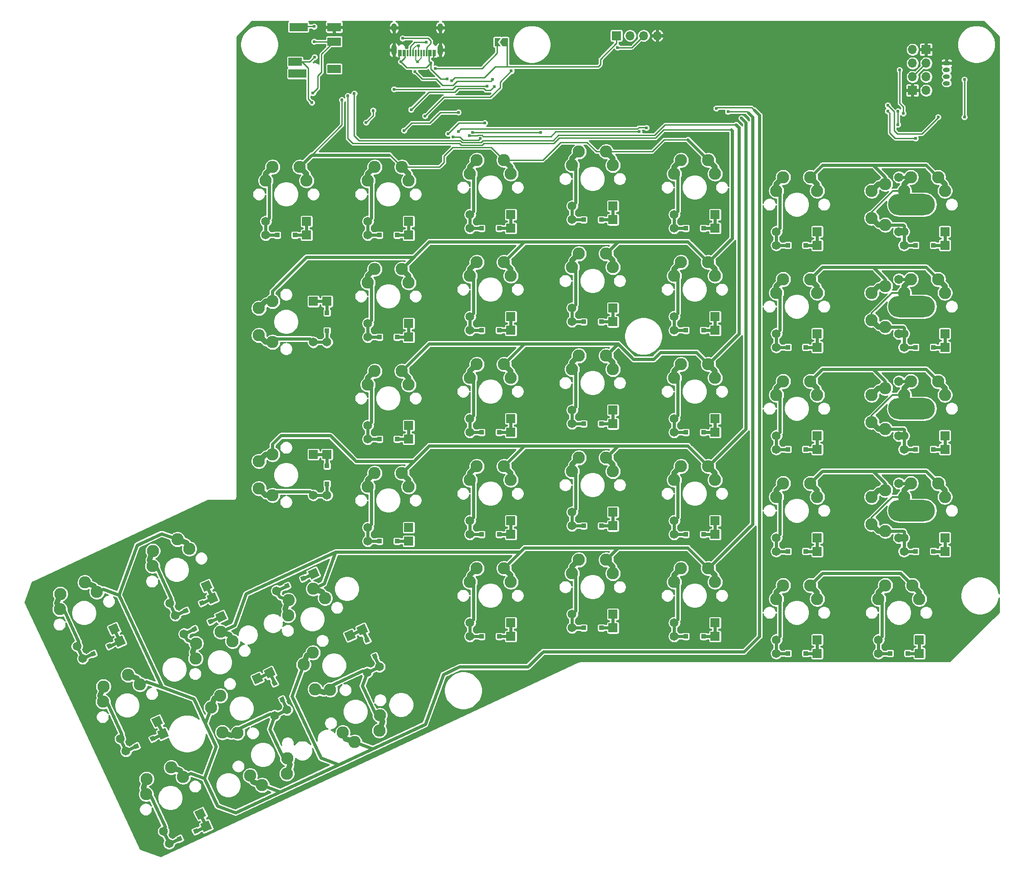
<source format=gbl>
%TF.GenerationSoftware,KiCad,Pcbnew,5.1.6-c6e7f7d~87~ubuntu20.04.1*%
%TF.CreationDate,2020-08-02T23:19:43+02:00*%
%TF.ProjectId,ErgoDOX,4572676f-444f-4582-9e6b-696361645f70,rev?*%
%TF.SameCoordinates,Original*%
%TF.FileFunction,Copper,L2,Bot*%
%TF.FilePolarity,Positive*%
%FSLAX46Y46*%
G04 Gerber Fmt 4.6, Leading zero omitted, Abs format (unit mm)*
G04 Created by KiCad (PCBNEW 5.1.6-c6e7f7d~87~ubuntu20.04.1) date 2020-08-02 23:19:43*
%MOMM*%
%LPD*%
G01*
G04 APERTURE LIST*
%TA.AperFunction,EtchedComponent*%
%ADD10C,0.609600*%
%TD*%
%TA.AperFunction,ComponentPad*%
%ADD11O,1.700000X1.700000*%
%TD*%
%TA.AperFunction,ComponentPad*%
%ADD12R,1.700000X1.700000*%
%TD*%
%TA.AperFunction,SMDPad,CuDef*%
%ADD13C,0.150000*%
%TD*%
%TA.AperFunction,SMDPad,CuDef*%
%ADD14R,0.300000X1.150000*%
%TD*%
%TA.AperFunction,ComponentPad*%
%ADD15O,1.000000X1.600000*%
%TD*%
%TA.AperFunction,ComponentPad*%
%ADD16O,1.000000X2.100000*%
%TD*%
%TA.AperFunction,SMDPad,CuDef*%
%ADD17R,3.400000X1.500000*%
%TD*%
%TA.AperFunction,SMDPad,CuDef*%
%ADD18R,2.500000X1.500000*%
%TD*%
%TA.AperFunction,ComponentPad*%
%ADD19O,1.300000X0.800000*%
%TD*%
%TA.AperFunction,ComponentPad*%
%ADD20C,1.651000*%
%TD*%
%TA.AperFunction,ComponentPad*%
%ADD21C,0.150000*%
%TD*%
%TA.AperFunction,ComponentPad*%
%ADD22C,2.286000*%
%TD*%
%TA.AperFunction,ViaPad*%
%ADD23C,0.800000*%
%TD*%
%TA.AperFunction,ComponentPad*%
%ADD24C,2.283460*%
%TD*%
%TA.AperFunction,ComponentPad*%
%ADD25R,1.651000X1.651000*%
%TD*%
%TA.AperFunction,SMDPad,CuDef*%
%ADD26R,0.838200X0.838200*%
%TD*%
%TA.AperFunction,ComponentPad*%
%ADD27C,2.280920*%
%TD*%
%TA.AperFunction,ComponentPad*%
%ADD28O,8.750300X3.987800*%
%TD*%
%TA.AperFunction,ComponentPad*%
%ADD29C,1.701800*%
%TD*%
%TA.AperFunction,ViaPad*%
%ADD30C,0.609600*%
%TD*%
%TA.AperFunction,Conductor*%
%ADD31C,0.609600*%
%TD*%
%TA.AperFunction,Conductor*%
%ADD32C,0.254000*%
%TD*%
%TA.AperFunction,Conductor*%
%ADD33C,1.016000*%
%TD*%
%TA.AperFunction,Conductor*%
%ADD34C,0.600000*%
%TD*%
%TA.AperFunction,Conductor*%
%ADD35C,0.300000*%
%TD*%
%TA.AperFunction,Conductor*%
%ADD36C,0.203200*%
%TD*%
G04 APERTURE END LIST*
D10*
X58302224Y-144874450D02*
X60247433Y-143967384D01*
X53341367Y-147187736D02*
X55286576Y-146280670D01*
X75566604Y-136822650D02*
X77511813Y-135915584D01*
X70605747Y-139135936D02*
X72550956Y-138228870D01*
X193116200Y-93672660D02*
X195262500Y-93672660D01*
X187642500Y-93672660D02*
X189788800Y-93672660D01*
X193116200Y-131772660D02*
X195262500Y-131772660D01*
X187642500Y-131772660D02*
X189788800Y-131772660D01*
X193116200Y-74625200D02*
X195262500Y-74625200D01*
X187642500Y-74625200D02*
X189788800Y-74625200D01*
X193116200Y-112722660D02*
X195262500Y-112722660D01*
X187642500Y-112722660D02*
X189788800Y-112722660D01*
X93103700Y-72720200D02*
X95250000Y-72720200D01*
X87630000Y-72720200D02*
X89776300Y-72720200D01*
X150253700Y-90497660D02*
X152400000Y-90497660D01*
X144780000Y-90497660D02*
X146926300Y-90497660D01*
X70241435Y-156389105D02*
X69334370Y-154443896D01*
X72554721Y-161349962D02*
X71647655Y-159404753D01*
X87505815Y-148337305D02*
X86598750Y-146392096D01*
X89819101Y-153298162D02*
X88912035Y-151352953D01*
X112153700Y-147647660D02*
X114300000Y-147647660D01*
X106680000Y-147647660D02*
X108826300Y-147647660D01*
X131203700Y-146050000D02*
X133350000Y-146050000D01*
X125730000Y-146050000D02*
X127876300Y-146050000D01*
X169303700Y-150822660D02*
X171450000Y-150822660D01*
X163830000Y-150822660D02*
X165976300Y-150822660D01*
X93103700Y-129867660D02*
X95250000Y-129867660D01*
X87630000Y-129867660D02*
X89776300Y-129867660D01*
X112153700Y-128597660D02*
X114300000Y-128597660D01*
X106680000Y-128597660D02*
X108826300Y-128597660D01*
X131203700Y-127000000D02*
X133350000Y-127000000D01*
X125730000Y-127000000D02*
X127876300Y-127000000D01*
X150253700Y-128597660D02*
X152400000Y-128597660D01*
X144780000Y-128597660D02*
X146926300Y-128597660D01*
X169303700Y-131772660D02*
X171450000Y-131772660D01*
X163830000Y-131772660D02*
X165976300Y-131772660D01*
X93103700Y-110817660D02*
X95250000Y-110817660D01*
X87630000Y-110817660D02*
X89776300Y-110817660D01*
X112153700Y-109547660D02*
X114300000Y-109547660D01*
X106680000Y-109547660D02*
X108826300Y-109547660D01*
X131203700Y-107950000D02*
X133350000Y-107950000D01*
X125730000Y-107950000D02*
X127876300Y-107950000D01*
X150253700Y-109547660D02*
X152400000Y-109547660D01*
X144780000Y-109547660D02*
X146926300Y-109547660D01*
X112153700Y-90497660D02*
X114300000Y-90497660D01*
X106680000Y-90497660D02*
X108826300Y-90497660D01*
X131203700Y-88900000D02*
X133350000Y-88900000D01*
X125730000Y-88900000D02*
X127876300Y-88900000D01*
X169303700Y-93672660D02*
X171450000Y-93672660D01*
X163830000Y-93672660D02*
X165976300Y-93672660D01*
X150253700Y-147647660D02*
X152400000Y-147647660D01*
X144780000Y-147647660D02*
X146926300Y-147647660D01*
X112153700Y-71447660D02*
X114300000Y-71447660D01*
X106680000Y-71447660D02*
X108826300Y-71447660D01*
X131203700Y-69850000D02*
X133350000Y-69850000D01*
X125730000Y-69850000D02*
X127876300Y-69850000D01*
X150253700Y-71447660D02*
X152400000Y-71447660D01*
X144780000Y-71447660D02*
X146926300Y-71447660D01*
X169303700Y-74625200D02*
X171450000Y-74625200D01*
X163830000Y-74625200D02*
X165976300Y-74625200D01*
X56691495Y-141422395D02*
X58636704Y-140515330D01*
X51730638Y-143735681D02*
X53675847Y-142828615D01*
X39427115Y-149471655D02*
X41372324Y-148564590D01*
X34466258Y-151784941D02*
X36411467Y-150877875D01*
X55528175Y-184002955D02*
X57473384Y-183095890D01*
X50567318Y-186316241D02*
X52512527Y-185409175D01*
X47476375Y-166736035D02*
X49421584Y-165828970D01*
X42515518Y-169049321D02*
X44460727Y-168142255D01*
X93103700Y-91767660D02*
X95250000Y-91767660D01*
X87630000Y-91767660D02*
X89776300Y-91767660D01*
X188353700Y-150822660D02*
X190500000Y-150822660D01*
X182880000Y-150822660D02*
X185026300Y-150822660D01*
X80010000Y-115821460D02*
X80010000Y-113675160D01*
X80010000Y-121295160D02*
X80010000Y-119148860D01*
X80010000Y-87246460D02*
X80010000Y-85100160D01*
X80010000Y-92720160D02*
X80010000Y-90573860D01*
X74053700Y-72720200D02*
X76200000Y-72720200D01*
X68580000Y-72720200D02*
X70726300Y-72720200D01*
X169303700Y-112722660D02*
X171450000Y-112722660D01*
X163830000Y-112722660D02*
X165976300Y-112722660D01*
D11*
X141620000Y-35500000D03*
X139080000Y-35500000D03*
X136540000Y-35500000D03*
D12*
X134000000Y-35500000D03*
%TA.AperFunction,SMDPad,CuDef*%
D13*
G36*
X112225000Y-36700000D02*
G01*
X112725000Y-35950000D01*
X113725000Y-35950000D01*
X113725000Y-37450000D01*
X112725000Y-37450000D01*
X112225000Y-36700000D01*
G37*
%TD.AperFunction*%
%TA.AperFunction,SMDPad,CuDef*%
G36*
X111275000Y-35950000D02*
G01*
X112425000Y-35950000D01*
X111925000Y-36700000D01*
X112425000Y-37450000D01*
X111275000Y-37450000D01*
X111275000Y-35950000D01*
G37*
%TD.AperFunction*%
D14*
X100170000Y-38745000D03*
X99370000Y-38745000D03*
X94570000Y-38745000D03*
X93770000Y-38745000D03*
X93470000Y-38745000D03*
X94270000Y-38745000D03*
X95070000Y-38745000D03*
X95570000Y-38745000D03*
X96070000Y-38745000D03*
X96570000Y-38745000D03*
X97070000Y-38745000D03*
X97570000Y-38745000D03*
X98070000Y-38745000D03*
X98570000Y-38745000D03*
X99070000Y-38745000D03*
X99870000Y-38745000D03*
D15*
X101140000Y-34000000D03*
X92500000Y-34000000D03*
D16*
X101140000Y-38180000D03*
X92500000Y-38180000D03*
D15*
X92500000Y-34000000D03*
X101140000Y-34000000D03*
D16*
X92500000Y-38180000D03*
X101140000Y-38180000D03*
D17*
X74700000Y-33900000D03*
D18*
X74050000Y-40400000D03*
D17*
X74500000Y-42600000D03*
D18*
X81350000Y-33900000D03*
X81350000Y-36600000D03*
X81350000Y-41700000D03*
D19*
X195580000Y-44390000D03*
X195580000Y-43140000D03*
X195580000Y-41890000D03*
%TA.AperFunction,ComponentPad*%
G36*
G01*
X195130000Y-40240000D02*
X196030000Y-40240000D01*
G75*
G02*
X196230000Y-40440000I0J-200000D01*
G01*
X196230000Y-40840000D01*
G75*
G02*
X196030000Y-41040000I-200000J0D01*
G01*
X195130000Y-41040000D01*
G75*
G02*
X194930000Y-40840000I0J200000D01*
G01*
X194930000Y-40440000D01*
G75*
G02*
X195130000Y-40240000I200000J0D01*
G01*
G37*
%TD.AperFunction*%
D11*
X189230000Y-38100000D03*
X189230000Y-40640000D03*
X189230000Y-43180000D03*
D12*
X189230000Y-45720000D03*
D11*
X191770000Y-45720000D03*
X191770000Y-43180000D03*
X191770000Y-40640000D03*
D12*
X191770000Y-38100000D03*
D20*
X53341367Y-147187736D03*
%TA.AperFunction,SMDPad,CuDef*%
D13*
G36*
X55083862Y-146837623D02*
G01*
X54729623Y-146077956D01*
X55489290Y-145723717D01*
X55843529Y-146483384D01*
X55083862Y-146837623D01*
G37*
%TD.AperFunction*%
%TA.AperFunction,ComponentPad*%
D21*
G36*
X59848147Y-145064412D02*
G01*
X59150405Y-143568098D01*
X60646719Y-142870356D01*
X61344461Y-144366670D01*
X59848147Y-145064412D01*
G37*
%TD.AperFunction*%
%TA.AperFunction,SMDPad,CuDef*%
D13*
G36*
X58099510Y-145431403D02*
G01*
X57745271Y-144671736D01*
X58504938Y-144317497D01*
X58859177Y-145077164D01*
X58099510Y-145431403D01*
G37*
%TD.AperFunction*%
D20*
X70605747Y-139135936D03*
%TA.AperFunction,SMDPad,CuDef*%
D13*
G36*
X72348242Y-138785823D02*
G01*
X71994003Y-138026156D01*
X72753670Y-137671917D01*
X73107909Y-138431584D01*
X72348242Y-138785823D01*
G37*
%TD.AperFunction*%
%TA.AperFunction,ComponentPad*%
D21*
G36*
X77112527Y-137012612D02*
G01*
X76414785Y-135516298D01*
X77911099Y-134818556D01*
X78608841Y-136314870D01*
X77112527Y-137012612D01*
G37*
%TD.AperFunction*%
%TA.AperFunction,SMDPad,CuDef*%
D13*
G36*
X75363890Y-137379603D02*
G01*
X75009651Y-136619936D01*
X75769318Y-136265697D01*
X76123557Y-137025364D01*
X75363890Y-137379603D01*
G37*
%TD.AperFunction*%
D22*
X85176179Y-167376434D03*
X89857783Y-162390786D03*
X82951718Y-165611137D03*
X89780223Y-165229533D03*
X67909259Y-175425694D03*
X72590863Y-170440046D03*
X65684798Y-173660397D03*
X72513303Y-173278793D03*
X60170241Y-146806326D03*
X55488637Y-151791974D03*
X62394702Y-148571623D03*
X55566197Y-148953227D03*
X77434621Y-138754526D03*
X72753017Y-143740174D03*
X79659082Y-140519823D03*
X72830577Y-140901427D03*
D23*
X100190000Y-58530000D03*
X177240000Y-132590000D03*
X157790000Y-132510000D03*
X138670000Y-134080000D03*
X119940000Y-134000000D03*
X59870000Y-171840000D03*
X101490000Y-129460000D03*
X138750000Y-64400000D03*
D22*
X193992500Y-80972660D03*
X187642500Y-83512660D03*
D24*
X195262500Y-83512660D03*
D22*
X188912500Y-80972660D03*
D20*
X187642500Y-91132660D03*
D25*
X195262500Y-91132660D03*
D20*
X187642500Y-93672660D03*
D25*
X195262500Y-93672660D03*
D26*
X189788800Y-93672660D03*
X193116200Y-93672660D03*
D27*
X181610000Y-83512660D03*
X184150000Y-82242660D03*
X184150000Y-89862660D03*
X181610000Y-88592660D03*
D28*
X189069980Y-86052660D03*
D29*
X186690000Y-91132660D03*
X186690000Y-80972660D03*
D22*
X193992500Y-119072660D03*
X187642500Y-121612660D03*
D24*
X195262500Y-121612660D03*
D22*
X188912500Y-119072660D03*
D20*
X187642500Y-129232660D03*
D25*
X195262500Y-129232660D03*
D20*
X187642500Y-131772660D03*
D25*
X195262500Y-131772660D03*
D26*
X189788800Y-131772660D03*
X193116200Y-131772660D03*
D27*
X181610000Y-121612660D03*
X184150000Y-120342660D03*
X184150000Y-127962660D03*
X181610000Y-126692660D03*
D28*
X189069980Y-124152660D03*
D29*
X186690000Y-129232660D03*
X186690000Y-119072660D03*
D22*
X193992500Y-61925200D03*
X187642500Y-64465200D03*
D24*
X195262500Y-64465200D03*
D22*
X188912500Y-61925200D03*
D20*
X187642500Y-72085200D03*
D25*
X195262500Y-72085200D03*
D20*
X187642500Y-74625200D03*
D25*
X195262500Y-74625200D03*
D26*
X189788800Y-74625200D03*
X193116200Y-74625200D03*
D27*
X181610000Y-64465200D03*
X184150000Y-63195200D03*
X184150000Y-70815200D03*
X181610000Y-69545200D03*
D28*
X189069980Y-67005200D03*
D29*
X186690000Y-72085200D03*
X186690000Y-61925200D03*
D22*
X193992500Y-100022660D03*
X187642500Y-102562660D03*
D24*
X195262500Y-102562660D03*
D22*
X188912500Y-100022660D03*
D20*
X187642500Y-110182660D03*
D25*
X195262500Y-110182660D03*
D20*
X187642500Y-112722660D03*
D25*
X195262500Y-112722660D03*
D26*
X189788800Y-112722660D03*
X193116200Y-112722660D03*
D27*
X181610000Y-102562660D03*
X184150000Y-101292660D03*
X184150000Y-108912660D03*
X181610000Y-107642660D03*
D28*
X189069980Y-105102660D03*
D29*
X186690000Y-110182660D03*
X186690000Y-100022660D03*
D22*
X93980000Y-60020200D03*
X87630000Y-62560200D03*
X95250000Y-62560200D03*
X88900000Y-60020200D03*
D20*
X87630000Y-70180200D03*
D25*
X95250000Y-70180200D03*
D20*
X87630000Y-72720200D03*
D25*
X95250000Y-72720200D03*
D26*
X89776300Y-72720200D03*
X93103700Y-72720200D03*
D22*
X151130000Y-77797660D03*
X144780000Y-80337660D03*
X152400000Y-80337660D03*
X146050000Y-77797660D03*
D20*
X144780000Y-87957660D03*
D25*
X152400000Y-87957660D03*
D20*
X144780000Y-90497660D03*
D25*
X152400000Y-90497660D03*
D26*
X146926300Y-90497660D03*
X150253700Y-90497660D03*
D22*
X58360986Y-160962159D03*
X63346634Y-165643763D03*
X60126283Y-158737698D03*
X60507887Y-165566203D03*
D20*
X70252699Y-162423412D03*
%TA.AperFunction,ComponentPad*%
D21*
G36*
X68129376Y-155916633D02*
G01*
X66633062Y-156614375D01*
X65935320Y-155118061D01*
X67431634Y-154420319D01*
X68129376Y-155916633D01*
G37*
%TD.AperFunction*%
D20*
X72554721Y-161349962D03*
%TA.AperFunction,ComponentPad*%
D21*
G36*
X70431398Y-154843182D02*
G01*
X68935084Y-155540924D01*
X68237342Y-154044610D01*
X69733656Y-153346868D01*
X70431398Y-154843182D01*
G37*
%TD.AperFunction*%
%TA.AperFunction,SMDPad,CuDef*%
D13*
G36*
X72204608Y-159607467D02*
G01*
X71444941Y-159961706D01*
X71090702Y-159202039D01*
X71850369Y-158847800D01*
X72204608Y-159607467D01*
G37*
%TD.AperFunction*%
%TA.AperFunction,SMDPad,CuDef*%
G36*
X70798388Y-156591819D02*
G01*
X70038721Y-156946058D01*
X69684482Y-156186391D01*
X70444149Y-155832152D01*
X70798388Y-156591819D01*
G37*
%TD.AperFunction*%
D22*
X75625366Y-152910359D03*
X80611014Y-157591963D03*
X77390663Y-150685898D03*
X77772267Y-157514403D03*
D20*
X87517079Y-154371612D03*
%TA.AperFunction,ComponentPad*%
D21*
G36*
X85393756Y-147864833D02*
G01*
X83897442Y-148562575D01*
X83199700Y-147066261D01*
X84696014Y-146368519D01*
X85393756Y-147864833D01*
G37*
%TD.AperFunction*%
D20*
X89819101Y-153298162D03*
%TA.AperFunction,ComponentPad*%
D21*
G36*
X87695778Y-146791382D02*
G01*
X86199464Y-147489124D01*
X85501722Y-145992810D01*
X86998036Y-145295068D01*
X87695778Y-146791382D01*
G37*
%TD.AperFunction*%
%TA.AperFunction,SMDPad,CuDef*%
D13*
G36*
X89468988Y-151555667D02*
G01*
X88709321Y-151909906D01*
X88355082Y-151150239D01*
X89114749Y-150796000D01*
X89468988Y-151555667D01*
G37*
%TD.AperFunction*%
%TA.AperFunction,SMDPad,CuDef*%
G36*
X88062768Y-148540019D02*
G01*
X87303101Y-148894258D01*
X86948862Y-148134591D01*
X87708529Y-147780352D01*
X88062768Y-148540019D01*
G37*
%TD.AperFunction*%
D22*
X113030000Y-134947660D03*
X106680000Y-137487660D03*
X114300000Y-137487660D03*
X107950000Y-134947660D03*
D20*
X106680000Y-145107660D03*
D25*
X114300000Y-145107660D03*
D20*
X106680000Y-147647660D03*
D25*
X114300000Y-147647660D03*
D26*
X108826300Y-147647660D03*
X112153700Y-147647660D03*
D22*
X132080000Y-133350000D03*
X125730000Y-135890000D03*
X133350000Y-135890000D03*
X127000000Y-133350000D03*
D20*
X125730000Y-143510000D03*
D25*
X133350000Y-143510000D03*
D20*
X125730000Y-146050000D03*
D25*
X133350000Y-146050000D03*
D26*
X127876300Y-146050000D03*
X131203700Y-146050000D03*
D22*
X170180000Y-138122660D03*
X163830000Y-140662660D03*
X171450000Y-140662660D03*
X165100000Y-138122660D03*
D20*
X163830000Y-148282660D03*
D25*
X171450000Y-148282660D03*
D20*
X163830000Y-150822660D03*
D25*
X171450000Y-150822660D03*
D26*
X165976300Y-150822660D03*
X169303700Y-150822660D03*
D22*
X93980000Y-117167660D03*
X87630000Y-119707660D03*
X95250000Y-119707660D03*
X88900000Y-117167660D03*
D20*
X87630000Y-127327660D03*
D25*
X95250000Y-127327660D03*
D20*
X87630000Y-129867660D03*
D25*
X95250000Y-129867660D03*
D26*
X89776300Y-129867660D03*
X93103700Y-129867660D03*
D22*
X113030000Y-115897660D03*
X106680000Y-118437660D03*
X114300000Y-118437660D03*
X107950000Y-115897660D03*
D20*
X106680000Y-126057660D03*
D25*
X114300000Y-126057660D03*
D20*
X106680000Y-128597660D03*
D25*
X114300000Y-128597660D03*
D26*
X108826300Y-128597660D03*
X112153700Y-128597660D03*
D22*
X132080000Y-114300000D03*
X125730000Y-116840000D03*
X133350000Y-116840000D03*
X127000000Y-114300000D03*
D20*
X125730000Y-124460000D03*
D25*
X133350000Y-124460000D03*
D20*
X125730000Y-127000000D03*
D25*
X133350000Y-127000000D03*
D26*
X127876300Y-127000000D03*
X131203700Y-127000000D03*
D22*
X151130000Y-115897660D03*
X144780000Y-118437660D03*
X152400000Y-118437660D03*
X146050000Y-115897660D03*
D20*
X144780000Y-126057660D03*
D25*
X152400000Y-126057660D03*
D20*
X144780000Y-128597660D03*
D25*
X152400000Y-128597660D03*
D26*
X146926300Y-128597660D03*
X150253700Y-128597660D03*
D22*
X170180000Y-119072660D03*
X163830000Y-121612660D03*
X171450000Y-121612660D03*
X165100000Y-119072660D03*
D20*
X163830000Y-129232660D03*
D25*
X171450000Y-129232660D03*
D20*
X163830000Y-131772660D03*
D25*
X171450000Y-131772660D03*
D26*
X165976300Y-131772660D03*
X169303700Y-131772660D03*
D22*
X93980000Y-98117660D03*
X87630000Y-100657660D03*
X95250000Y-100657660D03*
X88900000Y-98117660D03*
D20*
X87630000Y-108277660D03*
D25*
X95250000Y-108277660D03*
D20*
X87630000Y-110817660D03*
D25*
X95250000Y-110817660D03*
D26*
X89776300Y-110817660D03*
X93103700Y-110817660D03*
D22*
X113030000Y-96847660D03*
X106680000Y-99387660D03*
X114300000Y-99387660D03*
X107950000Y-96847660D03*
D20*
X106680000Y-107007660D03*
D25*
X114300000Y-107007660D03*
D20*
X106680000Y-109547660D03*
D25*
X114300000Y-109547660D03*
D26*
X108826300Y-109547660D03*
X112153700Y-109547660D03*
D22*
X132080000Y-95250000D03*
X125730000Y-97790000D03*
X133350000Y-97790000D03*
X127000000Y-95250000D03*
D20*
X125730000Y-105410000D03*
D25*
X133350000Y-105410000D03*
D20*
X125730000Y-107950000D03*
D25*
X133350000Y-107950000D03*
D26*
X127876300Y-107950000D03*
X131203700Y-107950000D03*
D22*
X151130000Y-96847660D03*
X144780000Y-99387660D03*
X152400000Y-99387660D03*
X146050000Y-96847660D03*
D20*
X144780000Y-107007660D03*
D25*
X152400000Y-107007660D03*
D20*
X144780000Y-109547660D03*
D25*
X152400000Y-109547660D03*
D26*
X146926300Y-109547660D03*
X150253700Y-109547660D03*
D22*
X113030000Y-77797660D03*
X106680000Y-80337660D03*
X114300000Y-80337660D03*
X107950000Y-77797660D03*
D20*
X106680000Y-87957660D03*
D25*
X114300000Y-87957660D03*
D20*
X106680000Y-90497660D03*
D25*
X114300000Y-90497660D03*
D26*
X108826300Y-90497660D03*
X112153700Y-90497660D03*
D22*
X132080000Y-76200000D03*
X125730000Y-78740000D03*
X133350000Y-78740000D03*
X127000000Y-76200000D03*
D20*
X125730000Y-86360000D03*
D25*
X133350000Y-86360000D03*
D20*
X125730000Y-88900000D03*
D25*
X133350000Y-88900000D03*
D26*
X127876300Y-88900000D03*
X131203700Y-88900000D03*
D22*
X170180000Y-80972660D03*
X163830000Y-83512660D03*
X171450000Y-83512660D03*
X165100000Y-80972660D03*
D20*
X163830000Y-91132660D03*
D25*
X171450000Y-91132660D03*
D20*
X163830000Y-93672660D03*
D25*
X171450000Y-93672660D03*
D26*
X165976300Y-93672660D03*
X169303700Y-93672660D03*
D22*
X151130000Y-134947660D03*
X144780000Y-137487660D03*
X152400000Y-137487660D03*
X146050000Y-134947660D03*
D20*
X144780000Y-145107660D03*
D25*
X152400000Y-145107660D03*
D20*
X144780000Y-147647660D03*
D25*
X152400000Y-147647660D03*
D26*
X146926300Y-147647660D03*
X150253700Y-147647660D03*
D22*
X113030000Y-58747660D03*
X106680000Y-61287660D03*
X114300000Y-61287660D03*
X107950000Y-58747660D03*
D20*
X106680000Y-68907660D03*
D25*
X114300000Y-68907660D03*
D20*
X106680000Y-71447660D03*
D25*
X114300000Y-71447660D03*
D26*
X108826300Y-71447660D03*
X112153700Y-71447660D03*
D22*
X132080000Y-57150000D03*
X125730000Y-59690000D03*
X133350000Y-59690000D03*
X127000000Y-57150000D03*
D20*
X125730000Y-67310000D03*
D25*
X133350000Y-67310000D03*
D20*
X125730000Y-69850000D03*
D25*
X133350000Y-69850000D03*
D26*
X127876300Y-69850000D03*
X131203700Y-69850000D03*
D22*
X151130000Y-58747660D03*
X144780000Y-61287660D03*
X152400000Y-61287660D03*
X146050000Y-58747660D03*
D20*
X144780000Y-68907660D03*
D25*
X152400000Y-68907660D03*
D20*
X144780000Y-71447660D03*
D25*
X152400000Y-71447660D03*
D26*
X146926300Y-71447660D03*
X150253700Y-71447660D03*
D22*
X170180000Y-61925200D03*
X163830000Y-64465200D03*
X171450000Y-64465200D03*
X165100000Y-61925200D03*
D20*
X163830000Y-72085200D03*
D25*
X171450000Y-72085200D03*
D20*
X163830000Y-74625200D03*
D25*
X171450000Y-74625200D03*
D26*
X165976300Y-74625200D03*
X169303700Y-74625200D03*
D22*
X52118441Y-129541946D03*
X47436837Y-134527594D03*
X54342902Y-131307243D03*
X47514397Y-131688847D03*
D20*
X50657188Y-141433659D03*
%TA.AperFunction,ComponentPad*%
D21*
G36*
X57163967Y-139310336D02*
G01*
X56466225Y-137814022D01*
X57962539Y-137116280D01*
X58660281Y-138612594D01*
X57163967Y-139310336D01*
G37*
%TD.AperFunction*%
D20*
X51730638Y-143735681D03*
%TA.AperFunction,ComponentPad*%
D21*
G36*
X58237418Y-141612358D02*
G01*
X57539676Y-140116044D01*
X59035990Y-139418302D01*
X59733732Y-140914616D01*
X58237418Y-141612358D01*
G37*
%TD.AperFunction*%
%TA.AperFunction,SMDPad,CuDef*%
D13*
G36*
X53473133Y-143385568D02*
G01*
X53118894Y-142625901D01*
X53878561Y-142271662D01*
X54232800Y-143031329D01*
X53473133Y-143385568D01*
G37*
%TD.AperFunction*%
%TA.AperFunction,SMDPad,CuDef*%
G36*
X56488781Y-141979348D02*
G01*
X56134542Y-141219681D01*
X56894209Y-140865442D01*
X57248448Y-141625109D01*
X56488781Y-141979348D01*
G37*
%TD.AperFunction*%
D22*
X34854061Y-137591206D03*
X30172457Y-142576854D03*
X37078522Y-139356503D03*
X30250017Y-139738107D03*
D20*
X33392808Y-149482919D03*
%TA.AperFunction,ComponentPad*%
D21*
G36*
X39899587Y-147359596D02*
G01*
X39201845Y-145863282D01*
X40698159Y-145165540D01*
X41395901Y-146661854D01*
X39899587Y-147359596D01*
G37*
%TD.AperFunction*%
D20*
X34466258Y-151784941D03*
%TA.AperFunction,ComponentPad*%
D21*
G36*
X40973038Y-149661618D02*
G01*
X40275296Y-148165304D01*
X41771610Y-147467562D01*
X42469352Y-148963876D01*
X40973038Y-149661618D01*
G37*
%TD.AperFunction*%
%TA.AperFunction,SMDPad,CuDef*%
D13*
G36*
X36208753Y-151434828D02*
G01*
X35854514Y-150675161D01*
X36614181Y-150320922D01*
X36968420Y-151080589D01*
X36208753Y-151434828D01*
G37*
%TD.AperFunction*%
%TA.AperFunction,SMDPad,CuDef*%
G36*
X39224401Y-150028608D02*
G01*
X38870162Y-149268941D01*
X39629829Y-148914702D01*
X39984068Y-149674369D01*
X39224401Y-150028608D01*
G37*
%TD.AperFunction*%
D22*
X50955121Y-172122506D03*
X46273517Y-177108154D03*
X53179582Y-173887803D03*
X46351077Y-174269407D03*
D20*
X49493868Y-184014219D03*
%TA.AperFunction,ComponentPad*%
D21*
G36*
X56000647Y-181890896D02*
G01*
X55302905Y-180394582D01*
X56799219Y-179696840D01*
X57496961Y-181193154D01*
X56000647Y-181890896D01*
G37*
%TD.AperFunction*%
D20*
X50567318Y-186316241D03*
%TA.AperFunction,ComponentPad*%
D21*
G36*
X57074098Y-184192918D02*
G01*
X56376356Y-182696604D01*
X57872670Y-181998862D01*
X58570412Y-183495176D01*
X57074098Y-184192918D01*
G37*
%TD.AperFunction*%
%TA.AperFunction,SMDPad,CuDef*%
D13*
G36*
X52309813Y-185966128D02*
G01*
X51955574Y-185206461D01*
X52715241Y-184852222D01*
X53069480Y-185611889D01*
X52309813Y-185966128D01*
G37*
%TD.AperFunction*%
%TA.AperFunction,SMDPad,CuDef*%
G36*
X55325461Y-184559908D02*
G01*
X54971222Y-183800241D01*
X55730889Y-183446002D01*
X56085128Y-184205669D01*
X55325461Y-184559908D01*
G37*
%TD.AperFunction*%
D22*
X42903321Y-154855586D03*
X38221717Y-159841234D03*
X45127782Y-156620883D03*
X38299277Y-157002487D03*
D20*
X41442068Y-166747299D03*
%TA.AperFunction,ComponentPad*%
D21*
G36*
X47948847Y-164623976D02*
G01*
X47251105Y-163127662D01*
X48747419Y-162429920D01*
X49445161Y-163926234D01*
X47948847Y-164623976D01*
G37*
%TD.AperFunction*%
D20*
X42515518Y-169049321D03*
%TA.AperFunction,ComponentPad*%
D21*
G36*
X49022298Y-166925998D02*
G01*
X48324556Y-165429684D01*
X49820870Y-164731942D01*
X50518612Y-166228256D01*
X49022298Y-166925998D01*
G37*
%TD.AperFunction*%
%TA.AperFunction,SMDPad,CuDef*%
D13*
G36*
X44258013Y-168699208D02*
G01*
X43903774Y-167939541D01*
X44663441Y-167585302D01*
X45017680Y-168344969D01*
X44258013Y-168699208D01*
G37*
%TD.AperFunction*%
%TA.AperFunction,SMDPad,CuDef*%
G36*
X47273661Y-167292988D02*
G01*
X46919422Y-166533321D01*
X47679089Y-166179082D01*
X48033328Y-166938749D01*
X47273661Y-167292988D01*
G37*
%TD.AperFunction*%
D22*
X93980000Y-79067660D03*
X87630000Y-81607660D03*
X95250000Y-81607660D03*
X88900000Y-79067660D03*
D20*
X87630000Y-89227660D03*
D25*
X95250000Y-89227660D03*
D20*
X87630000Y-91767660D03*
D25*
X95250000Y-91767660D03*
D26*
X89776300Y-91767660D03*
X93103700Y-91767660D03*
D22*
X189230000Y-138122660D03*
X182880000Y-140662660D03*
X190500000Y-140662660D03*
X184150000Y-138122660D03*
D20*
X182880000Y-148282660D03*
D25*
X190500000Y-148282660D03*
D20*
X182880000Y-150822660D03*
D25*
X190500000Y-150822660D03*
D26*
X185026300Y-150822660D03*
X188353700Y-150822660D03*
D22*
X67310000Y-114945160D03*
X69850000Y-121295160D03*
X69850000Y-113675160D03*
X67310000Y-120025160D03*
D20*
X77470000Y-121295160D03*
D25*
X77470000Y-113675160D03*
D20*
X80010000Y-121295160D03*
D25*
X80010000Y-113675160D03*
D26*
X80010000Y-119148860D03*
X80010000Y-115821460D03*
D22*
X67310000Y-86370160D03*
X69850000Y-92720160D03*
X69850000Y-85100160D03*
X67310000Y-91450160D03*
D20*
X77470000Y-92720160D03*
D25*
X77470000Y-85100160D03*
D20*
X80010000Y-92720160D03*
D25*
X80010000Y-85100160D03*
D26*
X80010000Y-90573860D03*
X80010000Y-87246460D03*
D22*
X74930000Y-60020200D03*
X68580000Y-62560200D03*
X76200000Y-62560200D03*
X69850000Y-60020200D03*
D20*
X68580000Y-70180200D03*
D25*
X76200000Y-70180200D03*
D20*
X68580000Y-72720200D03*
D25*
X76200000Y-72720200D03*
D26*
X70726300Y-72720200D03*
X74053700Y-72720200D03*
D22*
X170180000Y-100022660D03*
X163830000Y-102562660D03*
X171450000Y-102562660D03*
X165100000Y-100022660D03*
D20*
X163830000Y-110182660D03*
D25*
X171450000Y-110182660D03*
D20*
X163830000Y-112722660D03*
D25*
X171450000Y-112722660D03*
D26*
X165976300Y-112722660D03*
X169303700Y-112722660D03*
D30*
X108600000Y-54700000D03*
X103500000Y-54400000D03*
X102600000Y-53800000D03*
X109431810Y-51803869D03*
X138225064Y-53441773D03*
X106596078Y-54168190D03*
X104500000Y-53400000D03*
X139600000Y-52700000D03*
X119900000Y-53600000D03*
X107200000Y-53536380D03*
X94400000Y-53200000D03*
X104512500Y-49812500D03*
X152600000Y-49100000D03*
X154800000Y-49700000D03*
X157300000Y-50900000D03*
X85100000Y-46300000D03*
X83900000Y-46700000D03*
X82800000Y-47500000D03*
X86200000Y-44900000D03*
X92500000Y-40500000D03*
X100400000Y-40300000D03*
X99000000Y-57900000D03*
X106900000Y-46100000D03*
X90500000Y-51200000D03*
X92800000Y-42300000D03*
X83300000Y-33900000D03*
X71200000Y-33800000D03*
X87400000Y-53800000D03*
X90100000Y-38700000D03*
X103000000Y-38800000D03*
X106300000Y-33800000D03*
X123500000Y-34500000D03*
X99800000Y-47700000D03*
X100500000Y-49300000D03*
X96800000Y-49400000D03*
X95800000Y-47100000D03*
X91300000Y-45000000D03*
X98700000Y-42200000D03*
X97600000Y-46300000D03*
X99000000Y-51000000D03*
X84100000Y-56400000D03*
X103300000Y-43900000D03*
X184600000Y-49600000D03*
X189800000Y-54700000D03*
X114400000Y-42100000D03*
X134200000Y-37700000D03*
X98300000Y-50499988D03*
X93772000Y-40372000D03*
X99400000Y-40600000D03*
X102400000Y-43600000D03*
X184600000Y-48500000D03*
X194000000Y-50700000D03*
X77600000Y-33800000D03*
X77700000Y-39500000D03*
X77200000Y-48000000D03*
X77600000Y-36600000D03*
X77400000Y-46200000D03*
X186800000Y-41900000D03*
X187500000Y-50000000D03*
X186500000Y-49600000D03*
X186500000Y-52100000D03*
X198900000Y-43700000D03*
X198900000Y-50700000D03*
X98550000Y-36750000D03*
X97100000Y-37400000D03*
X96900000Y-40400000D03*
X94100000Y-36000000D03*
X100200000Y-41600000D03*
X95700000Y-49300000D03*
X111200000Y-45000000D03*
X87300000Y-51700000D03*
X88600000Y-49468190D03*
X92500000Y-45500000D03*
X109900000Y-44900000D03*
X96400000Y-42200000D03*
X110900000Y-43700000D03*
D31*
X195262500Y-72085200D02*
X195262500Y-74625200D01*
X195262500Y-129232660D02*
X195262500Y-131772660D01*
X195262500Y-110182660D02*
X195262500Y-112722660D01*
X195262500Y-91132660D02*
X195262500Y-93672660D01*
X190500000Y-148282660D02*
X190500000Y-150822660D01*
D32*
X108600000Y-54700000D02*
X108300000Y-55000000D01*
X108300000Y-55000000D02*
X105400000Y-55000000D01*
X105400000Y-55000000D02*
X104800000Y-54400000D01*
X104800000Y-54400000D02*
X103500000Y-54400000D01*
D31*
X171450000Y-72085200D02*
X171450000Y-74625200D01*
X171450000Y-148282660D02*
X171450000Y-150822660D01*
X171450000Y-91132660D02*
X171450000Y-93672660D01*
X171450000Y-129232660D02*
X171450000Y-131772660D01*
X171450000Y-110182660D02*
X171450000Y-112722660D01*
X57472580Y-183095900D02*
X56400700Y-180794660D01*
D32*
X104596131Y-51803869D02*
X109431810Y-51803869D01*
X102600000Y-53800000D02*
X104596131Y-51803869D01*
D31*
X133350000Y-105410000D02*
X133350000Y-107950000D01*
X133350000Y-67310000D02*
X133350000Y-69850000D01*
X133350000Y-143510000D02*
X133350000Y-146050000D01*
X133350000Y-86360000D02*
X133350000Y-88900000D01*
X133350000Y-124460000D02*
X133350000Y-127000000D01*
X84297520Y-147464780D02*
X86601300Y-146392900D01*
D32*
X108903265Y-54068199D02*
X108189733Y-54068199D01*
X138225064Y-53441773D02*
X122658227Y-53441773D01*
X121800000Y-54300000D02*
X109135066Y-54300000D01*
X109135066Y-54300000D02*
X108903265Y-54068199D01*
X108189733Y-54068199D02*
X108089742Y-54168190D01*
X108089742Y-54168190D02*
X106596078Y-54168190D01*
X122658227Y-53441773D02*
X121800000Y-54300000D01*
D31*
X152400000Y-87957660D02*
X152400000Y-90497660D01*
X152400000Y-68907660D02*
X152400000Y-71447660D01*
X152400000Y-145107660D02*
X152400000Y-147647660D01*
X152400000Y-126057660D02*
X152400000Y-128597660D01*
X152400000Y-107007660D02*
X152400000Y-109547660D01*
X67033140Y-155516580D02*
X69334380Y-154442160D01*
D32*
X104500000Y-53400000D02*
X105000000Y-52900000D01*
X105000000Y-52900000D02*
X137900000Y-52900000D01*
X137900000Y-52900000D02*
X138200000Y-52600000D01*
X139500000Y-52600000D02*
X139600000Y-52700000D01*
X138200000Y-52600000D02*
X139500000Y-52600000D01*
D31*
X114300000Y-87957660D02*
X114300000Y-90497660D01*
X114300000Y-126057660D02*
X114300000Y-128597660D01*
X114300000Y-107007660D02*
X114300000Y-109547660D01*
X49423320Y-165831520D02*
X48348900Y-163527740D01*
X114300000Y-145107660D02*
X114300000Y-147647660D01*
X114300000Y-68907660D02*
X114300000Y-71447660D01*
D32*
X107263620Y-53600000D02*
X107200000Y-53536380D01*
X119900000Y-53600000D02*
X107263620Y-53600000D01*
D31*
X57564020Y-138211560D02*
X58635900Y-140515340D01*
X95250000Y-89227660D02*
X95250000Y-91767660D01*
X95250000Y-108277660D02*
X95250000Y-110817660D01*
X95250000Y-70180200D02*
X95250000Y-72720200D01*
X40297100Y-146263360D02*
X41371520Y-148564600D01*
X76200000Y-70180200D02*
X76200000Y-72720200D01*
X77470000Y-85100160D02*
X80010000Y-85100160D01*
X77470000Y-113675160D02*
X80010000Y-113675160D01*
D32*
X101187500Y-49812500D02*
X104512500Y-49812500D01*
X95800000Y-51800000D02*
X99200000Y-51800000D01*
X99200000Y-51800000D02*
X101187500Y-49812500D01*
X94400000Y-53200000D02*
X95800000Y-51800000D01*
D31*
X73477120Y-158818580D02*
X78844140Y-170327320D01*
X53179980Y-173888400D02*
X54617620Y-173217840D01*
X78844140Y-170327320D02*
X82219800Y-171556680D01*
D33*
X34853880Y-137591800D02*
X36540440Y-138206480D01*
X42903140Y-154856180D02*
X44592240Y-155470860D01*
D31*
X55140860Y-159311340D02*
X49232820Y-157159960D01*
X49164240Y-128465580D02*
X44561760Y-130614420D01*
D33*
X52644040Y-172737780D02*
X53179980Y-173888400D01*
D31*
X75628500Y-152910540D02*
X73477120Y-158818580D01*
D33*
X76240640Y-151223980D02*
X77393800Y-150685500D01*
X75628500Y-152910540D02*
X76240640Y-151223980D01*
X58976260Y-159273240D02*
X60126880Y-158737300D01*
D31*
X82219800Y-171556680D02*
X88549480Y-168605200D01*
X71285100Y-176654460D02*
X82219800Y-171556680D01*
D33*
X50954940Y-172123100D02*
X52644040Y-172737780D01*
D31*
X67909440Y-175427640D02*
X71285100Y-176654460D01*
X38229540Y-138821160D02*
X41183560Y-139895580D01*
X37078920Y-139357100D02*
X38229540Y-138821160D01*
X46278800Y-156085540D02*
X49232820Y-157159960D01*
X45128180Y-156621480D02*
X46278800Y-156085540D01*
X59565540Y-179318920D02*
X57150000Y-174137320D01*
X62941200Y-180545740D02*
X59565540Y-179318920D01*
X71285100Y-176654460D02*
X62941200Y-180545740D01*
X54617620Y-173217840D02*
X57150000Y-174137320D01*
X52118260Y-129542540D02*
X49164240Y-128465580D01*
X41183560Y-139895580D02*
X49232820Y-157159960D01*
D33*
X58361580Y-160962340D02*
X58976260Y-159273240D01*
D31*
X59298840Y-168231820D02*
X57287160Y-163913820D01*
X57287160Y-163913820D02*
X55140860Y-159311340D01*
D33*
X44592240Y-155470860D02*
X45128180Y-156621480D01*
D31*
X58361580Y-160962340D02*
X57287160Y-163913820D01*
X85176360Y-167375840D02*
X88549480Y-168605200D01*
D33*
X67909440Y-175427640D02*
X66222880Y-174812960D01*
X53807360Y-130154680D02*
X54343300Y-131307840D01*
X52118260Y-129542540D02*
X53807360Y-130154680D01*
D31*
X57150000Y-174137320D02*
X59298840Y-168231820D01*
D33*
X85176360Y-167375840D02*
X83487260Y-166761160D01*
X66222880Y-174812960D02*
X65684400Y-173662340D01*
X83487260Y-166761160D02*
X82951320Y-165610540D01*
D31*
X44561760Y-130614420D02*
X41183560Y-139895580D01*
D33*
X36540440Y-138206480D02*
X37078920Y-139357100D01*
D31*
X117475000Y-153352500D02*
X104729280Y-153352500D01*
X98333560Y-164043360D02*
X88549480Y-168605200D01*
X120332500Y-150495000D02*
X117475000Y-153352500D01*
X157797500Y-150495000D02*
X120332500Y-150495000D01*
X101711760Y-154759660D02*
X98333560Y-164043360D01*
X104729280Y-153352500D02*
X101711760Y-154759660D01*
X160655000Y-147637500D02*
X157797500Y-150495000D01*
X160655000Y-50355000D02*
X160655000Y-147637500D01*
X159700000Y-49400000D02*
X160655000Y-50355000D01*
D32*
X152600000Y-49100000D02*
X152800000Y-48900000D01*
X159200000Y-48900000D02*
X159700000Y-49400000D01*
X152800000Y-48900000D02*
X159200000Y-48900000D01*
D33*
X114300000Y-136217660D02*
X114300000Y-137487660D01*
X190500000Y-139392660D02*
X190500000Y-140662660D01*
D31*
X172402500Y-135890000D02*
X186997340Y-135890000D01*
D33*
X152400000Y-136217660D02*
X152400000Y-137487660D01*
D31*
X186997340Y-135890000D02*
X189230000Y-138122660D01*
X115892580Y-132085080D02*
X113030000Y-134947660D01*
X116067840Y-131909820D02*
X115892580Y-132085080D01*
D33*
X132080000Y-133350000D02*
X133350000Y-134620000D01*
D31*
X81600040Y-131909820D02*
X116067840Y-131909820D01*
D33*
X77434440Y-138755120D02*
X79123540Y-139369800D01*
D31*
X60170060Y-146806920D02*
X62758320Y-145597880D01*
X170180000Y-138122660D02*
X170180000Y-138112500D01*
D33*
X60170060Y-146806920D02*
X61856620Y-147421600D01*
X79123540Y-139369800D02*
X79659480Y-140520420D01*
D31*
X170180000Y-138112500D02*
X172402500Y-135890000D01*
X134302500Y-131127500D02*
X147309840Y-131127500D01*
X77434440Y-138755120D02*
X79448660Y-137815320D01*
X147309840Y-131127500D02*
X151130000Y-134947660D01*
X64909700Y-139692380D02*
X81600040Y-131909820D01*
D33*
X61856620Y-147421600D02*
X62395100Y-148572220D01*
D31*
X134302500Y-131127500D02*
X116850160Y-131127500D01*
X116850160Y-131127500D02*
X116067840Y-131909820D01*
X79448660Y-137815320D02*
X81600040Y-131909820D01*
D33*
X189230000Y-138122660D02*
X190500000Y-139392660D01*
X133350000Y-134620000D02*
X133350000Y-135890000D01*
X170180000Y-138122660D02*
X171450000Y-139392660D01*
X151130000Y-134947660D02*
X152400000Y-136217660D01*
X113030000Y-134947660D02*
X114300000Y-136217660D01*
D31*
X132080000Y-133350000D02*
X134302500Y-131127500D01*
D33*
X171450000Y-139392660D02*
X171450000Y-140662660D01*
D31*
X62758320Y-145597880D02*
X64909700Y-139692380D01*
X159385000Y-50685000D02*
X158600000Y-49900000D01*
X159385000Y-126692660D02*
X159385000Y-50685000D01*
X151130000Y-134947660D02*
X159385000Y-126692660D01*
D32*
X158400000Y-49700000D02*
X158600000Y-49900000D01*
X154800000Y-49700000D02*
X158400000Y-49700000D01*
D31*
X181917340Y-116840000D02*
X184150000Y-119072660D01*
X184150000Y-119072660D02*
X184150000Y-120342660D01*
D33*
X184150000Y-120342660D02*
X182880000Y-120342660D01*
X182880000Y-120342660D02*
X181610000Y-121612660D01*
D31*
X85407500Y-114935000D02*
X96212660Y-114935000D01*
D33*
X152400000Y-117167660D02*
X152400000Y-118437660D01*
D31*
X116850160Y-112077500D02*
X134302500Y-112077500D01*
D33*
X193992500Y-119072660D02*
X195262500Y-120342660D01*
D31*
X172402500Y-116840000D02*
X181917340Y-116840000D01*
D33*
X170180000Y-119072660D02*
X171450000Y-120342660D01*
X113030000Y-115897660D02*
X114300000Y-117167660D01*
D31*
X191759840Y-116840000D02*
X193992500Y-119072660D01*
X71437500Y-110172500D02*
X80645000Y-110172500D01*
X181917340Y-116840000D02*
X191759840Y-116840000D01*
X147309840Y-112077500D02*
X151130000Y-115897660D01*
D33*
X171450000Y-120342660D02*
X171450000Y-121612660D01*
D31*
X69850000Y-113675160D02*
X69850000Y-111760000D01*
D33*
X93980000Y-117167660D02*
X95250000Y-118437660D01*
D31*
X134302500Y-112077500D02*
X147309840Y-112077500D01*
X99070160Y-112077500D02*
X116850160Y-112077500D01*
D33*
X95250000Y-118437660D02*
X95250000Y-119707660D01*
D31*
X93980000Y-117167660D02*
X96212660Y-114935000D01*
X80645000Y-110172500D02*
X85407500Y-114935000D01*
D33*
X114300000Y-117167660D02*
X114300000Y-118437660D01*
D31*
X96212660Y-114935000D02*
X99070160Y-112077500D01*
X170180000Y-119072660D02*
X170180000Y-119062500D01*
X132080000Y-114300000D02*
X134302500Y-112077500D01*
D33*
X195262500Y-120342660D02*
X195262500Y-121612660D01*
X151130000Y-115897660D02*
X152400000Y-117167660D01*
D31*
X69850000Y-111760000D02*
X71437500Y-110172500D01*
D33*
X132080000Y-114300000D02*
X133350000Y-115570000D01*
X68580000Y-113675160D02*
X69850000Y-113675160D01*
D31*
X113030000Y-115897660D02*
X116850160Y-112077500D01*
D33*
X67310000Y-114945160D02*
X68580000Y-113675160D01*
D31*
X170180000Y-119062500D02*
X172402500Y-116840000D01*
D33*
X133350000Y-115570000D02*
X133350000Y-116840000D01*
D31*
X158115000Y-51715000D02*
X157300000Y-50900000D01*
X158115000Y-108912660D02*
X158115000Y-51715000D01*
X151130000Y-115897660D02*
X158115000Y-108912660D01*
X181917340Y-97790000D02*
X184150000Y-100022660D01*
X184150000Y-100022660D02*
X184150000Y-101292660D01*
D33*
X184150000Y-101292660D02*
X182880000Y-101292660D01*
X182880000Y-101292660D02*
X181610000Y-102562660D01*
D31*
X113030000Y-96847660D02*
X116850160Y-93027500D01*
D33*
X113030000Y-96847660D02*
X114300000Y-98117660D01*
X170180000Y-100022660D02*
X171450000Y-101292660D01*
X151130000Y-96847660D02*
X152400000Y-98117660D01*
X95250000Y-99387660D02*
X95250000Y-100657660D01*
X132080000Y-95250000D02*
X133350000Y-96520000D01*
X152400000Y-98117660D02*
X152400000Y-99387660D01*
D31*
X170180000Y-100022660D02*
X170180000Y-100012500D01*
X134302500Y-93027500D02*
X137160000Y-95885000D01*
X132080000Y-95250000D02*
X134302500Y-93027500D01*
X151130000Y-96837500D02*
X148907500Y-94615000D01*
X99070160Y-93027500D02*
X116850160Y-93027500D01*
D33*
X93980000Y-98117660D02*
X95250000Y-99387660D01*
D31*
X170180000Y-100012500D02*
X172402500Y-97790000D01*
X172402500Y-97790000D02*
X181917340Y-97790000D01*
D33*
X171450000Y-101292660D02*
X171450000Y-102562660D01*
X133350000Y-96520000D02*
X133350000Y-97790000D01*
D31*
X137160000Y-95885000D02*
X140970000Y-95885000D01*
D33*
X114300000Y-98117660D02*
X114300000Y-99387660D01*
D31*
X181917340Y-97790000D02*
X191759840Y-97790000D01*
X142240000Y-94615000D02*
X148907500Y-94615000D01*
X93980000Y-98117660D02*
X99070160Y-93027500D01*
X191759840Y-97790000D02*
X193992500Y-100022660D01*
X116850160Y-93027500D02*
X134302500Y-93027500D01*
X140970000Y-95885000D02*
X142240000Y-94615000D01*
D33*
X193992500Y-100022660D02*
X195262500Y-101292660D01*
X195262500Y-101292660D02*
X195262500Y-102562660D01*
D31*
X151130000Y-96847660D02*
X151130000Y-96837500D01*
X156845000Y-52645000D02*
X156300000Y-52100000D01*
X156845000Y-91132660D02*
X156845000Y-52645000D01*
X151130000Y-96847660D02*
X156845000Y-91132660D01*
D32*
X86000000Y-55100000D02*
X104857932Y-55100000D01*
X141100000Y-54100000D02*
X143100000Y-52100000D01*
X105211943Y-55454011D02*
X108781055Y-55454011D01*
X143100000Y-52100000D02*
X156300000Y-52100000D01*
X85100000Y-46300000D02*
X85100000Y-54200000D01*
X123200000Y-54100000D02*
X141100000Y-54100000D01*
X108781055Y-55454011D02*
X109135066Y-55100000D01*
X104857932Y-55100000D02*
X105211943Y-55454011D01*
X85100000Y-54200000D02*
X86000000Y-55100000D01*
X109135066Y-55100000D02*
X122200000Y-55100000D01*
X122200000Y-55100000D02*
X123200000Y-54100000D01*
D31*
X181917340Y-78740000D02*
X184150000Y-80972660D01*
X184150000Y-80972660D02*
X184150000Y-82242660D01*
D33*
X184150000Y-82242660D02*
X182880000Y-82242660D01*
X182880000Y-82242660D02*
X181610000Y-83512660D01*
D31*
X191759840Y-78740000D02*
X193992500Y-80972660D01*
X170180000Y-80972660D02*
X170180000Y-80962500D01*
D33*
X114300000Y-79067660D02*
X114300000Y-80337660D01*
X195262500Y-82242660D02*
X195262500Y-83512660D01*
X67310000Y-86370160D02*
X68580000Y-85100160D01*
X132080000Y-76200000D02*
X133350000Y-77470000D01*
X193992500Y-80972660D02*
X195262500Y-82242660D01*
X151130000Y-77797660D02*
X152400000Y-79067660D01*
D31*
X147309840Y-73977500D02*
X151130000Y-77797660D01*
X69850000Y-85100160D02*
X69850000Y-83185000D01*
X132080000Y-76200000D02*
X134302500Y-73977500D01*
X134302500Y-73977500D02*
X147309840Y-73977500D01*
D33*
X133350000Y-77470000D02*
X133350000Y-78740000D01*
X113030000Y-77797660D02*
X114300000Y-79067660D01*
D31*
X76200000Y-76835000D02*
X96212660Y-76835000D01*
X181917340Y-78740000D02*
X191759840Y-78740000D01*
D33*
X171450000Y-82242660D02*
X171450000Y-83512660D01*
D31*
X113030000Y-77797660D02*
X116850160Y-73977500D01*
X99070160Y-73977500D02*
X116850160Y-73977500D01*
X69850000Y-83185000D02*
X76200000Y-76835000D01*
D33*
X170180000Y-80972660D02*
X171450000Y-82242660D01*
D31*
X93980000Y-79067660D02*
X99070160Y-73977500D01*
D33*
X152400000Y-79067660D02*
X152400000Y-80337660D01*
X95250000Y-80337660D02*
X95250000Y-81607660D01*
X93980000Y-79067660D02*
X95250000Y-80337660D01*
D31*
X170180000Y-80962500D02*
X172402500Y-78740000D01*
X93980000Y-79067660D02*
X96212660Y-76835000D01*
D33*
X68580000Y-85100160D02*
X69850000Y-85100160D01*
D31*
X172402500Y-78740000D02*
X181917340Y-78740000D01*
X116850160Y-73977500D02*
X134302500Y-73977500D01*
X155575000Y-53275000D02*
X155400000Y-53100000D01*
X155575000Y-73352660D02*
X155575000Y-53275000D01*
X151130000Y-77797660D02*
X155575000Y-73352660D01*
D32*
X83900000Y-46700000D02*
X83900000Y-54700000D01*
X141300000Y-54600000D02*
X142800000Y-53100000D01*
X108969113Y-55908021D02*
X109277134Y-55600000D01*
X105023886Y-55908022D02*
X108969113Y-55908021D01*
X83900000Y-54700000D02*
X84800000Y-55600000D01*
X142800000Y-53100000D02*
X155400000Y-53100000D01*
X123342068Y-54600000D02*
X141300000Y-54600000D01*
X122342068Y-55600000D02*
X123342068Y-54600000D01*
X109277134Y-55600000D02*
X122342068Y-55600000D01*
X104715864Y-55600000D02*
X105023886Y-55908022D01*
X84800000Y-55600000D02*
X104715864Y-55600000D01*
D31*
X181914800Y-59690000D02*
X184150000Y-61925200D01*
X184150000Y-61925200D02*
X184150000Y-63195200D01*
D33*
X184150000Y-63195200D02*
X182880000Y-63195200D01*
X182880000Y-63195200D02*
X181610000Y-64465200D01*
D31*
X172415200Y-59690000D02*
X181914800Y-59690000D01*
D33*
X152400000Y-60017660D02*
X152400000Y-61287660D01*
X193992500Y-61925200D02*
X195262500Y-63195200D01*
X132080000Y-57150000D02*
X133350000Y-58420000D01*
X195262500Y-63195200D02*
X195262500Y-64465200D01*
D31*
X181914800Y-59690000D02*
X191757300Y-59690000D01*
X147309840Y-54927500D02*
X151130000Y-58747660D01*
X170180000Y-61925200D02*
X172415200Y-59690000D01*
X191757300Y-59690000D02*
X193992500Y-61925200D01*
D33*
X113030000Y-58747660D02*
X114300000Y-60017660D01*
X170180000Y-61925200D02*
X171450000Y-63195200D01*
X93980000Y-60020200D02*
X95250000Y-61290200D01*
D31*
X74930000Y-60020200D02*
X77165200Y-57785000D01*
D33*
X151130000Y-58747660D02*
X152400000Y-60017660D01*
X95250000Y-61290200D02*
X95250000Y-62560200D01*
X133350000Y-58420000D02*
X133350000Y-59690000D01*
X171450000Y-63195200D02*
X171450000Y-64465200D01*
X114300000Y-60017660D02*
X114300000Y-61287660D01*
X76200000Y-61290200D02*
X76200000Y-62560200D01*
X74930000Y-60020200D02*
X76200000Y-61290200D01*
D31*
X113030000Y-58737500D02*
X113600000Y-58167500D01*
X113030000Y-58747660D02*
X113030000Y-58737500D01*
D32*
X91744800Y-57785000D02*
X91585000Y-57785000D01*
X93980000Y-60020200D02*
X91744800Y-57785000D01*
D31*
X77165200Y-57785000D02*
X91585000Y-57785000D01*
D32*
X82800000Y-52150200D02*
X77165200Y-57785000D01*
X82800000Y-47500000D02*
X82800000Y-52150200D01*
X147309840Y-54927500D02*
X142872500Y-54927500D01*
X140650000Y-57150000D02*
X132080000Y-57150000D01*
X142872500Y-54927500D02*
X140650000Y-57150000D01*
X132080000Y-57150000D02*
X130250000Y-57150000D01*
X130250000Y-57150000D02*
X128500000Y-55400000D01*
X128500000Y-55400000D02*
X123600000Y-55400000D01*
X120252340Y-58747660D02*
X113030000Y-58747660D01*
X123600000Y-55400000D02*
X120252340Y-58747660D01*
X100979800Y-60020200D02*
X95596446Y-60020200D01*
X103437968Y-56362032D02*
X101800000Y-58000000D01*
X113030000Y-58747660D02*
X110644372Y-56362032D01*
X101800000Y-58000000D02*
X101800000Y-59200000D01*
X95596446Y-60020200D02*
X93980000Y-60020200D01*
X101800000Y-59200000D02*
X100979800Y-60020200D01*
X110644372Y-56362032D02*
X103437968Y-56362032D01*
X93470000Y-39530000D02*
X92500000Y-40500000D01*
X93470000Y-38745000D02*
X93470000Y-39530000D01*
X99870000Y-39770000D02*
X100400000Y-40300000D01*
X99870000Y-38745000D02*
X99870000Y-39770000D01*
X81350000Y-33900000D02*
X83300000Y-33900000D01*
X84100000Y-56400000D02*
X93000000Y-56400000D01*
X95130000Y-58530000D02*
X100190000Y-58530000D01*
X93000000Y-56400000D02*
X95130000Y-58530000D01*
X93470000Y-38745000D02*
X93770000Y-38745000D01*
X99870000Y-38745000D02*
X100170000Y-38745000D01*
D33*
X55565040Y-148953220D02*
X54950360Y-150642320D01*
D31*
X53878480Y-148338540D02*
X55565040Y-148953220D01*
X53340000Y-147187920D02*
X53878480Y-148338540D01*
D33*
X54950360Y-150642320D02*
X55488840Y-151792940D01*
D31*
X70606920Y-139136120D02*
X71142860Y-140289280D01*
X71142860Y-140289280D02*
X72829420Y-140901420D01*
D33*
X72217280Y-142590520D02*
X72753220Y-143741140D01*
X72829420Y-140901420D02*
X72217280Y-142590520D01*
D31*
X31015940Y-142885160D02*
X33698180Y-148640800D01*
X33393380Y-149484080D02*
X34465260Y-151785320D01*
D33*
X30248860Y-139738100D02*
X29634180Y-141427200D01*
D31*
X33698180Y-148640800D02*
X33393380Y-149484080D01*
X30172660Y-142577820D02*
X31015940Y-142885160D01*
D33*
X29634180Y-141427200D02*
X30172660Y-142577820D01*
X46901100Y-133375400D02*
X47437040Y-134526020D01*
X47513240Y-131688840D02*
X46901100Y-133375400D01*
D31*
X50965100Y-140589000D02*
X50657760Y-141432280D01*
X47437040Y-134526020D02*
X48280320Y-134833360D01*
X48280320Y-134833360D02*
X50965100Y-140589000D01*
X50657760Y-141432280D02*
X51729640Y-143736060D01*
X38221920Y-159842200D02*
X39067740Y-160149540D01*
X39067740Y-160149540D02*
X41749980Y-165905180D01*
D33*
X37685980Y-158691580D02*
X38221920Y-159842200D01*
X38300660Y-157005020D02*
X37685980Y-158691580D01*
D31*
X41442640Y-166748460D02*
X42517060Y-169052240D01*
X41749980Y-165905180D02*
X41442640Y-166748460D01*
D33*
X77774800Y-157515560D02*
X79461360Y-158127700D01*
D31*
X80919320Y-156748480D02*
X86674960Y-154063700D01*
D33*
X89778840Y-165229540D02*
X90393520Y-163540440D01*
D31*
X89011760Y-162082480D02*
X89857580Y-162389820D01*
X87518240Y-154371040D02*
X86598760Y-156903420D01*
D33*
X90393520Y-163540440D02*
X89857580Y-162389820D01*
D31*
X86674960Y-154063700D02*
X87518240Y-154371040D01*
X86598760Y-156903420D02*
X89011760Y-162082480D01*
D33*
X79461360Y-158127700D02*
X80611980Y-157591760D01*
D31*
X80611980Y-157591760D02*
X80919320Y-156748480D01*
X87518240Y-154371040D02*
X89822020Y-153299160D01*
X63654940Y-164800280D02*
X69410580Y-162115500D01*
X69410580Y-162115500D02*
X70253860Y-162422840D01*
X70253860Y-162422840D02*
X72555100Y-161348420D01*
D33*
X62196980Y-166179500D02*
X63347600Y-165643560D01*
X72514460Y-173278800D02*
X73129140Y-171592240D01*
X73129140Y-171592240D02*
X72590660Y-170441620D01*
X60507880Y-165564820D02*
X62196980Y-166179500D01*
D31*
X63347600Y-165643560D02*
X63654940Y-164800280D01*
X70253860Y-162422840D02*
X69331840Y-164955220D01*
X71747380Y-170134280D02*
X72590660Y-170441620D01*
X69331840Y-164955220D02*
X71747380Y-170134280D01*
X46273720Y-177109120D02*
X47117000Y-177416460D01*
X47117000Y-177416460D02*
X49801780Y-183169560D01*
X49801780Y-183169560D02*
X49494440Y-184015380D01*
X49494440Y-184015380D02*
X50566320Y-186316620D01*
D33*
X46349920Y-174269400D02*
X45737780Y-175955960D01*
X45737780Y-175955960D02*
X46273720Y-177109120D01*
D31*
X107315000Y-138122660D02*
X107315000Y-144472660D01*
D33*
X106680000Y-136217660D02*
X106680000Y-137487660D01*
X107950000Y-134947660D02*
X106680000Y-136217660D01*
D31*
X106680000Y-145107660D02*
X106680000Y-147647660D01*
X106680000Y-137487660D02*
X107315000Y-138122660D01*
X107315000Y-144472660D02*
X106680000Y-145107660D01*
D33*
X125730000Y-134620000D02*
X125730000Y-135890000D01*
X127000000Y-133350000D02*
X125730000Y-134620000D01*
D31*
X126365000Y-136525000D02*
X126365000Y-142875000D01*
X126365000Y-142875000D02*
X125730000Y-143510000D01*
X125730000Y-135890000D02*
X126365000Y-136525000D01*
X125730000Y-143510000D02*
X125730000Y-146050000D01*
D33*
X146050000Y-134947660D02*
X144780000Y-136217660D01*
D31*
X144780000Y-145107660D02*
X144780000Y-147647660D01*
X145415000Y-138122660D02*
X145415000Y-144472660D01*
X145415000Y-144472660D02*
X144780000Y-145107660D01*
X144780000Y-137487660D02*
X145415000Y-138122660D01*
D33*
X144780000Y-136217660D02*
X144780000Y-137487660D01*
X165100000Y-138122660D02*
X163830000Y-139392660D01*
D31*
X164465000Y-147647660D02*
X163830000Y-148282660D01*
D33*
X163830000Y-139392660D02*
X163830000Y-140662660D01*
D31*
X164465000Y-141297660D02*
X164465000Y-147647660D01*
X163830000Y-140662660D02*
X164465000Y-141297660D01*
X163830000Y-148282660D02*
X163830000Y-150822660D01*
D33*
X182880000Y-139392660D02*
X182880000Y-140662660D01*
D31*
X183515000Y-141297660D02*
X183515000Y-147647660D01*
D33*
X184150000Y-138122660D02*
X182880000Y-139392660D01*
D31*
X183515000Y-147647660D02*
X182880000Y-148282660D01*
X182880000Y-140662660D02*
X183515000Y-141297660D01*
X182880000Y-148282660D02*
X182880000Y-150822660D01*
X77470000Y-121295160D02*
X80010000Y-121295160D01*
D33*
X68580000Y-121295160D02*
X69850000Y-121295160D01*
D31*
X69850000Y-121295160D02*
X70495160Y-120650000D01*
D33*
X67310000Y-120025160D02*
X68580000Y-121295160D01*
D31*
X76824840Y-120650000D02*
X77470000Y-121295160D01*
X70495160Y-120650000D02*
X76824840Y-120650000D01*
D33*
X87630000Y-118437660D02*
X87630000Y-119707660D01*
D31*
X88265000Y-120342660D02*
X88265000Y-126692660D01*
X87630000Y-119707660D02*
X88265000Y-120342660D01*
X87630000Y-127327660D02*
X88265000Y-126692660D01*
D33*
X88900000Y-117167660D02*
X87630000Y-118437660D01*
D31*
X87630000Y-127327660D02*
X87630000Y-129867660D01*
D33*
X106680000Y-117167660D02*
X106680000Y-118437660D01*
D31*
X106680000Y-118437660D02*
X107315000Y-119072660D01*
X107315000Y-119072660D02*
X107315000Y-125422660D01*
X107315000Y-125422660D02*
X106680000Y-126057660D01*
D33*
X107950000Y-115897660D02*
X106680000Y-117167660D01*
D31*
X106680000Y-126057660D02*
X106680000Y-128597660D01*
D33*
X125730000Y-115570000D02*
X125730000Y-116840000D01*
D31*
X126365000Y-117475000D02*
X126365000Y-123825000D01*
X126365000Y-123825000D02*
X125730000Y-124460000D01*
D33*
X127000000Y-114300000D02*
X125730000Y-115570000D01*
D31*
X125730000Y-124460000D02*
X125730000Y-127000000D01*
X125730000Y-116840000D02*
X126365000Y-117475000D01*
X144780000Y-126057660D02*
X144780000Y-128597660D01*
X145415000Y-119072660D02*
X145415000Y-125422660D01*
X145415000Y-125422660D02*
X144780000Y-126057660D01*
D33*
X146050000Y-115897660D02*
X144780000Y-117167660D01*
D31*
X144780000Y-118437660D02*
X145415000Y-119072660D01*
D33*
X144780000Y-117167660D02*
X144780000Y-118437660D01*
X163830000Y-120342660D02*
X163830000Y-121612660D01*
D31*
X164465000Y-128597660D02*
X163830000Y-129232660D01*
X164465000Y-122247660D02*
X164465000Y-128597660D01*
X163830000Y-129232660D02*
X163830000Y-131772660D01*
X163830000Y-121612660D02*
X164465000Y-122247660D01*
D33*
X165100000Y-119072660D02*
X163830000Y-120342660D01*
D34*
X187642500Y-121612660D02*
X187642500Y-122725180D01*
X187642500Y-122725180D02*
X189069980Y-124152660D01*
X186690000Y-129232660D02*
X187642500Y-129232660D01*
X186690000Y-119072660D02*
X188912500Y-119072660D01*
X187642500Y-128107500D02*
X187497660Y-127962660D01*
X187497660Y-127962660D02*
X184150000Y-127962660D01*
X187642500Y-129232660D02*
X187642500Y-128107500D01*
D35*
X185447340Y-121612660D02*
X181610000Y-125450000D01*
X181610000Y-125450000D02*
X181610000Y-126692660D01*
X187642500Y-121612660D02*
X185447340Y-121612660D01*
D33*
X182880000Y-127962660D02*
X184150000Y-127962660D01*
D31*
X187642500Y-129232660D02*
X187642500Y-131772660D01*
D33*
X181610000Y-126692660D02*
X182880000Y-127962660D01*
D31*
X187314840Y-121285000D02*
X187642500Y-121612660D01*
D33*
X188912500Y-119072660D02*
X187642500Y-120342660D01*
X187642500Y-120342660D02*
X187642500Y-121612660D01*
X88900000Y-98117660D02*
X87630000Y-99387660D01*
D31*
X87630000Y-108277660D02*
X87630000Y-110817660D01*
X87630000Y-100657660D02*
X88265000Y-101292660D01*
D33*
X87630000Y-99387660D02*
X87630000Y-100657660D01*
D31*
X88265000Y-101292660D02*
X88265000Y-107642660D01*
X88265000Y-107642660D02*
X87630000Y-108277660D01*
X107315000Y-106372660D02*
X106680000Y-107007660D01*
X106680000Y-99387660D02*
X107315000Y-100022660D01*
D33*
X106680000Y-98117660D02*
X106680000Y-99387660D01*
X107950000Y-96847660D02*
X106680000Y-98117660D01*
D31*
X107315000Y-100022660D02*
X107315000Y-106372660D01*
X106680000Y-107007660D02*
X106680000Y-109547660D01*
D33*
X127000000Y-95250000D02*
X125730000Y-96520000D01*
D31*
X125730000Y-105410000D02*
X125730000Y-107950000D01*
X126365000Y-104775000D02*
X125730000Y-105410000D01*
X125730000Y-97790000D02*
X126365000Y-98425000D01*
X126365000Y-98425000D02*
X126365000Y-104775000D01*
D33*
X125730000Y-96520000D02*
X125730000Y-97790000D01*
D31*
X145415000Y-100022660D02*
X145415000Y-106372660D01*
X145415000Y-106372660D02*
X144780000Y-107007660D01*
D33*
X144780000Y-98117660D02*
X144780000Y-99387660D01*
X146050000Y-96847660D02*
X144780000Y-98117660D01*
D31*
X144780000Y-107007660D02*
X144780000Y-109547660D01*
X144780000Y-99387660D02*
X145415000Y-100022660D01*
D33*
X163830000Y-101292660D02*
X163830000Y-102562660D01*
D31*
X163830000Y-102562660D02*
X164465000Y-103197660D01*
X163830000Y-110182660D02*
X163830000Y-112722660D01*
X164465000Y-109547660D02*
X163830000Y-110182660D01*
D33*
X165100000Y-100022660D02*
X163830000Y-101292660D01*
D31*
X164465000Y-103197660D02*
X164465000Y-109547660D01*
D34*
X186690000Y-110182660D02*
X187642500Y-110182660D01*
X186690000Y-100022660D02*
X188912500Y-100022660D01*
X187642500Y-102562660D02*
X187642500Y-103675180D01*
X187642500Y-103675180D02*
X189069980Y-105102660D01*
X187642500Y-109002500D02*
X187552660Y-108912660D01*
X187552660Y-108912660D02*
X184150000Y-108912660D01*
X187642500Y-110182660D02*
X187642500Y-109002500D01*
D35*
X185467340Y-102562660D02*
X181610000Y-106420000D01*
X181610000Y-106420000D02*
X181610000Y-107642660D01*
X187642500Y-102562660D02*
X185467340Y-102562660D01*
D33*
X181610000Y-107642660D02*
X182880000Y-108912660D01*
X182880000Y-108912660D02*
X184150000Y-108912660D01*
D31*
X184150000Y-108912660D02*
X183832500Y-108595160D01*
X187642500Y-110182660D02*
X187642500Y-112722660D01*
X187314840Y-102235000D02*
X187642500Y-102562660D01*
D33*
X188912500Y-100022660D02*
X187642500Y-101292660D01*
X187642500Y-101292660D02*
X187642500Y-102562660D01*
D31*
X76824840Y-92075000D02*
X77470000Y-92720160D01*
X70495160Y-92075000D02*
X76824840Y-92075000D01*
D33*
X67310000Y-91450160D02*
X68580000Y-92720160D01*
X68580000Y-92720160D02*
X69850000Y-92720160D01*
D31*
X69850000Y-92720160D02*
X70495160Y-92075000D01*
X77470000Y-92720160D02*
X80010000Y-92720160D01*
D33*
X88900000Y-79067660D02*
X87630000Y-80337660D01*
D31*
X88265000Y-82242660D02*
X88265000Y-88592660D01*
X87630000Y-81607660D02*
X88265000Y-82242660D01*
X87630000Y-89227660D02*
X87630000Y-91767660D01*
D33*
X87630000Y-80337660D02*
X87630000Y-81607660D01*
D31*
X88265000Y-88592660D02*
X87630000Y-89227660D01*
D33*
X107950000Y-77797660D02*
X106680000Y-79067660D01*
X106680000Y-79067660D02*
X106680000Y-80337660D01*
D31*
X106680000Y-87957660D02*
X106680000Y-90497660D01*
X106680000Y-80337660D02*
X107315000Y-80972660D01*
X107315000Y-80972660D02*
X107315000Y-87322660D01*
X107315000Y-87322660D02*
X106680000Y-87957660D01*
D33*
X127000000Y-76200000D02*
X125730000Y-77470000D01*
D31*
X125730000Y-78740000D02*
X126365000Y-79375000D01*
X126365000Y-85725000D02*
X125730000Y-86360000D01*
X125730000Y-86360000D02*
X125730000Y-88900000D01*
X126365000Y-79375000D02*
X126365000Y-85725000D01*
D33*
X125730000Y-77470000D02*
X125730000Y-78740000D01*
D31*
X144780000Y-80337660D02*
X145415000Y-80972660D01*
D33*
X144780000Y-79067660D02*
X144780000Y-80337660D01*
D31*
X145415000Y-87322660D02*
X144780000Y-87957660D01*
D33*
X146050000Y-77797660D02*
X144780000Y-79067660D01*
D31*
X145415000Y-80972660D02*
X145415000Y-87322660D01*
X144780000Y-87957660D02*
X144780000Y-90497660D01*
D33*
X163830000Y-82242660D02*
X163830000Y-83512660D01*
X165100000Y-80972660D02*
X163830000Y-82242660D01*
D31*
X164465000Y-90497660D02*
X163830000Y-91132660D01*
X163830000Y-83512660D02*
X164465000Y-84147660D01*
X163830000Y-91132660D02*
X163830000Y-93672660D01*
X164465000Y-84147660D02*
X164465000Y-90497660D01*
D34*
X186690000Y-91132660D02*
X187642500Y-91132660D01*
X186690000Y-80972660D02*
X188912500Y-80972660D01*
X187642500Y-83512660D02*
X187642500Y-84625180D01*
X187642500Y-84625180D02*
X189069980Y-86052660D01*
X187642500Y-90087500D02*
X187417660Y-89862660D01*
X187417660Y-89862660D02*
X184150000Y-89862660D01*
X187642500Y-91132660D02*
X187642500Y-90087500D01*
D35*
X185407340Y-83512660D02*
X181610000Y-87310000D01*
X181610000Y-87310000D02*
X181610000Y-88592660D01*
X187642500Y-83512660D02*
X185407340Y-83512660D01*
D31*
X184150000Y-89862660D02*
X183832500Y-89545160D01*
D33*
X181610000Y-88592660D02*
X182880000Y-89862660D01*
X182880000Y-89862660D02*
X184150000Y-89862660D01*
D31*
X187642500Y-91132660D02*
X187642500Y-93672660D01*
D33*
X188912500Y-80972660D02*
X187642500Y-82242660D01*
X187642500Y-82242660D02*
X187642500Y-83512660D01*
D31*
X187314840Y-83185000D02*
X187642500Y-83512660D01*
X69215000Y-69545200D02*
X68580000Y-70180200D01*
D33*
X69850000Y-60020200D02*
X68580000Y-61290200D01*
D31*
X68580000Y-70180200D02*
X68580000Y-72720200D01*
X68580000Y-62560200D02*
X69215000Y-63195200D01*
X69215000Y-63195200D02*
X69215000Y-69545200D01*
D33*
X68580000Y-61290200D02*
X68580000Y-62560200D01*
X88900000Y-60020200D02*
X87630000Y-61290200D01*
D31*
X88265000Y-63195200D02*
X88265000Y-69545200D01*
X87630000Y-62560200D02*
X88265000Y-63195200D01*
D33*
X87630000Y-61290200D02*
X87630000Y-62560200D01*
D31*
X88265000Y-69545200D02*
X87630000Y-70180200D01*
X87630000Y-70180200D02*
X87630000Y-72720200D01*
X106680000Y-68907660D02*
X106680000Y-71447660D01*
X106680000Y-61287660D02*
X107315000Y-61922660D01*
X107315000Y-61922660D02*
X107315000Y-68272660D01*
D33*
X106680000Y-60017660D02*
X106680000Y-61287660D01*
D31*
X107315000Y-68272660D02*
X106680000Y-68907660D01*
D33*
X107950000Y-58747660D02*
X106680000Y-60017660D01*
X127000000Y-57150000D02*
X125730000Y-58420000D01*
D31*
X125730000Y-67310000D02*
X125730000Y-69850000D01*
X126365000Y-60325000D02*
X126365000Y-66675000D01*
X126365000Y-66675000D02*
X125730000Y-67310000D01*
X125730000Y-59690000D02*
X126365000Y-60325000D01*
D33*
X125730000Y-58420000D02*
X125730000Y-59690000D01*
D31*
X145415000Y-68272660D02*
X144780000Y-68907660D01*
X144780000Y-68907660D02*
X144780000Y-71447660D01*
D33*
X146050000Y-58747660D02*
X144780000Y-60017660D01*
X144780000Y-60017660D02*
X144780000Y-61287660D01*
D31*
X144780000Y-61287660D02*
X145415000Y-61922660D01*
X145415000Y-61922660D02*
X145415000Y-68272660D01*
X163830000Y-72085200D02*
X163830000Y-74625200D01*
D33*
X163830000Y-63195200D02*
X163830000Y-64465200D01*
D31*
X163830000Y-64465200D02*
X164465000Y-65100200D01*
D33*
X165100000Y-61925200D02*
X163830000Y-63195200D01*
D31*
X164465000Y-65100200D02*
X164465000Y-71450200D01*
X164465000Y-71450200D02*
X163830000Y-72085200D01*
D34*
X187642500Y-64465200D02*
X187642500Y-65577720D01*
X187642500Y-65577720D02*
X189069980Y-67005200D01*
X186690000Y-72085200D02*
X187642500Y-72085200D01*
X186690000Y-61925200D02*
X188912500Y-61925200D01*
X187642500Y-70982500D02*
X187475200Y-70815200D01*
X187475200Y-70815200D02*
X184150000Y-70815200D01*
X187642500Y-72085200D02*
X187642500Y-70982500D01*
D35*
X185604800Y-64465200D02*
X181610000Y-68460000D01*
X181610000Y-68460000D02*
X181610000Y-69545200D01*
X187642500Y-64465200D02*
X185604800Y-64465200D01*
D31*
X184150000Y-70815200D02*
X183832500Y-70497700D01*
D33*
X182880000Y-70815200D02*
X184150000Y-70815200D01*
D31*
X187642500Y-72085200D02*
X187642500Y-74625200D01*
D33*
X181610000Y-69545200D02*
X182880000Y-70815200D01*
X188912500Y-61925200D02*
X187642500Y-63195200D01*
X187642500Y-63195200D02*
X187642500Y-64465200D01*
D31*
X187312300Y-64135000D02*
X187642500Y-64465200D01*
D32*
X113600000Y-41300000D02*
X113600000Y-37075000D01*
X113600000Y-37075000D02*
X113225000Y-36700000D01*
X130600000Y-41300000D02*
X113600000Y-41300000D01*
X131000000Y-39900000D02*
X131000000Y-40900000D01*
X131000000Y-40900000D02*
X130600000Y-41300000D01*
X134000000Y-36900000D02*
X131000000Y-39900000D01*
X134000000Y-35500000D02*
X134000000Y-36900000D01*
X113600000Y-41300000D02*
X111400000Y-41300000D01*
X111400000Y-41300000D02*
X109400000Y-43300000D01*
X103900000Y-43300000D02*
X103300000Y-43900000D01*
X109400000Y-43300000D02*
X103900000Y-43300000D01*
X184600000Y-49600000D02*
X185000000Y-50000000D01*
X185000000Y-50000000D02*
X185000000Y-53700000D01*
X186000000Y-54700000D02*
X189800000Y-54700000D01*
X185000000Y-53700000D02*
X186000000Y-54700000D01*
X112300000Y-45200000D02*
X112300000Y-45100000D01*
X112300000Y-44200000D02*
X114400000Y-42100000D01*
X112300000Y-45200000D02*
X112300000Y-44200000D01*
X136880000Y-37700000D02*
X139080000Y-35500000D01*
X134200000Y-37700000D02*
X136880000Y-37700000D01*
X101799988Y-47000000D02*
X98300000Y-50499988D01*
X112300000Y-45200000D02*
X110500000Y-47000000D01*
X110500000Y-47000000D02*
X101799988Y-47000000D01*
X94570000Y-39574000D02*
X93772000Y-40372000D01*
X94570000Y-38745000D02*
X94570000Y-39574000D01*
X99070000Y-40270000D02*
X99070000Y-38745000D01*
X99400000Y-40600000D02*
X99070000Y-40270000D01*
X99400000Y-40600000D02*
X98500000Y-41500000D01*
X94900000Y-41500000D02*
X93772000Y-40372000D01*
X98500000Y-41500000D02*
X94900000Y-41500000D01*
X99400000Y-41735068D02*
X101264932Y-43600000D01*
X99400000Y-40600000D02*
X99400000Y-41735068D01*
X101264932Y-43600000D02*
X102400000Y-43600000D01*
X184600000Y-48500000D02*
X185800000Y-49700000D01*
X185800000Y-49700000D02*
X185800000Y-53200000D01*
X185800000Y-53200000D02*
X186400000Y-53800000D01*
X186400000Y-53800000D02*
X191000000Y-53800000D01*
X194000000Y-50800000D02*
X194000000Y-50700000D01*
X191000000Y-53800000D02*
X194000000Y-50800000D01*
X94270000Y-38745000D02*
X94570000Y-38745000D01*
X99070000Y-38745000D02*
X99370000Y-38745000D01*
X74800000Y-33800000D02*
X74700000Y-33900000D01*
X77600000Y-33800000D02*
X74800000Y-33800000D01*
X76800000Y-40400000D02*
X74050000Y-40400000D01*
X77700000Y-39500000D02*
X76800000Y-40400000D01*
X75338602Y-40400000D02*
X74050000Y-40400000D01*
X76527001Y-41588399D02*
X75338602Y-40400000D01*
X76527001Y-47327001D02*
X76527001Y-41588399D01*
X77200000Y-48000000D02*
X76527001Y-47327001D01*
X81350000Y-36600000D02*
X77600000Y-36600000D01*
X77400000Y-46200000D02*
X78300000Y-45300000D01*
X78300000Y-45300000D02*
X78300000Y-43000000D01*
X78300000Y-43000000D02*
X79000000Y-42300000D01*
X79000000Y-38950000D02*
X81350000Y-36600000D01*
X79000000Y-42300000D02*
X79000000Y-38950000D01*
X186800000Y-41900000D02*
X186800000Y-48100000D01*
X187500000Y-48800000D02*
X187500000Y-50000000D01*
X186800000Y-48100000D02*
X187500000Y-48800000D01*
X186500000Y-49600000D02*
X186500000Y-52100000D01*
X189230000Y-43180000D02*
X191770000Y-40640000D01*
X198900000Y-43700000D02*
X198900000Y-50700000D01*
X95570000Y-38745000D02*
X95570000Y-37530000D01*
X96350000Y-36750000D02*
X98550000Y-36750000D01*
X95570000Y-37530000D02*
X96350000Y-36750000D01*
D36*
X97070000Y-37430000D02*
X97100000Y-37400000D01*
X97070000Y-38745000D02*
X97070000Y-37430000D01*
X96636800Y-37400000D02*
X97100000Y-37400000D01*
X96070000Y-37966800D02*
X96636800Y-37400000D01*
X96070000Y-38745000D02*
X96070000Y-37966800D01*
X96570000Y-40070000D02*
X96900000Y-40400000D01*
X96570000Y-38745000D02*
X96570000Y-40070000D01*
X97570000Y-39730000D02*
X96900000Y-40400000D01*
X97570000Y-38745000D02*
X97570000Y-39730000D01*
D32*
X98570000Y-38745000D02*
X98570000Y-37730000D01*
X98570000Y-37730000D02*
X99400000Y-36900000D01*
X99400000Y-36900000D02*
X99400000Y-36500000D01*
X98900000Y-36000000D02*
X94100000Y-36000000D01*
X99400000Y-36500000D02*
X98900000Y-36000000D01*
X111775000Y-36700000D02*
X111775000Y-38725000D01*
X111775000Y-38725000D02*
X108900000Y-41600000D01*
X108900000Y-41600000D02*
X100200000Y-41600000D01*
X95700000Y-49300000D02*
X99000000Y-46000000D01*
X99000000Y-46000000D02*
X103900000Y-46000000D01*
X103900000Y-46000000D02*
X104500000Y-45400000D01*
X104500000Y-45400000D02*
X109300000Y-45400000D01*
X109300000Y-45400000D02*
X109600000Y-45700000D01*
X110500000Y-45700000D02*
X111200000Y-45000000D01*
X109600000Y-45700000D02*
X110500000Y-45700000D01*
X87300000Y-51700000D02*
X88600000Y-50400000D01*
X88600000Y-50400000D02*
X88600000Y-49468190D01*
X92500000Y-45500000D02*
X103442068Y-45500000D01*
X103442068Y-45500000D02*
X104042068Y-44900000D01*
X104042068Y-44900000D02*
X109900000Y-44900000D01*
X96400000Y-42200000D02*
X97800000Y-43600000D01*
X97800000Y-43600000D02*
X100400000Y-43600000D01*
X100400000Y-43600000D02*
X101600000Y-44800000D01*
X101600000Y-44800000D02*
X103500000Y-44800000D01*
X104300000Y-44000000D02*
X109100000Y-44000000D01*
X103500000Y-44800000D02*
X104300000Y-44000000D01*
X110600000Y-44000000D02*
X110900000Y-43700000D01*
X109100000Y-44000000D02*
X110600000Y-44000000D01*
G36*
X72787304Y-32831678D02*
G01*
X72729289Y-32879289D01*
X72681678Y-32937304D01*
X72646299Y-33003492D01*
X72624513Y-33075311D01*
X72617157Y-33150000D01*
X72617157Y-34650000D01*
X72624513Y-34724689D01*
X72646299Y-34796508D01*
X72681678Y-34862696D01*
X72729289Y-34920711D01*
X72787304Y-34968322D01*
X72853492Y-35003701D01*
X72925311Y-35025487D01*
X73000000Y-35032843D01*
X76400000Y-35032843D01*
X76474689Y-35025487D01*
X76546508Y-35003701D01*
X76612696Y-34968322D01*
X76670711Y-34920711D01*
X76718322Y-34862696D01*
X76753701Y-34796508D01*
X76775487Y-34724689D01*
X76782843Y-34650000D01*
X79666111Y-34650000D01*
X79674448Y-34734648D01*
X79699139Y-34816042D01*
X79739234Y-34891056D01*
X79793194Y-34956806D01*
X79858944Y-35010766D01*
X79933958Y-35050861D01*
X80015352Y-35075552D01*
X80100000Y-35083889D01*
X81064250Y-35081800D01*
X81172200Y-34973850D01*
X81172200Y-34077800D01*
X81527800Y-34077800D01*
X81527800Y-34973850D01*
X81635750Y-35081800D01*
X82600000Y-35083889D01*
X82684648Y-35075552D01*
X82766042Y-35050861D01*
X82841056Y-35010766D01*
X82906806Y-34956806D01*
X82960766Y-34891056D01*
X83000861Y-34816042D01*
X83025552Y-34734648D01*
X83033889Y-34650000D01*
X83032436Y-34326881D01*
X91549119Y-34326881D01*
X91572634Y-34511872D01*
X91631787Y-34688721D01*
X91724305Y-34850632D01*
X91846633Y-34991382D01*
X91994069Y-35105563D01*
X92181302Y-35175604D01*
X92322200Y-35104435D01*
X92322200Y-34177800D01*
X92677800Y-34177800D01*
X92677800Y-35104435D01*
X92818698Y-35175604D01*
X93005931Y-35105563D01*
X93153367Y-34991382D01*
X93275695Y-34850632D01*
X93368213Y-34688721D01*
X93427366Y-34511872D01*
X93450881Y-34326881D01*
X100189119Y-34326881D01*
X100212634Y-34511872D01*
X100271787Y-34688721D01*
X100364305Y-34850632D01*
X100486633Y-34991382D01*
X100634069Y-35105563D01*
X100821302Y-35175604D01*
X100962200Y-35104435D01*
X100962200Y-34177800D01*
X101317800Y-34177800D01*
X101317800Y-35104435D01*
X101458698Y-35175604D01*
X101645931Y-35105563D01*
X101793367Y-34991382D01*
X101915695Y-34850632D01*
X102008213Y-34688721D01*
X102067366Y-34511872D01*
X102090881Y-34326881D01*
X101975429Y-34177800D01*
X101317800Y-34177800D01*
X100962200Y-34177800D01*
X100304571Y-34177800D01*
X100189119Y-34326881D01*
X93450881Y-34326881D01*
X93335429Y-34177800D01*
X92677800Y-34177800D01*
X92322200Y-34177800D01*
X91664571Y-34177800D01*
X91549119Y-34326881D01*
X83032436Y-34326881D01*
X83031800Y-34185750D01*
X82923850Y-34077800D01*
X81527800Y-34077800D01*
X81172200Y-34077800D01*
X79776150Y-34077800D01*
X79668200Y-34185750D01*
X79666111Y-34650000D01*
X76782843Y-34650000D01*
X76782843Y-34308000D01*
X77138133Y-34308000D01*
X77162828Y-34332695D01*
X77275152Y-34407748D01*
X77399960Y-34459445D01*
X77532455Y-34485800D01*
X77667545Y-34485800D01*
X77800040Y-34459445D01*
X77924848Y-34407748D01*
X78037172Y-34332695D01*
X78132695Y-34237172D01*
X78207748Y-34124848D01*
X78259445Y-34000040D01*
X78285800Y-33867545D01*
X78285800Y-33732455D01*
X78259445Y-33599960D01*
X78207748Y-33475152D01*
X78132695Y-33362828D01*
X78037172Y-33267305D01*
X77924848Y-33192252D01*
X77800040Y-33140555D01*
X77667545Y-33114200D01*
X77532455Y-33114200D01*
X77399960Y-33140555D01*
X77275152Y-33192252D01*
X77162828Y-33267305D01*
X77138133Y-33292000D01*
X76782843Y-33292000D01*
X76782843Y-33150000D01*
X76775487Y-33075311D01*
X76753701Y-33003492D01*
X76718322Y-32937304D01*
X76670711Y-32879289D01*
X76612696Y-32831678D01*
X76608621Y-32829500D01*
X79809880Y-32829500D01*
X79793194Y-32843194D01*
X79739234Y-32908944D01*
X79699139Y-32983958D01*
X79674448Y-33065352D01*
X79666111Y-33150000D01*
X79668200Y-33614250D01*
X79776150Y-33722200D01*
X81172200Y-33722200D01*
X81172200Y-33702200D01*
X81527800Y-33702200D01*
X81527800Y-33722200D01*
X82923850Y-33722200D01*
X83031800Y-33614250D01*
X83033889Y-33150000D01*
X83025552Y-33065352D01*
X83000861Y-32983958D01*
X82960766Y-32908944D01*
X82906806Y-32843194D01*
X82890120Y-32829500D01*
X92167658Y-32829500D01*
X91994069Y-32894437D01*
X91846633Y-33008618D01*
X91724305Y-33149368D01*
X91631787Y-33311279D01*
X91572634Y-33488128D01*
X91549119Y-33673119D01*
X91664571Y-33822200D01*
X92322200Y-33822200D01*
X92322200Y-33802200D01*
X92677800Y-33802200D01*
X92677800Y-33822200D01*
X93335429Y-33822200D01*
X93450881Y-33673119D01*
X93427366Y-33488128D01*
X93368213Y-33311279D01*
X93275695Y-33149368D01*
X93153367Y-33008618D01*
X93005931Y-32894437D01*
X92832342Y-32829500D01*
X100807658Y-32829500D01*
X100634069Y-32894437D01*
X100486633Y-33008618D01*
X100364305Y-33149368D01*
X100271787Y-33311279D01*
X100212634Y-33488128D01*
X100189119Y-33673119D01*
X100304571Y-33822200D01*
X100962200Y-33822200D01*
X100962200Y-33802200D01*
X101317800Y-33802200D01*
X101317800Y-33822200D01*
X101975429Y-33822200D01*
X102090881Y-33673119D01*
X102067366Y-33488128D01*
X102008213Y-33311279D01*
X101915695Y-33149368D01*
X101793367Y-33008618D01*
X101645931Y-32894437D01*
X101472342Y-32829500D01*
X202506078Y-32829500D01*
X205346301Y-35669724D01*
X205346300Y-139704114D01*
X205209156Y-139014649D01*
X204940141Y-138365187D01*
X204549590Y-137780687D01*
X204052513Y-137283610D01*
X203468013Y-136893059D01*
X202818551Y-136624044D01*
X202129086Y-136486900D01*
X201426114Y-136486900D01*
X200736649Y-136624044D01*
X200087187Y-136893059D01*
X199502687Y-137283610D01*
X199005610Y-137780687D01*
X198615059Y-138365187D01*
X198346044Y-139014649D01*
X198208900Y-139704114D01*
X198208900Y-140407086D01*
X198346044Y-141096551D01*
X198615059Y-141746013D01*
X199005610Y-142330513D01*
X199502687Y-142827590D01*
X200087187Y-143218141D01*
X200736649Y-143487156D01*
X201426114Y-143624300D01*
X202129086Y-143624300D01*
X202818551Y-143487156D01*
X203468013Y-143218141D01*
X204052513Y-142827590D01*
X204549590Y-142330513D01*
X204940141Y-141746013D01*
X205209156Y-141096551D01*
X205346300Y-140407086D01*
X205346300Y-143146277D01*
X196156078Y-152336500D01*
X127168001Y-152336500D01*
X127127391Y-152334280D01*
X127084002Y-152340471D01*
X127040366Y-152344769D01*
X127028358Y-152348412D01*
X127015944Y-152350183D01*
X126974604Y-152364718D01*
X126932638Y-152377448D01*
X126896754Y-152396628D01*
X48956852Y-188733972D01*
X45182832Y-187361601D01*
X40331670Y-176958053D01*
X44749517Y-176958053D01*
X44749517Y-177258255D01*
X44808083Y-177552688D01*
X44922966Y-177830039D01*
X45089749Y-178079647D01*
X45302024Y-178291922D01*
X45551632Y-178458705D01*
X45828983Y-178573588D01*
X46123416Y-178632154D01*
X46423618Y-178632154D01*
X46718051Y-178573588D01*
X46870689Y-178510363D01*
X47225015Y-179269634D01*
X47152835Y-179161610D01*
X46981247Y-178990022D01*
X46779480Y-178855205D01*
X46555288Y-178762342D01*
X46317288Y-178715001D01*
X46074624Y-178715001D01*
X45836624Y-178762342D01*
X45612432Y-178855205D01*
X45410665Y-178990022D01*
X45239077Y-179161610D01*
X45104260Y-179363377D01*
X45011397Y-179587569D01*
X44964056Y-179825569D01*
X44964056Y-180068233D01*
X45011397Y-180306233D01*
X45104260Y-180530425D01*
X45239077Y-180732192D01*
X45410665Y-180903780D01*
X45612432Y-181038597D01*
X45836624Y-181131460D01*
X46074624Y-181178801D01*
X46317288Y-181178801D01*
X46555288Y-181131460D01*
X46779480Y-181038597D01*
X46981247Y-180903780D01*
X47152835Y-180732192D01*
X47287652Y-180530425D01*
X47380515Y-180306233D01*
X47427856Y-180068233D01*
X47427856Y-179825569D01*
X47385812Y-179614200D01*
X48937312Y-182938845D01*
X48922376Y-182945032D01*
X48724769Y-183077069D01*
X48556718Y-183245120D01*
X48424681Y-183442727D01*
X48333733Y-183662296D01*
X48287368Y-183895389D01*
X48287368Y-184133049D01*
X48333733Y-184366142D01*
X48424681Y-184585711D01*
X48556718Y-184783318D01*
X48724769Y-184951369D01*
X48922376Y-185083406D01*
X49141945Y-185174354D01*
X49291591Y-185204120D01*
X49524809Y-185704822D01*
X49498131Y-185744749D01*
X49407183Y-185964318D01*
X49360818Y-186197411D01*
X49360818Y-186435071D01*
X49407183Y-186668164D01*
X49498131Y-186887733D01*
X49630168Y-187085340D01*
X49798219Y-187253391D01*
X49995826Y-187385428D01*
X50215395Y-187476376D01*
X50448488Y-187522741D01*
X50686148Y-187522741D01*
X50919241Y-187476376D01*
X51138810Y-187385428D01*
X51336417Y-187253391D01*
X51504468Y-187085340D01*
X51636505Y-186887733D01*
X51727453Y-186668164D01*
X51757316Y-186518032D01*
X52174194Y-186323639D01*
X52178873Y-186325883D01*
X52251574Y-186344515D01*
X52326513Y-186348607D01*
X52400810Y-186337999D01*
X52471610Y-186313102D01*
X53231277Y-185958863D01*
X53295859Y-185920631D01*
X53351742Y-185870534D01*
X53396777Y-185810498D01*
X53429235Y-185742829D01*
X53447867Y-185670128D01*
X53451959Y-185595189D01*
X53441351Y-185520892D01*
X53416454Y-185450092D01*
X53062215Y-184690425D01*
X53023983Y-184625843D01*
X52973886Y-184569960D01*
X52913850Y-184524925D01*
X52846181Y-184492467D01*
X52773480Y-184473835D01*
X52698541Y-184469743D01*
X52624244Y-184480351D01*
X52553444Y-184505248D01*
X51793777Y-184859487D01*
X51729195Y-184897719D01*
X51673312Y-184947816D01*
X51628277Y-185007852D01*
X51595819Y-185075521D01*
X51594531Y-185080548D01*
X51179357Y-185274146D01*
X51138810Y-185247054D01*
X50919241Y-185156106D01*
X50768335Y-185126089D01*
X50535703Y-184626647D01*
X50563055Y-184585711D01*
X50654003Y-184366142D01*
X50700368Y-184133049D01*
X50700368Y-183895389D01*
X50684764Y-183816941D01*
X54588743Y-183816941D01*
X54599351Y-183891238D01*
X54624248Y-183962038D01*
X54978487Y-184721705D01*
X55016719Y-184786287D01*
X55066816Y-184842170D01*
X55126852Y-184887205D01*
X55194521Y-184919663D01*
X55267222Y-184938295D01*
X55342161Y-184942387D01*
X55416458Y-184931779D01*
X55487258Y-184906882D01*
X56246925Y-184552643D01*
X56311507Y-184514411D01*
X56367390Y-184464314D01*
X56412425Y-184404278D01*
X56444883Y-184336609D01*
X56446171Y-184331583D01*
X56668084Y-184228103D01*
X56727124Y-184354714D01*
X56765356Y-184419297D01*
X56815453Y-184475179D01*
X56875489Y-184520215D01*
X56943158Y-184552673D01*
X57015858Y-184571305D01*
X57090797Y-184575397D01*
X57165094Y-184564790D01*
X57235894Y-184539892D01*
X58732208Y-183842150D01*
X58796791Y-183803918D01*
X58852673Y-183753821D01*
X58897709Y-183693785D01*
X58930167Y-183626116D01*
X58948799Y-183553416D01*
X58952891Y-183478477D01*
X58942284Y-183404180D01*
X58917386Y-183333380D01*
X58219644Y-181837066D01*
X58181412Y-181772483D01*
X58131315Y-181716601D01*
X58071279Y-181671565D01*
X58003610Y-181639107D01*
X57930910Y-181620475D01*
X57855971Y-181616383D01*
X57781674Y-181626990D01*
X57710874Y-181651888D01*
X57584069Y-181711018D01*
X57532002Y-181599235D01*
X57658757Y-181540128D01*
X57723340Y-181501896D01*
X57779222Y-181451799D01*
X57824258Y-181391763D01*
X57856716Y-181324094D01*
X57875348Y-181251394D01*
X57879440Y-181176455D01*
X57868833Y-181102158D01*
X57843935Y-181031358D01*
X57146193Y-179535044D01*
X57107961Y-179470461D01*
X57057864Y-179414579D01*
X56997828Y-179369543D01*
X56930159Y-179337085D01*
X56857459Y-179318453D01*
X56782520Y-179314361D01*
X56708223Y-179324968D01*
X56637423Y-179349866D01*
X55141109Y-180047608D01*
X55076526Y-180085840D01*
X55020644Y-180135937D01*
X54975608Y-180195973D01*
X54943150Y-180263642D01*
X54924518Y-180336342D01*
X54920426Y-180411281D01*
X54931033Y-180485578D01*
X54955931Y-180556378D01*
X55653673Y-182052692D01*
X55691905Y-182117275D01*
X55742002Y-182173157D01*
X55802038Y-182218193D01*
X55869707Y-182250651D01*
X55942407Y-182269283D01*
X56017346Y-182273375D01*
X56091643Y-182262768D01*
X56162443Y-182237870D01*
X56288910Y-182178897D01*
X56340977Y-182290681D01*
X56214560Y-182349630D01*
X56149977Y-182387862D01*
X56094095Y-182437959D01*
X56049059Y-182497995D01*
X56016601Y-182565664D01*
X55997969Y-182638364D01*
X55993877Y-182713303D01*
X56004484Y-182787600D01*
X56029382Y-182858400D01*
X56088422Y-182985012D01*
X55866509Y-183088492D01*
X55861829Y-183086247D01*
X55789128Y-183067615D01*
X55714189Y-183063523D01*
X55639892Y-183074131D01*
X55569092Y-183099028D01*
X54809425Y-183453267D01*
X54744843Y-183491499D01*
X54688960Y-183541596D01*
X54643925Y-183601632D01*
X54611467Y-183669301D01*
X54592835Y-183742002D01*
X54588743Y-183816941D01*
X50684764Y-183816941D01*
X50654003Y-183662296D01*
X50563055Y-183442727D01*
X50473915Y-183309320D01*
X50482908Y-183274189D01*
X50482912Y-183274107D01*
X50482933Y-183274027D01*
X50486496Y-183208120D01*
X50490233Y-183139298D01*
X50490221Y-183139212D01*
X50490225Y-183139133D01*
X50480910Y-183074131D01*
X50471101Y-183005569D01*
X50471072Y-183005487D01*
X50471061Y-183005409D01*
X50449792Y-182945032D01*
X50437487Y-182910073D01*
X50437447Y-182909987D01*
X50426176Y-182877992D01*
X50408965Y-182848954D01*
X47943629Y-177566093D01*
X48425100Y-177566093D01*
X48425100Y-178033907D01*
X48516366Y-178492733D01*
X48695391Y-178924937D01*
X48955295Y-179313910D01*
X49286090Y-179644705D01*
X49675063Y-179904609D01*
X50107267Y-180083634D01*
X50566093Y-180174900D01*
X51033907Y-180174900D01*
X51492733Y-180083634D01*
X51924937Y-179904609D01*
X52313910Y-179644705D01*
X52644705Y-179313910D01*
X52904609Y-178924937D01*
X53083634Y-178492733D01*
X53174900Y-178033907D01*
X53174900Y-177566093D01*
X53083634Y-177107267D01*
X52904609Y-176675063D01*
X52644705Y-176286090D01*
X52313910Y-175955295D01*
X51924937Y-175695391D01*
X51529915Y-175531767D01*
X54172144Y-175531767D01*
X54172144Y-175774431D01*
X54219485Y-176012431D01*
X54312348Y-176236623D01*
X54447165Y-176438390D01*
X54618753Y-176609978D01*
X54820520Y-176744795D01*
X55044712Y-176837658D01*
X55282712Y-176884999D01*
X55525376Y-176884999D01*
X55763376Y-176837658D01*
X55987568Y-176744795D01*
X56189335Y-176609978D01*
X56360923Y-176438390D01*
X56495740Y-176236623D01*
X56588603Y-176012431D01*
X56635944Y-175774431D01*
X56635944Y-175531767D01*
X56588603Y-175293767D01*
X56495740Y-175069575D01*
X56360923Y-174867808D01*
X56189335Y-174696220D01*
X55987568Y-174561403D01*
X55763376Y-174468540D01*
X55525376Y-174421199D01*
X55282712Y-174421199D01*
X55044712Y-174468540D01*
X54820520Y-174561403D01*
X54618753Y-174696220D01*
X54447165Y-174867808D01*
X54312348Y-175069575D01*
X54219485Y-175293767D01*
X54172144Y-175531767D01*
X51529915Y-175531767D01*
X51492733Y-175516366D01*
X51033907Y-175425100D01*
X50566093Y-175425100D01*
X50107267Y-175516366D01*
X49675063Y-175695391D01*
X49286090Y-175955295D01*
X48955295Y-176286090D01*
X48695391Y-176675063D01*
X48516366Y-177107267D01*
X48425100Y-177566093D01*
X47943629Y-177566093D01*
X47797517Y-177252997D01*
X47797517Y-176958053D01*
X47738951Y-176663620D01*
X47624068Y-176386269D01*
X47457285Y-176136661D01*
X47245010Y-175924386D01*
X46995402Y-175757603D01*
X46868030Y-175704844D01*
X47072962Y-175619958D01*
X47322570Y-175453175D01*
X47534845Y-175240900D01*
X47701628Y-174991292D01*
X47816511Y-174713941D01*
X47875077Y-174419508D01*
X47875077Y-174119306D01*
X47816511Y-173824873D01*
X47701628Y-173547522D01*
X47534845Y-173297914D01*
X47322570Y-173085639D01*
X47072962Y-172918856D01*
X46795611Y-172803973D01*
X46501178Y-172745407D01*
X46200976Y-172745407D01*
X45906543Y-172803973D01*
X45629192Y-172918856D01*
X45379584Y-173085639D01*
X45167309Y-173297914D01*
X45000526Y-173547522D01*
X44885643Y-173824873D01*
X44827077Y-174119306D01*
X44827077Y-174419508D01*
X44885643Y-174713941D01*
X45000526Y-174991292D01*
X45092308Y-175128653D01*
X44917347Y-175610703D01*
X44898742Y-175649365D01*
X44887554Y-175692788D01*
X44887222Y-175693703D01*
X44876648Y-175735117D01*
X44855050Y-175818944D01*
X44854995Y-175819922D01*
X44854755Y-175820863D01*
X44850116Y-175907247D01*
X44845281Y-175993788D01*
X44845417Y-175994752D01*
X44845365Y-175995727D01*
X44857687Y-176081487D01*
X44869810Y-176167179D01*
X44870132Y-176168100D01*
X44870271Y-176169064D01*
X44899075Y-176250738D01*
X44913191Y-176291041D01*
X44913599Y-176291918D01*
X44928515Y-176334213D01*
X44942263Y-176357389D01*
X44922966Y-176386269D01*
X44808083Y-176663620D01*
X44749517Y-176958053D01*
X40331670Y-176958053D01*
X32280124Y-159691133D01*
X36697717Y-159691133D01*
X36697717Y-159991335D01*
X36756283Y-160285768D01*
X36871166Y-160563119D01*
X37037949Y-160812727D01*
X37250224Y-161025002D01*
X37499832Y-161191785D01*
X37777183Y-161306668D01*
X38071616Y-161365234D01*
X38371818Y-161365234D01*
X38666251Y-161306668D01*
X38820581Y-161242742D01*
X39178265Y-162010272D01*
X39101035Y-161894690D01*
X38929447Y-161723102D01*
X38727680Y-161588285D01*
X38503488Y-161495422D01*
X38265488Y-161448081D01*
X38022824Y-161448081D01*
X37784824Y-161495422D01*
X37560632Y-161588285D01*
X37358865Y-161723102D01*
X37187277Y-161894690D01*
X37052460Y-162096457D01*
X36959597Y-162320649D01*
X36912256Y-162558649D01*
X36912256Y-162801313D01*
X36959597Y-163039313D01*
X37052460Y-163263505D01*
X37187277Y-163465272D01*
X37358865Y-163636860D01*
X37560632Y-163771677D01*
X37784824Y-163864540D01*
X38022824Y-163911881D01*
X38265488Y-163911881D01*
X38503488Y-163864540D01*
X38727680Y-163771677D01*
X38929447Y-163636860D01*
X39101035Y-163465272D01*
X39235852Y-163263505D01*
X39328715Y-163039313D01*
X39376056Y-162801313D01*
X39376056Y-162558649D01*
X39333041Y-162342395D01*
X40884802Y-165672219D01*
X40870576Y-165678112D01*
X40672969Y-165810149D01*
X40504918Y-165978200D01*
X40372881Y-166175807D01*
X40281933Y-166395376D01*
X40235568Y-166628469D01*
X40235568Y-166866129D01*
X40281933Y-167099222D01*
X40372881Y-167318791D01*
X40504918Y-167516398D01*
X40672969Y-167684449D01*
X40870576Y-167816486D01*
X41090145Y-167907434D01*
X41240375Y-167937317D01*
X41473495Y-168437175D01*
X41446331Y-168477829D01*
X41355383Y-168697398D01*
X41309018Y-168930491D01*
X41309018Y-169168151D01*
X41355383Y-169401244D01*
X41446331Y-169620813D01*
X41578368Y-169818420D01*
X41746419Y-169986471D01*
X41944026Y-170118508D01*
X42163595Y-170209456D01*
X42396688Y-170255821D01*
X42634348Y-170255821D01*
X42867441Y-170209456D01*
X43087010Y-170118508D01*
X43284617Y-169986471D01*
X43452668Y-169818420D01*
X43584705Y-169620813D01*
X43675653Y-169401244D01*
X43705516Y-169251112D01*
X44122394Y-169056719D01*
X44127073Y-169058963D01*
X44199774Y-169077595D01*
X44274713Y-169081687D01*
X44349010Y-169071079D01*
X44419810Y-169046182D01*
X45179477Y-168691943D01*
X45244059Y-168653711D01*
X45299942Y-168603614D01*
X45344977Y-168543578D01*
X45377435Y-168475909D01*
X45396067Y-168403208D01*
X45400159Y-168328269D01*
X45389551Y-168253972D01*
X45364654Y-168183172D01*
X45010415Y-167423505D01*
X44972183Y-167358923D01*
X44922086Y-167303040D01*
X44862050Y-167258005D01*
X44794381Y-167225547D01*
X44721680Y-167206915D01*
X44646741Y-167202823D01*
X44572444Y-167213431D01*
X44501644Y-167238328D01*
X43741977Y-167592567D01*
X43677395Y-167630799D01*
X43621512Y-167680896D01*
X43576477Y-167740932D01*
X43544019Y-167808601D01*
X43542731Y-167813628D01*
X43127557Y-168007226D01*
X43087010Y-167980134D01*
X42867441Y-167889186D01*
X42717444Y-167859350D01*
X42484215Y-167359259D01*
X42511255Y-167318791D01*
X42602203Y-167099222D01*
X42648568Y-166866129D01*
X42648568Y-166628469D01*
X42602203Y-166395376D01*
X42511255Y-166175807D01*
X42422604Y-166043132D01*
X42431032Y-166010305D01*
X42431036Y-166010234D01*
X42431052Y-166010171D01*
X42434636Y-165944807D01*
X42438455Y-165875418D01*
X42438445Y-165875350D01*
X42438449Y-165875283D01*
X42428747Y-165807211D01*
X42419420Y-165741675D01*
X42419398Y-165741611D01*
X42419388Y-165741544D01*
X42397098Y-165678112D01*
X42374658Y-165614215D01*
X42357391Y-165585019D01*
X39894085Y-160299173D01*
X40373300Y-160299173D01*
X40373300Y-160766987D01*
X40464566Y-161225813D01*
X40643591Y-161658017D01*
X40903495Y-162046990D01*
X41234290Y-162377785D01*
X41623263Y-162637689D01*
X42055467Y-162816714D01*
X42514293Y-162907980D01*
X42982107Y-162907980D01*
X43440933Y-162816714D01*
X43873137Y-162637689D01*
X44262110Y-162377785D01*
X44592905Y-162046990D01*
X44852809Y-161658017D01*
X45031834Y-161225813D01*
X45123100Y-160766987D01*
X45123100Y-160299173D01*
X45031834Y-159840347D01*
X44852809Y-159408143D01*
X44592905Y-159019170D01*
X44262110Y-158688375D01*
X43873137Y-158428471D01*
X43440933Y-158249446D01*
X42982107Y-158158180D01*
X42514293Y-158158180D01*
X42055467Y-158249446D01*
X41623263Y-158428471D01*
X41234290Y-158688375D01*
X40903495Y-159019170D01*
X40643591Y-159408143D01*
X40464566Y-159840347D01*
X40373300Y-160299173D01*
X39894085Y-160299173D01*
X39745717Y-159980801D01*
X39745717Y-159691133D01*
X39687151Y-159396700D01*
X39572268Y-159119349D01*
X39405485Y-158869741D01*
X39193210Y-158657466D01*
X38943602Y-158490683D01*
X38816230Y-158437924D01*
X39021162Y-158353038D01*
X39270770Y-158186255D01*
X39483045Y-157973980D01*
X39649828Y-157724372D01*
X39764711Y-157447021D01*
X39823277Y-157152588D01*
X39823277Y-156852386D01*
X39764711Y-156557953D01*
X39649828Y-156280602D01*
X39483045Y-156030994D01*
X39270770Y-155818719D01*
X39021162Y-155651936D01*
X38743811Y-155537053D01*
X38449378Y-155478487D01*
X38149176Y-155478487D01*
X37854743Y-155537053D01*
X37577392Y-155651936D01*
X37327784Y-155818719D01*
X37115509Y-156030994D01*
X36948726Y-156280602D01*
X36833843Y-156557953D01*
X36775277Y-156852386D01*
X36775277Y-157152588D01*
X36833843Y-157447021D01*
X36948726Y-157724372D01*
X37041617Y-157863393D01*
X36865677Y-158346139D01*
X36846684Y-158385692D01*
X36835773Y-158428190D01*
X36835772Y-158428192D01*
X36816084Y-158504876D01*
X36803135Y-158555309D01*
X36793513Y-158730161D01*
X36795252Y-158742380D01*
X36818188Y-158903530D01*
X36841010Y-158968515D01*
X36859162Y-159020202D01*
X36876213Y-159068756D01*
X36889716Y-159091588D01*
X36871166Y-159119349D01*
X36756283Y-159396700D01*
X36697717Y-159691133D01*
X32280124Y-159691133D01*
X24229762Y-142426753D01*
X28648457Y-142426753D01*
X28648457Y-142726955D01*
X28707023Y-143021388D01*
X28821906Y-143298739D01*
X28988689Y-143548347D01*
X29200964Y-143760622D01*
X29450572Y-143927405D01*
X29727923Y-144042288D01*
X30022356Y-144100854D01*
X30322558Y-144100854D01*
X30616991Y-144042288D01*
X30769192Y-143979244D01*
X31120610Y-144733328D01*
X31051775Y-144630310D01*
X30880187Y-144458722D01*
X30678420Y-144323905D01*
X30454228Y-144231042D01*
X30216228Y-144183701D01*
X29973564Y-144183701D01*
X29735564Y-144231042D01*
X29511372Y-144323905D01*
X29309605Y-144458722D01*
X29138017Y-144630310D01*
X29003200Y-144832077D01*
X28910337Y-145056269D01*
X28862996Y-145294269D01*
X28862996Y-145536933D01*
X28910337Y-145774933D01*
X29003200Y-145999125D01*
X29138017Y-146200892D01*
X29309605Y-146372480D01*
X29511372Y-146507297D01*
X29735564Y-146600160D01*
X29973564Y-146647501D01*
X30216228Y-146647501D01*
X30454228Y-146600160D01*
X30678420Y-146507297D01*
X30880187Y-146372480D01*
X31051775Y-146200892D01*
X31186592Y-145999125D01*
X31279455Y-145774933D01*
X31326796Y-145536933D01*
X31326796Y-145294269D01*
X31285672Y-145087525D01*
X32833413Y-148408721D01*
X32821316Y-148413732D01*
X32623709Y-148545769D01*
X32455658Y-148713820D01*
X32323621Y-148911427D01*
X32232673Y-149130996D01*
X32186308Y-149364089D01*
X32186308Y-149601749D01*
X32232673Y-149834842D01*
X32323621Y-150054411D01*
X32455658Y-150252018D01*
X32623709Y-150420069D01*
X32821316Y-150552106D01*
X33040885Y-150643054D01*
X33190531Y-150672820D01*
X33423749Y-151173522D01*
X33397071Y-151213449D01*
X33306123Y-151433018D01*
X33259758Y-151666111D01*
X33259758Y-151903771D01*
X33306123Y-152136864D01*
X33397071Y-152356433D01*
X33529108Y-152554040D01*
X33697159Y-152722091D01*
X33894766Y-152854128D01*
X34114335Y-152945076D01*
X34347428Y-152991441D01*
X34585088Y-152991441D01*
X34818181Y-152945076D01*
X35037750Y-152854128D01*
X35235357Y-152722091D01*
X35403408Y-152554040D01*
X35535445Y-152356433D01*
X35626393Y-152136864D01*
X35656256Y-151986732D01*
X36073134Y-151792339D01*
X36077813Y-151794583D01*
X36150514Y-151813215D01*
X36225453Y-151817307D01*
X36299750Y-151806699D01*
X36370550Y-151781802D01*
X37130217Y-151427563D01*
X37194799Y-151389331D01*
X37250682Y-151339234D01*
X37295717Y-151279198D01*
X37328175Y-151211529D01*
X37346807Y-151138828D01*
X37350899Y-151063889D01*
X37340291Y-150989592D01*
X37315394Y-150918792D01*
X36961155Y-150159125D01*
X36922923Y-150094543D01*
X36872826Y-150038660D01*
X36812790Y-149993625D01*
X36745121Y-149961167D01*
X36672420Y-149942535D01*
X36597481Y-149938443D01*
X36523184Y-149949051D01*
X36452384Y-149973948D01*
X35692717Y-150328187D01*
X35628135Y-150366419D01*
X35572252Y-150416516D01*
X35527217Y-150476552D01*
X35494759Y-150544221D01*
X35493471Y-150549248D01*
X35078297Y-150742846D01*
X35037750Y-150715754D01*
X34818181Y-150624806D01*
X34667275Y-150594789D01*
X34434643Y-150095347D01*
X34461995Y-150054411D01*
X34552943Y-149834842D01*
X34599308Y-149601749D01*
X34599308Y-149364089D01*
X34583704Y-149285641D01*
X38487683Y-149285641D01*
X38498291Y-149359938D01*
X38523188Y-149430738D01*
X38877427Y-150190405D01*
X38915659Y-150254987D01*
X38965756Y-150310870D01*
X39025792Y-150355905D01*
X39093461Y-150388363D01*
X39166162Y-150406995D01*
X39241101Y-150411087D01*
X39315398Y-150400479D01*
X39386198Y-150375582D01*
X40145865Y-150021343D01*
X40210447Y-149983111D01*
X40266330Y-149933014D01*
X40311365Y-149872978D01*
X40343823Y-149805309D01*
X40345111Y-149800283D01*
X40567024Y-149696803D01*
X40626064Y-149823414D01*
X40664296Y-149887997D01*
X40714393Y-149943879D01*
X40774429Y-149988915D01*
X40842098Y-150021373D01*
X40914798Y-150040005D01*
X40989737Y-150044097D01*
X41064034Y-150033490D01*
X41134834Y-150008592D01*
X42631148Y-149310850D01*
X42695731Y-149272618D01*
X42751613Y-149222521D01*
X42796649Y-149162485D01*
X42829107Y-149094816D01*
X42847739Y-149022116D01*
X42851831Y-148947177D01*
X42841224Y-148872880D01*
X42816326Y-148802080D01*
X42118584Y-147305766D01*
X42080352Y-147241183D01*
X42030255Y-147185301D01*
X41970219Y-147140265D01*
X41902550Y-147107807D01*
X41829850Y-147089175D01*
X41754911Y-147085083D01*
X41680614Y-147095690D01*
X41609814Y-147120588D01*
X41482017Y-147180181D01*
X41429848Y-147068445D01*
X41557697Y-147008828D01*
X41622280Y-146970596D01*
X41678162Y-146920499D01*
X41723198Y-146860463D01*
X41755656Y-146792794D01*
X41774288Y-146720094D01*
X41778380Y-146645155D01*
X41767773Y-146570858D01*
X41742875Y-146500058D01*
X41045133Y-145003744D01*
X41006901Y-144939161D01*
X40956804Y-144883279D01*
X40896768Y-144838243D01*
X40829099Y-144805785D01*
X40756399Y-144787153D01*
X40681460Y-144783061D01*
X40607163Y-144793668D01*
X40536363Y-144818566D01*
X39040049Y-145516308D01*
X38975466Y-145554540D01*
X38919584Y-145604637D01*
X38874548Y-145664673D01*
X38842090Y-145732342D01*
X38823458Y-145805042D01*
X38819366Y-145879981D01*
X38829973Y-145954278D01*
X38854871Y-146025078D01*
X39552613Y-147521392D01*
X39590845Y-147585975D01*
X39640942Y-147641857D01*
X39700978Y-147686893D01*
X39768647Y-147719351D01*
X39841347Y-147737983D01*
X39916286Y-147742075D01*
X39990583Y-147731468D01*
X40061383Y-147706570D01*
X40186757Y-147648107D01*
X40238925Y-147759843D01*
X40113500Y-147818330D01*
X40048917Y-147856562D01*
X39993035Y-147906659D01*
X39947999Y-147966695D01*
X39915541Y-148034364D01*
X39896909Y-148107064D01*
X39892817Y-148182003D01*
X39903424Y-148256300D01*
X39928322Y-148327100D01*
X39987362Y-148453712D01*
X39765449Y-148557192D01*
X39760769Y-148554947D01*
X39688068Y-148536315D01*
X39613129Y-148532223D01*
X39538832Y-148542831D01*
X39468032Y-148567728D01*
X38708365Y-148921967D01*
X38643783Y-148960199D01*
X38587900Y-149010296D01*
X38542865Y-149070332D01*
X38510407Y-149138001D01*
X38491775Y-149210702D01*
X38487683Y-149285641D01*
X34583704Y-149285641D01*
X34552943Y-149130996D01*
X34461995Y-148911427D01*
X34371503Y-148775997D01*
X34379252Y-148745791D01*
X34379298Y-148744945D01*
X34379510Y-148744112D01*
X34383008Y-148677290D01*
X34386649Y-148610903D01*
X34386528Y-148610057D01*
X34386573Y-148609206D01*
X34377021Y-148543347D01*
X34367588Y-148477164D01*
X34367304Y-148476356D01*
X34367182Y-148475514D01*
X34344958Y-148412765D01*
X34334024Y-148381651D01*
X34333665Y-148380880D01*
X34322081Y-148348174D01*
X34305207Y-148319815D01*
X31842285Y-143034793D01*
X32324040Y-143034793D01*
X32324040Y-143502607D01*
X32415306Y-143961433D01*
X32594331Y-144393637D01*
X32854235Y-144782610D01*
X33185030Y-145113405D01*
X33574003Y-145373309D01*
X34006207Y-145552334D01*
X34465033Y-145643600D01*
X34932847Y-145643600D01*
X35391673Y-145552334D01*
X35823877Y-145373309D01*
X36212850Y-145113405D01*
X36543645Y-144782610D01*
X36803549Y-144393637D01*
X36982574Y-143961433D01*
X37073840Y-143502607D01*
X37073840Y-143034793D01*
X36982574Y-142575967D01*
X36803549Y-142143763D01*
X36543645Y-141754790D01*
X36212850Y-141423995D01*
X35823877Y-141164091D01*
X35391673Y-140985066D01*
X34932847Y-140893800D01*
X34465033Y-140893800D01*
X34006207Y-140985066D01*
X33574003Y-141164091D01*
X33185030Y-141423995D01*
X32854235Y-141754790D01*
X32594331Y-142143763D01*
X32415306Y-142575967D01*
X32324040Y-143034793D01*
X31842285Y-143034793D01*
X31696457Y-142721871D01*
X31696457Y-142426753D01*
X31637891Y-142132320D01*
X31523008Y-141854969D01*
X31356225Y-141605361D01*
X31143950Y-141393086D01*
X30894342Y-141226303D01*
X30766970Y-141173544D01*
X30971902Y-141088658D01*
X31221510Y-140921875D01*
X31433785Y-140709600D01*
X31600568Y-140459992D01*
X31715451Y-140182641D01*
X31774017Y-139888208D01*
X31774017Y-139588006D01*
X31715451Y-139293573D01*
X31600568Y-139016222D01*
X31433785Y-138766614D01*
X31221510Y-138554339D01*
X30971902Y-138387556D01*
X30694551Y-138272673D01*
X30400118Y-138214107D01*
X30099916Y-138214107D01*
X29805483Y-138272673D01*
X29528132Y-138387556D01*
X29278524Y-138554339D01*
X29066249Y-138766614D01*
X28899466Y-139016222D01*
X28784583Y-139293573D01*
X28726017Y-139588006D01*
X28726017Y-139888208D01*
X28784583Y-140182641D01*
X28899466Y-140459992D01*
X28990527Y-140596274D01*
X28813510Y-141082707D01*
X28794331Y-141122834D01*
X28772806Y-141207305D01*
X28751269Y-141291355D01*
X28751237Y-141291950D01*
X28751089Y-141292529D01*
X28746452Y-141379674D01*
X28741732Y-141466212D01*
X28741816Y-141466799D01*
X28741784Y-141467399D01*
X28754244Y-141553819D01*
X28766491Y-141639570D01*
X28766689Y-141640132D01*
X28766774Y-141640724D01*
X28795709Y-141722642D01*
X28824595Y-141804768D01*
X28839090Y-141829251D01*
X28821906Y-141854969D01*
X28707023Y-142132320D01*
X28648457Y-142426753D01*
X24229762Y-142426753D01*
X23699010Y-141288531D01*
X25073678Y-137514445D01*
X25230957Y-137441105D01*
X33330061Y-137441105D01*
X33330061Y-137741307D01*
X33388627Y-138035740D01*
X33503510Y-138313091D01*
X33670293Y-138562699D01*
X33882568Y-138774974D01*
X34132176Y-138941757D01*
X34409527Y-139056640D01*
X34703960Y-139115206D01*
X35004162Y-139115206D01*
X35298595Y-139056640D01*
X35575946Y-138941757D01*
X35611948Y-138917701D01*
X35554522Y-139206402D01*
X35554522Y-139506604D01*
X35613088Y-139801037D01*
X35727971Y-140078388D01*
X35894754Y-140327996D01*
X36107029Y-140540271D01*
X36356637Y-140707054D01*
X36633988Y-140821937D01*
X36928421Y-140880503D01*
X37228623Y-140880503D01*
X37523056Y-140821937D01*
X37800407Y-140707054D01*
X38050015Y-140540271D01*
X38262290Y-140327996D01*
X38429073Y-140078388D01*
X38543956Y-139801037D01*
X38569140Y-139674429D01*
X39168659Y-139892484D01*
X38943652Y-139937240D01*
X38719460Y-140030103D01*
X38517693Y-140164920D01*
X38346105Y-140336508D01*
X38211288Y-140538275D01*
X38118425Y-140762467D01*
X38071084Y-141000467D01*
X38071084Y-141243131D01*
X38118425Y-141481131D01*
X38211288Y-141705323D01*
X38346105Y-141907090D01*
X38517693Y-142078678D01*
X38719460Y-142213495D01*
X38943652Y-142306358D01*
X39181652Y-142353699D01*
X39424316Y-142353699D01*
X39662316Y-142306358D01*
X39886508Y-142213495D01*
X40088275Y-142078678D01*
X40259863Y-141907090D01*
X40394680Y-141705323D01*
X40487543Y-141481131D01*
X40534884Y-141243131D01*
X40534884Y-141000467D01*
X40487543Y-140762467D01*
X40394680Y-140538275D01*
X40259863Y-140336508D01*
X40185781Y-140262426D01*
X40682083Y-140442939D01*
X47911913Y-155949774D01*
X46545080Y-155452637D01*
X46514770Y-155438083D01*
X46481766Y-155429609D01*
X46481551Y-155429531D01*
X46448613Y-155421097D01*
X46383923Y-155404488D01*
X46383698Y-155404476D01*
X46383477Y-155404419D01*
X46315540Y-155400725D01*
X46249037Y-155397066D01*
X46248816Y-155397097D01*
X46248586Y-155397085D01*
X46181329Y-155406703D01*
X46115294Y-155416101D01*
X46115081Y-155416176D01*
X46114856Y-155416208D01*
X46084155Y-155427012D01*
X45849667Y-155270332D01*
X45572316Y-155155449D01*
X45412507Y-155123661D01*
X45401825Y-155093291D01*
X45356031Y-155015945D01*
X45312864Y-154942954D01*
X45312725Y-154942799D01*
X45312609Y-154942603D01*
X45252742Y-154875829D01*
X45196029Y-154812510D01*
X45195857Y-154812381D01*
X45195710Y-154812217D01*
X45125864Y-154759830D01*
X45055989Y-154707367D01*
X45055791Y-154707272D01*
X45055619Y-154707143D01*
X44976846Y-154669364D01*
X44898128Y-154631564D01*
X44855422Y-154620599D01*
X44375712Y-154446028D01*
X44368755Y-154411052D01*
X44253872Y-154133701D01*
X44087089Y-153884093D01*
X43874814Y-153671818D01*
X43625206Y-153505035D01*
X43347855Y-153390152D01*
X43053422Y-153331586D01*
X42753220Y-153331586D01*
X42458787Y-153390152D01*
X42181436Y-153505035D01*
X41931828Y-153671818D01*
X41719553Y-153884093D01*
X41552770Y-154133701D01*
X41437887Y-154411052D01*
X41379321Y-154705485D01*
X41379321Y-155005687D01*
X41437887Y-155300120D01*
X41552770Y-155577471D01*
X41719553Y-155827079D01*
X41931828Y-156039354D01*
X42181436Y-156206137D01*
X42458787Y-156321020D01*
X42753220Y-156379586D01*
X43053422Y-156379586D01*
X43347855Y-156321020D01*
X43625206Y-156206137D01*
X43661208Y-156182081D01*
X43603782Y-156470782D01*
X43603782Y-156770984D01*
X43662348Y-157065417D01*
X43777231Y-157342768D01*
X43944014Y-157592376D01*
X44156289Y-157804651D01*
X44405897Y-157971434D01*
X44683248Y-158086317D01*
X44977681Y-158144883D01*
X45277883Y-158144883D01*
X45572316Y-158086317D01*
X45849667Y-157971434D01*
X46099275Y-157804651D01*
X46311550Y-157592376D01*
X46478333Y-157342768D01*
X46593216Y-157065417D01*
X46618400Y-156938809D01*
X47217919Y-157156864D01*
X46992912Y-157201620D01*
X46768720Y-157294483D01*
X46566953Y-157429300D01*
X46395365Y-157600888D01*
X46260548Y-157802655D01*
X46167685Y-158026847D01*
X46120344Y-158264847D01*
X46120344Y-158507511D01*
X46167685Y-158745511D01*
X46260548Y-158969703D01*
X46395365Y-159171470D01*
X46566953Y-159343058D01*
X46768720Y-159477875D01*
X46992912Y-159570738D01*
X47230912Y-159618079D01*
X47473576Y-159618079D01*
X47711576Y-159570738D01*
X47935768Y-159477875D01*
X48137535Y-159343058D01*
X48309123Y-159171470D01*
X48443940Y-158969703D01*
X48536803Y-158745511D01*
X48584144Y-158507511D01*
X48584144Y-158264847D01*
X48536803Y-158026847D01*
X48443940Y-157802655D01*
X48309123Y-157600888D01*
X48235041Y-157526806D01*
X48966664Y-157792908D01*
X48997089Y-157807504D01*
X49029850Y-157815903D01*
X54639350Y-159858571D01*
X56116662Y-163026490D01*
X55589213Y-162674059D01*
X54939751Y-162405044D01*
X54250286Y-162267900D01*
X53547314Y-162267900D01*
X52857849Y-162405044D01*
X52208387Y-162674059D01*
X51623887Y-163064610D01*
X51126810Y-163561687D01*
X50736259Y-164146187D01*
X50467244Y-164795649D01*
X50409161Y-165087652D01*
X50167844Y-164570146D01*
X50129612Y-164505563D01*
X50079515Y-164449681D01*
X50019479Y-164404645D01*
X49951810Y-164372187D01*
X49879110Y-164353555D01*
X49804171Y-164349463D01*
X49729874Y-164360070D01*
X49659074Y-164384968D01*
X49532853Y-164443826D01*
X49480732Y-164332068D01*
X49606957Y-164273208D01*
X49671540Y-164234976D01*
X49727422Y-164184879D01*
X49772458Y-164124843D01*
X49804916Y-164057174D01*
X49823548Y-163984474D01*
X49827640Y-163909535D01*
X49817033Y-163835238D01*
X49792135Y-163764438D01*
X49094393Y-162268124D01*
X49056161Y-162203541D01*
X49006064Y-162147659D01*
X48946028Y-162102623D01*
X48878359Y-162070165D01*
X48805659Y-162051533D01*
X48730720Y-162047441D01*
X48656423Y-162058048D01*
X48585623Y-162082946D01*
X47089309Y-162780688D01*
X47024726Y-162818920D01*
X46968844Y-162869017D01*
X46923808Y-162929053D01*
X46891350Y-162996722D01*
X46872718Y-163069422D01*
X46868626Y-163144361D01*
X46879233Y-163218658D01*
X46904131Y-163289458D01*
X47601873Y-164785772D01*
X47640105Y-164850355D01*
X47690202Y-164906237D01*
X47750238Y-164951273D01*
X47817907Y-164983731D01*
X47890607Y-165002363D01*
X47965546Y-165006455D01*
X48039843Y-164995848D01*
X48110643Y-164970950D01*
X48237640Y-164911730D01*
X48289761Y-165023489D01*
X48162760Y-165082710D01*
X48098177Y-165120942D01*
X48042295Y-165171039D01*
X47997259Y-165231075D01*
X47964801Y-165298744D01*
X47946169Y-165371444D01*
X47942077Y-165446383D01*
X47952684Y-165520680D01*
X47977582Y-165591480D01*
X48036622Y-165718092D01*
X47814709Y-165821572D01*
X47810029Y-165819327D01*
X47737328Y-165800695D01*
X47662389Y-165796603D01*
X47588092Y-165807211D01*
X47517292Y-165832108D01*
X46757625Y-166186347D01*
X46693043Y-166224579D01*
X46637160Y-166274676D01*
X46592125Y-166334712D01*
X46559667Y-166402381D01*
X46541035Y-166475082D01*
X46536943Y-166550021D01*
X46547551Y-166624318D01*
X46572448Y-166695118D01*
X46926687Y-167454785D01*
X46964919Y-167519367D01*
X47015016Y-167575250D01*
X47075052Y-167620285D01*
X47142721Y-167652743D01*
X47215422Y-167671375D01*
X47290361Y-167675467D01*
X47364658Y-167664859D01*
X47435458Y-167639962D01*
X48195125Y-167285723D01*
X48259707Y-167247491D01*
X48315590Y-167197394D01*
X48360625Y-167137358D01*
X48393083Y-167069689D01*
X48394371Y-167064663D01*
X48616284Y-166961183D01*
X48675324Y-167087794D01*
X48713556Y-167152377D01*
X48763653Y-167208259D01*
X48823689Y-167253295D01*
X48891358Y-167285753D01*
X48964058Y-167304385D01*
X49038997Y-167308477D01*
X49113294Y-167297870D01*
X49184094Y-167272972D01*
X50430306Y-166691854D01*
X50467244Y-166877551D01*
X50736259Y-167527013D01*
X51126810Y-168111513D01*
X51623887Y-168608590D01*
X52208387Y-168999141D01*
X52857849Y-169268156D01*
X53547314Y-169405300D01*
X54250286Y-169405300D01*
X54939751Y-169268156D01*
X55589213Y-168999141D01*
X56173713Y-168608590D01*
X56670790Y-168111513D01*
X57061341Y-167527013D01*
X57330356Y-166877551D01*
X57467500Y-166188086D01*
X57467500Y-165924871D01*
X58557305Y-168264099D01*
X56739878Y-173258803D01*
X54883554Y-172584792D01*
X54853246Y-172570258D01*
X54820234Y-172561801D01*
X54820009Y-172561719D01*
X54786698Y-172553209D01*
X54722381Y-172536732D01*
X54722150Y-172536719D01*
X54721921Y-172536661D01*
X54654032Y-172533008D01*
X54587491Y-172529382D01*
X54587262Y-172529415D01*
X54587026Y-172529402D01*
X54520366Y-172538972D01*
X54453757Y-172548488D01*
X54453534Y-172548566D01*
X54453307Y-172548599D01*
X54390906Y-172570597D01*
X54358256Y-172582083D01*
X54358039Y-172582184D01*
X54325901Y-172593514D01*
X54296991Y-172610659D01*
X54128762Y-172689126D01*
X53901467Y-172537252D01*
X53624116Y-172422369D01*
X53464307Y-172390581D01*
X53453625Y-172360211D01*
X53407831Y-172282865D01*
X53364664Y-172209874D01*
X53364525Y-172209719D01*
X53364409Y-172209523D01*
X53304542Y-172142749D01*
X53247829Y-172079430D01*
X53247657Y-172079301D01*
X53247510Y-172079137D01*
X53177664Y-172026750D01*
X53107789Y-171974287D01*
X53107591Y-171974192D01*
X53107419Y-171974063D01*
X53028646Y-171936284D01*
X52949928Y-171898484D01*
X52907222Y-171887519D01*
X52427512Y-171712948D01*
X52420555Y-171677972D01*
X52305672Y-171400621D01*
X52138889Y-171151013D01*
X51926614Y-170938738D01*
X51677006Y-170771955D01*
X51399655Y-170657072D01*
X51105222Y-170598506D01*
X50805020Y-170598506D01*
X50510587Y-170657072D01*
X50233236Y-170771955D01*
X49983628Y-170938738D01*
X49771353Y-171151013D01*
X49604570Y-171400621D01*
X49489687Y-171677972D01*
X49431121Y-171972405D01*
X49431121Y-172272607D01*
X49489687Y-172567040D01*
X49604570Y-172844391D01*
X49771353Y-173093999D01*
X49983628Y-173306274D01*
X50233236Y-173473057D01*
X50510587Y-173587940D01*
X50805020Y-173646506D01*
X51105222Y-173646506D01*
X51399655Y-173587940D01*
X51677006Y-173473057D01*
X51713008Y-173449001D01*
X51655582Y-173737702D01*
X51655582Y-174037904D01*
X51714148Y-174332337D01*
X51829031Y-174609688D01*
X51995814Y-174859296D01*
X52208089Y-175071571D01*
X52457697Y-175238354D01*
X52735048Y-175353237D01*
X53029481Y-175411803D01*
X53329683Y-175411803D01*
X53624116Y-175353237D01*
X53901467Y-175238354D01*
X54151075Y-175071571D01*
X54363350Y-174859296D01*
X54530133Y-174609688D01*
X54645016Y-174332337D01*
X54703582Y-174037904D01*
X54703582Y-173978658D01*
X56648598Y-174684873D01*
X58929815Y-179578335D01*
X58941126Y-179610451D01*
X58975204Y-179667955D01*
X59009760Y-179726342D01*
X59009897Y-179726495D01*
X59009999Y-179726667D01*
X59053922Y-179775616D01*
X59099923Y-179826941D01*
X59100091Y-179827067D01*
X59100221Y-179827212D01*
X59152916Y-179866702D01*
X59207980Y-179908016D01*
X59208164Y-179908104D01*
X59208325Y-179908225D01*
X59268980Y-179937283D01*
X59329778Y-179966453D01*
X59362763Y-179974911D01*
X62675150Y-181178735D01*
X62705537Y-181193309D01*
X62738471Y-181201748D01*
X62738611Y-181201799D01*
X62771644Y-181210249D01*
X62836401Y-181226842D01*
X62836547Y-181226850D01*
X62836692Y-181226887D01*
X62904053Y-181230532D01*
X62971289Y-181234200D01*
X62971437Y-181234179D01*
X62971586Y-181234187D01*
X63037931Y-181224683D01*
X63105023Y-181215102D01*
X63105166Y-181215052D01*
X63105311Y-181215031D01*
X63168861Y-181192649D01*
X63200527Y-181181511D01*
X63200659Y-181181449D01*
X63232730Y-181170154D01*
X63261724Y-181152971D01*
X71544567Y-177290166D01*
X71576630Y-177278874D01*
X71605587Y-177261713D01*
X82479017Y-172192498D01*
X82510916Y-172181287D01*
X82540076Y-172164032D01*
X82540111Y-172164016D01*
X82540140Y-172163999D01*
X88808652Y-169241043D01*
X88840444Y-169229878D01*
X88869695Y-169212579D01*
X88869836Y-169212513D01*
X98592879Y-164679133D01*
X98624840Y-164667891D01*
X98673948Y-164638814D01*
X98741016Y-164599115D01*
X98741051Y-164599083D01*
X98741084Y-164599064D01*
X98789080Y-164556031D01*
X98841609Y-164508945D01*
X98841634Y-164508912D01*
X98841666Y-164508883D01*
X98881662Y-164455556D01*
X98922678Y-164400884D01*
X98922697Y-164400844D01*
X98922722Y-164400811D01*
X98949874Y-164344191D01*
X98981108Y-164279083D01*
X98989527Y-164246242D01*
X101477892Y-157407914D01*
X101866700Y-157407914D01*
X101866700Y-158110886D01*
X102003844Y-158800351D01*
X102272859Y-159449813D01*
X102663410Y-160034313D01*
X103160487Y-160531390D01*
X103744987Y-160921941D01*
X104394449Y-161190956D01*
X105083914Y-161328100D01*
X105786886Y-161328100D01*
X106476351Y-161190956D01*
X107125813Y-160921941D01*
X107710313Y-160531390D01*
X108207390Y-160034313D01*
X108597941Y-159449813D01*
X108866956Y-158800351D01*
X109004100Y-158110886D01*
X109004100Y-157407914D01*
X108866956Y-156718449D01*
X108597941Y-156068987D01*
X108207390Y-155484487D01*
X107710313Y-154987410D01*
X107125813Y-154596859D01*
X106476351Y-154327844D01*
X105786886Y-154190700D01*
X105083914Y-154190700D01*
X104394449Y-154327844D01*
X103744987Y-154596859D01*
X103160487Y-154987410D01*
X102663410Y-155484487D01*
X102272859Y-156068987D01*
X102003844Y-156718449D01*
X101866700Y-157407914D01*
X101477892Y-157407914D01*
X102259074Y-155261133D01*
X104881325Y-154038300D01*
X117441321Y-154038300D01*
X117475000Y-154041617D01*
X117508679Y-154038300D01*
X117508689Y-154038300D01*
X117609440Y-154028377D01*
X117738714Y-153989162D01*
X117857853Y-153925481D01*
X117962280Y-153839780D01*
X117983758Y-153813609D01*
X120616568Y-151180800D01*
X157763821Y-151180800D01*
X157797500Y-151184117D01*
X157831179Y-151180800D01*
X157831189Y-151180800D01*
X157931940Y-151170877D01*
X158061214Y-151131662D01*
X158180353Y-151067981D01*
X158284780Y-150982280D01*
X158306258Y-150956109D01*
X161116115Y-148146253D01*
X161142280Y-148124780D01*
X161180374Y-148078363D01*
X161227980Y-148020354D01*
X161227981Y-148020353D01*
X161291662Y-147901214D01*
X161330877Y-147771940D01*
X161340800Y-147671189D01*
X161340800Y-147671180D01*
X161344117Y-147637501D01*
X161340800Y-147603822D01*
X161340800Y-143387839D01*
X161375441Y-143561992D01*
X161468304Y-143786184D01*
X161603121Y-143987951D01*
X161774709Y-144159539D01*
X161976476Y-144294356D01*
X162200668Y-144387219D01*
X162438668Y-144434560D01*
X162681332Y-144434560D01*
X162919332Y-144387219D01*
X163143524Y-144294356D01*
X163345291Y-144159539D01*
X163516879Y-143987951D01*
X163651696Y-143786184D01*
X163744559Y-143561992D01*
X163779200Y-143387839D01*
X163779201Y-147076160D01*
X163711170Y-147076160D01*
X163478077Y-147122525D01*
X163258508Y-147213473D01*
X163060901Y-147345510D01*
X162892850Y-147513561D01*
X162760813Y-147711168D01*
X162669865Y-147930737D01*
X162623500Y-148163830D01*
X162623500Y-148401490D01*
X162669865Y-148634583D01*
X162760813Y-148854152D01*
X162892850Y-149051759D01*
X163060901Y-149219810D01*
X163144200Y-149275469D01*
X163144201Y-149829851D01*
X163060901Y-149885510D01*
X162892850Y-150053561D01*
X162760813Y-150251168D01*
X162669865Y-150470737D01*
X162623500Y-150703830D01*
X162623500Y-150941490D01*
X162669865Y-151174583D01*
X162760813Y-151394152D01*
X162892850Y-151591759D01*
X163060901Y-151759810D01*
X163258508Y-151891847D01*
X163478077Y-151982795D01*
X163711170Y-152029160D01*
X163948830Y-152029160D01*
X164181923Y-151982795D01*
X164401492Y-151891847D01*
X164599099Y-151759810D01*
X164767150Y-151591759D01*
X164822809Y-151508460D01*
X165283197Y-151508460D01*
X165286489Y-151512471D01*
X165344504Y-151560082D01*
X165410692Y-151595461D01*
X165482511Y-151617247D01*
X165557200Y-151624603D01*
X166395400Y-151624603D01*
X166470089Y-151617247D01*
X166541908Y-151595461D01*
X166608096Y-151560082D01*
X166666111Y-151512471D01*
X166713722Y-151454456D01*
X166749101Y-151388268D01*
X166770887Y-151316449D01*
X166778243Y-151241760D01*
X166778243Y-150403560D01*
X168501757Y-150403560D01*
X168501757Y-151241760D01*
X168509113Y-151316449D01*
X168530899Y-151388268D01*
X168566278Y-151454456D01*
X168613889Y-151512471D01*
X168671904Y-151560082D01*
X168738092Y-151595461D01*
X168809911Y-151617247D01*
X168884600Y-151624603D01*
X169722800Y-151624603D01*
X169797489Y-151617247D01*
X169869308Y-151595461D01*
X169935496Y-151560082D01*
X169993511Y-151512471D01*
X169996803Y-151508460D01*
X170241657Y-151508460D01*
X170241657Y-151648160D01*
X170249013Y-151722849D01*
X170270799Y-151794668D01*
X170306178Y-151860856D01*
X170353789Y-151918871D01*
X170411804Y-151966482D01*
X170477992Y-152001861D01*
X170549811Y-152023647D01*
X170624500Y-152031003D01*
X172275500Y-152031003D01*
X172350189Y-152023647D01*
X172422008Y-152001861D01*
X172488196Y-151966482D01*
X172546211Y-151918871D01*
X172593822Y-151860856D01*
X172629201Y-151794668D01*
X172650987Y-151722849D01*
X172658343Y-151648160D01*
X172658343Y-149997160D01*
X172650987Y-149922471D01*
X172629201Y-149850652D01*
X172593822Y-149784464D01*
X172546211Y-149726449D01*
X172488196Y-149678838D01*
X172422008Y-149643459D01*
X172350189Y-149621673D01*
X172275500Y-149614317D01*
X172135800Y-149614317D01*
X172135800Y-149491003D01*
X172275500Y-149491003D01*
X172350189Y-149483647D01*
X172422008Y-149461861D01*
X172488196Y-149426482D01*
X172546211Y-149378871D01*
X172593822Y-149320856D01*
X172629201Y-149254668D01*
X172650987Y-149182849D01*
X172658343Y-149108160D01*
X172658343Y-147457160D01*
X172650987Y-147382471D01*
X172629201Y-147310652D01*
X172593822Y-147244464D01*
X172546211Y-147186449D01*
X172488196Y-147138838D01*
X172422008Y-147103459D01*
X172350189Y-147081673D01*
X172275500Y-147074317D01*
X170624500Y-147074317D01*
X170549811Y-147081673D01*
X170477992Y-147103459D01*
X170411804Y-147138838D01*
X170353789Y-147186449D01*
X170306178Y-147244464D01*
X170270799Y-147310652D01*
X170249013Y-147382471D01*
X170241657Y-147457160D01*
X170241657Y-149108160D01*
X170249013Y-149182849D01*
X170270799Y-149254668D01*
X170306178Y-149320856D01*
X170353789Y-149378871D01*
X170411804Y-149426482D01*
X170477992Y-149461861D01*
X170549811Y-149483647D01*
X170624500Y-149491003D01*
X170764200Y-149491003D01*
X170764201Y-149614317D01*
X170624500Y-149614317D01*
X170549811Y-149621673D01*
X170477992Y-149643459D01*
X170411804Y-149678838D01*
X170353789Y-149726449D01*
X170306178Y-149784464D01*
X170270799Y-149850652D01*
X170249013Y-149922471D01*
X170241657Y-149997160D01*
X170241657Y-150136860D01*
X169996803Y-150136860D01*
X169993511Y-150132849D01*
X169935496Y-150085238D01*
X169869308Y-150049859D01*
X169797489Y-150028073D01*
X169722800Y-150020717D01*
X168884600Y-150020717D01*
X168809911Y-150028073D01*
X168738092Y-150049859D01*
X168671904Y-150085238D01*
X168613889Y-150132849D01*
X168566278Y-150190864D01*
X168530899Y-150257052D01*
X168509113Y-150328871D01*
X168501757Y-150403560D01*
X166778243Y-150403560D01*
X166770887Y-150328871D01*
X166749101Y-150257052D01*
X166713722Y-150190864D01*
X166666111Y-150132849D01*
X166608096Y-150085238D01*
X166541908Y-150049859D01*
X166470089Y-150028073D01*
X166395400Y-150020717D01*
X165557200Y-150020717D01*
X165482511Y-150028073D01*
X165410692Y-150049859D01*
X165344504Y-150085238D01*
X165286489Y-150132849D01*
X165283197Y-150136860D01*
X164822809Y-150136860D01*
X164767150Y-150053561D01*
X164599099Y-149885510D01*
X164515800Y-149829851D01*
X164515800Y-149275469D01*
X164599099Y-149219810D01*
X164767150Y-149051759D01*
X164899187Y-148854152D01*
X164990135Y-148634583D01*
X165036500Y-148401490D01*
X165036500Y-148163830D01*
X165015444Y-148057974D01*
X165037981Y-148030513D01*
X165101662Y-147911374D01*
X165140877Y-147782100D01*
X165150800Y-147681349D01*
X165150800Y-147681346D01*
X165154118Y-147647660D01*
X165150800Y-147613974D01*
X165150800Y-142968753D01*
X165265100Y-142968753D01*
X165265100Y-143436567D01*
X165356366Y-143895393D01*
X165535391Y-144327597D01*
X165795295Y-144716570D01*
X166126090Y-145047365D01*
X166515063Y-145307269D01*
X166947267Y-145486294D01*
X167406093Y-145577560D01*
X167873907Y-145577560D01*
X168332733Y-145486294D01*
X168764937Y-145307269D01*
X169153910Y-145047365D01*
X169484705Y-144716570D01*
X169744609Y-144327597D01*
X169923634Y-143895393D01*
X170014900Y-143436567D01*
X170014900Y-143081328D01*
X171488100Y-143081328D01*
X171488100Y-143323992D01*
X171535441Y-143561992D01*
X171628304Y-143786184D01*
X171763121Y-143987951D01*
X171934709Y-144159539D01*
X172136476Y-144294356D01*
X172360668Y-144387219D01*
X172598668Y-144434560D01*
X172841332Y-144434560D01*
X173079332Y-144387219D01*
X173303524Y-144294356D01*
X173505291Y-144159539D01*
X173676879Y-143987951D01*
X173811696Y-143786184D01*
X173904559Y-143561992D01*
X173951900Y-143323992D01*
X173951900Y-143081328D01*
X180378100Y-143081328D01*
X180378100Y-143323992D01*
X180425441Y-143561992D01*
X180518304Y-143786184D01*
X180653121Y-143987951D01*
X180824709Y-144159539D01*
X181026476Y-144294356D01*
X181250668Y-144387219D01*
X181488668Y-144434560D01*
X181731332Y-144434560D01*
X181969332Y-144387219D01*
X182193524Y-144294356D01*
X182395291Y-144159539D01*
X182566879Y-143987951D01*
X182701696Y-143786184D01*
X182794559Y-143561992D01*
X182829200Y-143387839D01*
X182829201Y-147076160D01*
X182761170Y-147076160D01*
X182528077Y-147122525D01*
X182308508Y-147213473D01*
X182110901Y-147345510D01*
X181942850Y-147513561D01*
X181810813Y-147711168D01*
X181719865Y-147930737D01*
X181673500Y-148163830D01*
X181673500Y-148401490D01*
X181719865Y-148634583D01*
X181810813Y-148854152D01*
X181942850Y-149051759D01*
X182110901Y-149219810D01*
X182194200Y-149275469D01*
X182194201Y-149829851D01*
X182110901Y-149885510D01*
X181942850Y-150053561D01*
X181810813Y-150251168D01*
X181719865Y-150470737D01*
X181673500Y-150703830D01*
X181673500Y-150941490D01*
X181719865Y-151174583D01*
X181810813Y-151394152D01*
X181942850Y-151591759D01*
X182110901Y-151759810D01*
X182308508Y-151891847D01*
X182528077Y-151982795D01*
X182761170Y-152029160D01*
X182998830Y-152029160D01*
X183231923Y-151982795D01*
X183451492Y-151891847D01*
X183649099Y-151759810D01*
X183817150Y-151591759D01*
X183872809Y-151508460D01*
X184333197Y-151508460D01*
X184336489Y-151512471D01*
X184394504Y-151560082D01*
X184460692Y-151595461D01*
X184532511Y-151617247D01*
X184607200Y-151624603D01*
X185445400Y-151624603D01*
X185520089Y-151617247D01*
X185591908Y-151595461D01*
X185658096Y-151560082D01*
X185716111Y-151512471D01*
X185763722Y-151454456D01*
X185799101Y-151388268D01*
X185820887Y-151316449D01*
X185828243Y-151241760D01*
X185828243Y-150403560D01*
X187551757Y-150403560D01*
X187551757Y-151241760D01*
X187559113Y-151316449D01*
X187580899Y-151388268D01*
X187616278Y-151454456D01*
X187663889Y-151512471D01*
X187721904Y-151560082D01*
X187788092Y-151595461D01*
X187859911Y-151617247D01*
X187934600Y-151624603D01*
X188772800Y-151624603D01*
X188847489Y-151617247D01*
X188919308Y-151595461D01*
X188985496Y-151560082D01*
X189043511Y-151512471D01*
X189046803Y-151508460D01*
X189291657Y-151508460D01*
X189291657Y-151648160D01*
X189299013Y-151722849D01*
X189320799Y-151794668D01*
X189356178Y-151860856D01*
X189403789Y-151918871D01*
X189461804Y-151966482D01*
X189527992Y-152001861D01*
X189599811Y-152023647D01*
X189674500Y-152031003D01*
X191325500Y-152031003D01*
X191400189Y-152023647D01*
X191472008Y-152001861D01*
X191538196Y-151966482D01*
X191596211Y-151918871D01*
X191643822Y-151860856D01*
X191679201Y-151794668D01*
X191700987Y-151722849D01*
X191708343Y-151648160D01*
X191708343Y-149997160D01*
X191700987Y-149922471D01*
X191679201Y-149850652D01*
X191643822Y-149784464D01*
X191596211Y-149726449D01*
X191538196Y-149678838D01*
X191472008Y-149643459D01*
X191400189Y-149621673D01*
X191325500Y-149614317D01*
X191185800Y-149614317D01*
X191185800Y-149491003D01*
X191325500Y-149491003D01*
X191400189Y-149483647D01*
X191472008Y-149461861D01*
X191538196Y-149426482D01*
X191596211Y-149378871D01*
X191643822Y-149320856D01*
X191679201Y-149254668D01*
X191700987Y-149182849D01*
X191708343Y-149108160D01*
X191708343Y-147457160D01*
X191700987Y-147382471D01*
X191679201Y-147310652D01*
X191643822Y-147244464D01*
X191596211Y-147186449D01*
X191538196Y-147138838D01*
X191472008Y-147103459D01*
X191400189Y-147081673D01*
X191325500Y-147074317D01*
X189674500Y-147074317D01*
X189599811Y-147081673D01*
X189527992Y-147103459D01*
X189461804Y-147138838D01*
X189403789Y-147186449D01*
X189356178Y-147244464D01*
X189320799Y-147310652D01*
X189299013Y-147382471D01*
X189291657Y-147457160D01*
X189291657Y-149108160D01*
X189299013Y-149182849D01*
X189320799Y-149254668D01*
X189356178Y-149320856D01*
X189403789Y-149378871D01*
X189461804Y-149426482D01*
X189527992Y-149461861D01*
X189599811Y-149483647D01*
X189674500Y-149491003D01*
X189814200Y-149491003D01*
X189814201Y-149614317D01*
X189674500Y-149614317D01*
X189599811Y-149621673D01*
X189527992Y-149643459D01*
X189461804Y-149678838D01*
X189403789Y-149726449D01*
X189356178Y-149784464D01*
X189320799Y-149850652D01*
X189299013Y-149922471D01*
X189291657Y-149997160D01*
X189291657Y-150136860D01*
X189046803Y-150136860D01*
X189043511Y-150132849D01*
X188985496Y-150085238D01*
X188919308Y-150049859D01*
X188847489Y-150028073D01*
X188772800Y-150020717D01*
X187934600Y-150020717D01*
X187859911Y-150028073D01*
X187788092Y-150049859D01*
X187721904Y-150085238D01*
X187663889Y-150132849D01*
X187616278Y-150190864D01*
X187580899Y-150257052D01*
X187559113Y-150328871D01*
X187551757Y-150403560D01*
X185828243Y-150403560D01*
X185820887Y-150328871D01*
X185799101Y-150257052D01*
X185763722Y-150190864D01*
X185716111Y-150132849D01*
X185658096Y-150085238D01*
X185591908Y-150049859D01*
X185520089Y-150028073D01*
X185445400Y-150020717D01*
X184607200Y-150020717D01*
X184532511Y-150028073D01*
X184460692Y-150049859D01*
X184394504Y-150085238D01*
X184336489Y-150132849D01*
X184333197Y-150136860D01*
X183872809Y-150136860D01*
X183817150Y-150053561D01*
X183649099Y-149885510D01*
X183565800Y-149829851D01*
X183565800Y-149275469D01*
X183649099Y-149219810D01*
X183817150Y-149051759D01*
X183949187Y-148854152D01*
X184040135Y-148634583D01*
X184086500Y-148401490D01*
X184086500Y-148163830D01*
X184065444Y-148057974D01*
X184087981Y-148030513D01*
X184151662Y-147911374D01*
X184190877Y-147782100D01*
X184200800Y-147681349D01*
X184200800Y-147681346D01*
X184204118Y-147647660D01*
X184200800Y-147613974D01*
X184200800Y-142968753D01*
X184315100Y-142968753D01*
X184315100Y-143436567D01*
X184406366Y-143895393D01*
X184585391Y-144327597D01*
X184845295Y-144716570D01*
X185176090Y-145047365D01*
X185565063Y-145307269D01*
X185997267Y-145486294D01*
X186456093Y-145577560D01*
X186923907Y-145577560D01*
X187382733Y-145486294D01*
X187814937Y-145307269D01*
X188203910Y-145047365D01*
X188534705Y-144716570D01*
X188794609Y-144327597D01*
X188973634Y-143895393D01*
X189064900Y-143436567D01*
X189064900Y-143081328D01*
X190538100Y-143081328D01*
X190538100Y-143323992D01*
X190585441Y-143561992D01*
X190678304Y-143786184D01*
X190813121Y-143987951D01*
X190984709Y-144159539D01*
X191186476Y-144294356D01*
X191410668Y-144387219D01*
X191648668Y-144434560D01*
X191891332Y-144434560D01*
X192129332Y-144387219D01*
X192353524Y-144294356D01*
X192555291Y-144159539D01*
X192726879Y-143987951D01*
X192861696Y-143786184D01*
X192954559Y-143561992D01*
X193001900Y-143323992D01*
X193001900Y-143081328D01*
X192954559Y-142843328D01*
X192861696Y-142619136D01*
X192726879Y-142417369D01*
X192555291Y-142245781D01*
X192353524Y-142110964D01*
X192129332Y-142018101D01*
X191891332Y-141970760D01*
X191648668Y-141970760D01*
X191410668Y-142018101D01*
X191186476Y-142110964D01*
X190984709Y-142245781D01*
X190813121Y-142417369D01*
X190678304Y-142619136D01*
X190585441Y-142843328D01*
X190538100Y-143081328D01*
X189064900Y-143081328D01*
X189064900Y-142968753D01*
X188973634Y-142509927D01*
X188794609Y-142077723D01*
X188534705Y-141688750D01*
X188203910Y-141357955D01*
X187814937Y-141098051D01*
X187382733Y-140919026D01*
X186923907Y-140827760D01*
X186456093Y-140827760D01*
X185997267Y-140919026D01*
X185565063Y-141098051D01*
X185176090Y-141357955D01*
X184845295Y-141688750D01*
X184585391Y-142077723D01*
X184406366Y-142509927D01*
X184315100Y-142968753D01*
X184200800Y-142968753D01*
X184200800Y-141429070D01*
X184230551Y-141384545D01*
X184345434Y-141107194D01*
X184404000Y-140812761D01*
X184404000Y-140512559D01*
X184345434Y-140218126D01*
X184230551Y-139940775D01*
X184063768Y-139691167D01*
X184019261Y-139646660D01*
X184300101Y-139646660D01*
X184594534Y-139588094D01*
X184871885Y-139473211D01*
X185121493Y-139306428D01*
X185333768Y-139094153D01*
X185500551Y-138844545D01*
X185615434Y-138567194D01*
X185674000Y-138272761D01*
X185674000Y-137972559D01*
X185615434Y-137678126D01*
X185500551Y-137400775D01*
X185333768Y-137151167D01*
X185121493Y-136938892D01*
X184871885Y-136772109D01*
X184594534Y-136657226D01*
X184300101Y-136598660D01*
X183999899Y-136598660D01*
X183705466Y-136657226D01*
X183428115Y-136772109D01*
X183178507Y-136938892D01*
X182966232Y-137151167D01*
X182799449Y-137400775D01*
X182684566Y-137678126D01*
X182626000Y-137972559D01*
X182626000Y-138272761D01*
X182645356Y-138370069D01*
X182282264Y-138733161D01*
X182248341Y-138761001D01*
X182137247Y-138896370D01*
X182073185Y-139016222D01*
X182060521Y-139039915D01*
X182054697Y-139050810D01*
X182026557Y-139143576D01*
X182003864Y-139218386D01*
X182002373Y-139233529D01*
X181991000Y-139348994D01*
X181991000Y-139349000D01*
X181986700Y-139392660D01*
X181989840Y-139424547D01*
X181908507Y-139478892D01*
X181696232Y-139691167D01*
X181529449Y-139940775D01*
X181414566Y-140218126D01*
X181356000Y-140512559D01*
X181356000Y-140812761D01*
X181414566Y-141107194D01*
X181529449Y-141384545D01*
X181696232Y-141634153D01*
X181908507Y-141846428D01*
X182158115Y-142013211D01*
X182435466Y-142128094D01*
X182729899Y-142186660D01*
X182829200Y-142186660D01*
X182829200Y-143017481D01*
X182794559Y-142843328D01*
X182701696Y-142619136D01*
X182566879Y-142417369D01*
X182395291Y-142245781D01*
X182193524Y-142110964D01*
X181969332Y-142018101D01*
X181731332Y-141970760D01*
X181488668Y-141970760D01*
X181250668Y-142018101D01*
X181026476Y-142110964D01*
X180824709Y-142245781D01*
X180653121Y-142417369D01*
X180518304Y-142619136D01*
X180425441Y-142843328D01*
X180378100Y-143081328D01*
X173951900Y-143081328D01*
X173904559Y-142843328D01*
X173811696Y-142619136D01*
X173676879Y-142417369D01*
X173505291Y-142245781D01*
X173303524Y-142110964D01*
X173079332Y-142018101D01*
X172841332Y-141970760D01*
X172598668Y-141970760D01*
X172360668Y-142018101D01*
X172136476Y-142110964D01*
X171934709Y-142245781D01*
X171763121Y-142417369D01*
X171628304Y-142619136D01*
X171535441Y-142843328D01*
X171488100Y-143081328D01*
X170014900Y-143081328D01*
X170014900Y-142968753D01*
X169923634Y-142509927D01*
X169744609Y-142077723D01*
X169484705Y-141688750D01*
X169153910Y-141357955D01*
X168764937Y-141098051D01*
X168332733Y-140919026D01*
X167873907Y-140827760D01*
X167406093Y-140827760D01*
X166947267Y-140919026D01*
X166515063Y-141098051D01*
X166126090Y-141357955D01*
X165795295Y-141688750D01*
X165535391Y-142077723D01*
X165356366Y-142509927D01*
X165265100Y-142968753D01*
X165150800Y-142968753D01*
X165150800Y-141429070D01*
X165180551Y-141384545D01*
X165295434Y-141107194D01*
X165354000Y-140812761D01*
X165354000Y-140512559D01*
X165295434Y-140218126D01*
X165180551Y-139940775D01*
X165013768Y-139691167D01*
X164969261Y-139646660D01*
X165250101Y-139646660D01*
X165544534Y-139588094D01*
X165821885Y-139473211D01*
X166071493Y-139306428D01*
X166283768Y-139094153D01*
X166450551Y-138844545D01*
X166565434Y-138567194D01*
X166624000Y-138272761D01*
X166624000Y-137972559D01*
X168656000Y-137972559D01*
X168656000Y-138272761D01*
X168714566Y-138567194D01*
X168829449Y-138844545D01*
X168996232Y-139094153D01*
X169208507Y-139306428D01*
X169458115Y-139473211D01*
X169735466Y-139588094D01*
X170029899Y-139646660D01*
X170310739Y-139646660D01*
X170266232Y-139691167D01*
X170099449Y-139940775D01*
X169984566Y-140218126D01*
X169926000Y-140512559D01*
X169926000Y-140812761D01*
X169984566Y-141107194D01*
X170099449Y-141384545D01*
X170266232Y-141634153D01*
X170478507Y-141846428D01*
X170728115Y-142013211D01*
X171005466Y-142128094D01*
X171299899Y-142186660D01*
X171600101Y-142186660D01*
X171894534Y-142128094D01*
X172171885Y-142013211D01*
X172421493Y-141846428D01*
X172633768Y-141634153D01*
X172800551Y-141384545D01*
X172915434Y-141107194D01*
X172974000Y-140812761D01*
X172974000Y-140512559D01*
X172915434Y-140218126D01*
X172800551Y-139940775D01*
X172633768Y-139691167D01*
X172421493Y-139478892D01*
X172340159Y-139424547D01*
X172343300Y-139392659D01*
X172339000Y-139348994D01*
X172339000Y-139348993D01*
X172328498Y-139242369D01*
X172326136Y-139218384D01*
X172281361Y-139070781D01*
X172275303Y-139050809D01*
X172192753Y-138896369D01*
X172081659Y-138761001D01*
X172047743Y-138733167D01*
X171684644Y-138370069D01*
X171704000Y-138272761D01*
X171704000Y-137972559D01*
X171645434Y-137678126D01*
X171627511Y-137634856D01*
X172686567Y-136575800D01*
X186713273Y-136575800D01*
X187779513Y-137642041D01*
X187764566Y-137678126D01*
X187706000Y-137972559D01*
X187706000Y-138272761D01*
X187764566Y-138567194D01*
X187879449Y-138844545D01*
X188046232Y-139094153D01*
X188258507Y-139306428D01*
X188508115Y-139473211D01*
X188785466Y-139588094D01*
X189079899Y-139646660D01*
X189360739Y-139646660D01*
X189316232Y-139691167D01*
X189149449Y-139940775D01*
X189034566Y-140218126D01*
X188976000Y-140512559D01*
X188976000Y-140812761D01*
X189034566Y-141107194D01*
X189149449Y-141384545D01*
X189316232Y-141634153D01*
X189528507Y-141846428D01*
X189778115Y-142013211D01*
X190055466Y-142128094D01*
X190349899Y-142186660D01*
X190650101Y-142186660D01*
X190944534Y-142128094D01*
X191221885Y-142013211D01*
X191471493Y-141846428D01*
X191683768Y-141634153D01*
X191850551Y-141384545D01*
X191965434Y-141107194D01*
X192024000Y-140812761D01*
X192024000Y-140512559D01*
X191965434Y-140218126D01*
X191850551Y-139940775D01*
X191683768Y-139691167D01*
X191471493Y-139478892D01*
X191390159Y-139424547D01*
X191393300Y-139392659D01*
X191389000Y-139348994D01*
X191389000Y-139348993D01*
X191378498Y-139242369D01*
X191376136Y-139218384D01*
X191331361Y-139070781D01*
X191325303Y-139050809D01*
X191242753Y-138896369D01*
X191131659Y-138761001D01*
X191097743Y-138733167D01*
X190734644Y-138370069D01*
X190754000Y-138272761D01*
X190754000Y-137972559D01*
X190695434Y-137678126D01*
X190580551Y-137400775D01*
X190413768Y-137151167D01*
X190201493Y-136938892D01*
X189951885Y-136772109D01*
X189674534Y-136657226D01*
X189380101Y-136598660D01*
X189079899Y-136598660D01*
X188785466Y-136657226D01*
X188749381Y-136672173D01*
X187506098Y-135428891D01*
X187484620Y-135402720D01*
X187380193Y-135317019D01*
X187261054Y-135253338D01*
X187131780Y-135214123D01*
X187031029Y-135204200D01*
X187031019Y-135204200D01*
X186997340Y-135200883D01*
X186963661Y-135204200D01*
X172436186Y-135204200D01*
X172402500Y-135200882D01*
X172368814Y-135204200D01*
X172368811Y-135204200D01*
X172268060Y-135214123D01*
X172138786Y-135253338D01*
X172019647Y-135317019D01*
X171915220Y-135402720D01*
X171893742Y-135428891D01*
X170653436Y-136669197D01*
X170624534Y-136657226D01*
X170330101Y-136598660D01*
X170029899Y-136598660D01*
X169735466Y-136657226D01*
X169458115Y-136772109D01*
X169208507Y-136938892D01*
X168996232Y-137151167D01*
X168829449Y-137400775D01*
X168714566Y-137678126D01*
X168656000Y-137972559D01*
X166624000Y-137972559D01*
X166565434Y-137678126D01*
X166450551Y-137400775D01*
X166283768Y-137151167D01*
X166071493Y-136938892D01*
X165821885Y-136772109D01*
X165544534Y-136657226D01*
X165250101Y-136598660D01*
X164949899Y-136598660D01*
X164655466Y-136657226D01*
X164378115Y-136772109D01*
X164128507Y-136938892D01*
X163916232Y-137151167D01*
X163749449Y-137400775D01*
X163634566Y-137678126D01*
X163576000Y-137972559D01*
X163576000Y-138272761D01*
X163595356Y-138370069D01*
X163232264Y-138733161D01*
X163198341Y-138761001D01*
X163087247Y-138896370D01*
X163023185Y-139016222D01*
X163010521Y-139039915D01*
X163004697Y-139050810D01*
X162976557Y-139143576D01*
X162953864Y-139218386D01*
X162952373Y-139233529D01*
X162941000Y-139348994D01*
X162941000Y-139349000D01*
X162936700Y-139392660D01*
X162939840Y-139424547D01*
X162858507Y-139478892D01*
X162646232Y-139691167D01*
X162479449Y-139940775D01*
X162364566Y-140218126D01*
X162306000Y-140512559D01*
X162306000Y-140812761D01*
X162364566Y-141107194D01*
X162479449Y-141384545D01*
X162646232Y-141634153D01*
X162858507Y-141846428D01*
X163108115Y-142013211D01*
X163385466Y-142128094D01*
X163679899Y-142186660D01*
X163779200Y-142186660D01*
X163779200Y-143017481D01*
X163744559Y-142843328D01*
X163651696Y-142619136D01*
X163516879Y-142417369D01*
X163345291Y-142245781D01*
X163143524Y-142110964D01*
X162919332Y-142018101D01*
X162681332Y-141970760D01*
X162438668Y-141970760D01*
X162200668Y-142018101D01*
X161976476Y-142110964D01*
X161774709Y-142245781D01*
X161603121Y-142417369D01*
X161468304Y-142619136D01*
X161375441Y-142843328D01*
X161340800Y-143017481D01*
X161340800Y-124337839D01*
X161375441Y-124511992D01*
X161468304Y-124736184D01*
X161603121Y-124937951D01*
X161774709Y-125109539D01*
X161976476Y-125244356D01*
X162200668Y-125337219D01*
X162438668Y-125384560D01*
X162681332Y-125384560D01*
X162919332Y-125337219D01*
X163143524Y-125244356D01*
X163345291Y-125109539D01*
X163516879Y-124937951D01*
X163651696Y-124736184D01*
X163744559Y-124511992D01*
X163779200Y-124337839D01*
X163779201Y-128026160D01*
X163711170Y-128026160D01*
X163478077Y-128072525D01*
X163258508Y-128163473D01*
X163060901Y-128295510D01*
X162892850Y-128463561D01*
X162760813Y-128661168D01*
X162669865Y-128880737D01*
X162623500Y-129113830D01*
X162623500Y-129351490D01*
X162669865Y-129584583D01*
X162760813Y-129804152D01*
X162892850Y-130001759D01*
X163060901Y-130169810D01*
X163144200Y-130225469D01*
X163144201Y-130779851D01*
X163060901Y-130835510D01*
X162892850Y-131003561D01*
X162760813Y-131201168D01*
X162669865Y-131420737D01*
X162623500Y-131653830D01*
X162623500Y-131891490D01*
X162669865Y-132124583D01*
X162760813Y-132344152D01*
X162892850Y-132541759D01*
X163060901Y-132709810D01*
X163258508Y-132841847D01*
X163478077Y-132932795D01*
X163711170Y-132979160D01*
X163948830Y-132979160D01*
X164181923Y-132932795D01*
X164401492Y-132841847D01*
X164599099Y-132709810D01*
X164767150Y-132541759D01*
X164822809Y-132458460D01*
X165283197Y-132458460D01*
X165286489Y-132462471D01*
X165344504Y-132510082D01*
X165410692Y-132545461D01*
X165482511Y-132567247D01*
X165557200Y-132574603D01*
X166395400Y-132574603D01*
X166470089Y-132567247D01*
X166541908Y-132545461D01*
X166608096Y-132510082D01*
X166666111Y-132462471D01*
X166713722Y-132404456D01*
X166749101Y-132338268D01*
X166770887Y-132266449D01*
X166778243Y-132191760D01*
X166778243Y-131353560D01*
X168501757Y-131353560D01*
X168501757Y-132191760D01*
X168509113Y-132266449D01*
X168530899Y-132338268D01*
X168566278Y-132404456D01*
X168613889Y-132462471D01*
X168671904Y-132510082D01*
X168738092Y-132545461D01*
X168809911Y-132567247D01*
X168884600Y-132574603D01*
X169722800Y-132574603D01*
X169797489Y-132567247D01*
X169869308Y-132545461D01*
X169935496Y-132510082D01*
X169993511Y-132462471D01*
X169996803Y-132458460D01*
X170241657Y-132458460D01*
X170241657Y-132598160D01*
X170249013Y-132672849D01*
X170270799Y-132744668D01*
X170306178Y-132810856D01*
X170353789Y-132868871D01*
X170411804Y-132916482D01*
X170477992Y-132951861D01*
X170549811Y-132973647D01*
X170624500Y-132981003D01*
X172275500Y-132981003D01*
X172350189Y-132973647D01*
X172422008Y-132951861D01*
X172488196Y-132916482D01*
X172546211Y-132868871D01*
X172593822Y-132810856D01*
X172629201Y-132744668D01*
X172650987Y-132672849D01*
X172658343Y-132598160D01*
X172658343Y-130947160D01*
X172650987Y-130872471D01*
X172629201Y-130800652D01*
X172593822Y-130734464D01*
X172546211Y-130676449D01*
X172488196Y-130628838D01*
X172422008Y-130593459D01*
X172350189Y-130571673D01*
X172275500Y-130564317D01*
X172135800Y-130564317D01*
X172135800Y-130441003D01*
X172275500Y-130441003D01*
X172350189Y-130433647D01*
X172422008Y-130411861D01*
X172488196Y-130376482D01*
X172546211Y-130328871D01*
X172593822Y-130270856D01*
X172629201Y-130204668D01*
X172650987Y-130132849D01*
X172658343Y-130058160D01*
X172658343Y-128407160D01*
X172650987Y-128332471D01*
X172629201Y-128260652D01*
X172593822Y-128194464D01*
X172546211Y-128136449D01*
X172488196Y-128088838D01*
X172422008Y-128053459D01*
X172350189Y-128031673D01*
X172275500Y-128024317D01*
X170624500Y-128024317D01*
X170549811Y-128031673D01*
X170477992Y-128053459D01*
X170411804Y-128088838D01*
X170353789Y-128136449D01*
X170306178Y-128194464D01*
X170270799Y-128260652D01*
X170249013Y-128332471D01*
X170241657Y-128407160D01*
X170241657Y-130058160D01*
X170249013Y-130132849D01*
X170270799Y-130204668D01*
X170306178Y-130270856D01*
X170353789Y-130328871D01*
X170411804Y-130376482D01*
X170477992Y-130411861D01*
X170549811Y-130433647D01*
X170624500Y-130441003D01*
X170764200Y-130441003D01*
X170764201Y-130564317D01*
X170624500Y-130564317D01*
X170549811Y-130571673D01*
X170477992Y-130593459D01*
X170411804Y-130628838D01*
X170353789Y-130676449D01*
X170306178Y-130734464D01*
X170270799Y-130800652D01*
X170249013Y-130872471D01*
X170241657Y-130947160D01*
X170241657Y-131086860D01*
X169996803Y-131086860D01*
X169993511Y-131082849D01*
X169935496Y-131035238D01*
X169869308Y-130999859D01*
X169797489Y-130978073D01*
X169722800Y-130970717D01*
X168884600Y-130970717D01*
X168809911Y-130978073D01*
X168738092Y-130999859D01*
X168671904Y-131035238D01*
X168613889Y-131082849D01*
X168566278Y-131140864D01*
X168530899Y-131207052D01*
X168509113Y-131278871D01*
X168501757Y-131353560D01*
X166778243Y-131353560D01*
X166770887Y-131278871D01*
X166749101Y-131207052D01*
X166713722Y-131140864D01*
X166666111Y-131082849D01*
X166608096Y-131035238D01*
X166541908Y-130999859D01*
X166470089Y-130978073D01*
X166395400Y-130970717D01*
X165557200Y-130970717D01*
X165482511Y-130978073D01*
X165410692Y-130999859D01*
X165344504Y-131035238D01*
X165286489Y-131082849D01*
X165283197Y-131086860D01*
X164822809Y-131086860D01*
X164767150Y-131003561D01*
X164599099Y-130835510D01*
X164515800Y-130779851D01*
X164515800Y-130225469D01*
X164599099Y-130169810D01*
X164767150Y-130001759D01*
X164899187Y-129804152D01*
X164990135Y-129584583D01*
X165036500Y-129351490D01*
X165036500Y-129113830D01*
X165015444Y-129007974D01*
X165037981Y-128980513D01*
X165101662Y-128861374D01*
X165140877Y-128732100D01*
X165150800Y-128631349D01*
X165150800Y-128631346D01*
X165154118Y-128597660D01*
X165150800Y-128563974D01*
X165150800Y-123918753D01*
X165265100Y-123918753D01*
X165265100Y-124386567D01*
X165356366Y-124845393D01*
X165535391Y-125277597D01*
X165795295Y-125666570D01*
X166126090Y-125997365D01*
X166515063Y-126257269D01*
X166947267Y-126436294D01*
X167406093Y-126527560D01*
X167873907Y-126527560D01*
X168332733Y-126436294D01*
X168764937Y-126257269D01*
X169153910Y-125997365D01*
X169484705Y-125666570D01*
X169744609Y-125277597D01*
X169923634Y-124845393D01*
X170014900Y-124386567D01*
X170014900Y-124031328D01*
X171488100Y-124031328D01*
X171488100Y-124273992D01*
X171535441Y-124511992D01*
X171628304Y-124736184D01*
X171763121Y-124937951D01*
X171934709Y-125109539D01*
X172136476Y-125244356D01*
X172360668Y-125337219D01*
X172598668Y-125384560D01*
X172841332Y-125384560D01*
X173079332Y-125337219D01*
X173303524Y-125244356D01*
X173505291Y-125109539D01*
X173676879Y-124937951D01*
X173811696Y-124736184D01*
X173904559Y-124511992D01*
X173951900Y-124273992D01*
X173951900Y-124031328D01*
X173904559Y-123793328D01*
X173811696Y-123569136D01*
X173676879Y-123367369D01*
X173505291Y-123195781D01*
X173303524Y-123060964D01*
X173079332Y-122968101D01*
X172841332Y-122920760D01*
X172598668Y-122920760D01*
X172360668Y-122968101D01*
X172136476Y-123060964D01*
X171934709Y-123195781D01*
X171763121Y-123367369D01*
X171628304Y-123569136D01*
X171535441Y-123793328D01*
X171488100Y-124031328D01*
X170014900Y-124031328D01*
X170014900Y-123918753D01*
X169923634Y-123459927D01*
X169744609Y-123027723D01*
X169484705Y-122638750D01*
X169153910Y-122307955D01*
X168764937Y-122048051D01*
X168332733Y-121869026D01*
X167873907Y-121777760D01*
X167406093Y-121777760D01*
X166947267Y-121869026D01*
X166515063Y-122048051D01*
X166126090Y-122307955D01*
X165795295Y-122638750D01*
X165535391Y-123027723D01*
X165356366Y-123459927D01*
X165265100Y-123918753D01*
X165150800Y-123918753D01*
X165150800Y-122379070D01*
X165180551Y-122334545D01*
X165295434Y-122057194D01*
X165354000Y-121762761D01*
X165354000Y-121462559D01*
X165295434Y-121168126D01*
X165180551Y-120890775D01*
X165013768Y-120641167D01*
X164969261Y-120596660D01*
X165250101Y-120596660D01*
X165544534Y-120538094D01*
X165821885Y-120423211D01*
X166071493Y-120256428D01*
X166283768Y-120044153D01*
X166450551Y-119794545D01*
X166565434Y-119517194D01*
X166624000Y-119222761D01*
X166624000Y-118922559D01*
X168656000Y-118922559D01*
X168656000Y-119222761D01*
X168714566Y-119517194D01*
X168829449Y-119794545D01*
X168996232Y-120044153D01*
X169208507Y-120256428D01*
X169458115Y-120423211D01*
X169735466Y-120538094D01*
X170029899Y-120596660D01*
X170310739Y-120596660D01*
X170266232Y-120641167D01*
X170099449Y-120890775D01*
X169984566Y-121168126D01*
X169926000Y-121462559D01*
X169926000Y-121762761D01*
X169984566Y-122057194D01*
X170099449Y-122334545D01*
X170266232Y-122584153D01*
X170478507Y-122796428D01*
X170728115Y-122963211D01*
X171005466Y-123078094D01*
X171299899Y-123136660D01*
X171600101Y-123136660D01*
X171894534Y-123078094D01*
X172171885Y-122963211D01*
X172421493Y-122796428D01*
X172633768Y-122584153D01*
X172800551Y-122334545D01*
X172915434Y-122057194D01*
X172974000Y-121762761D01*
X172974000Y-121462559D01*
X172915434Y-121168126D01*
X172800551Y-120890775D01*
X172633768Y-120641167D01*
X172421493Y-120428892D01*
X172340159Y-120374547D01*
X172343300Y-120342659D01*
X172339000Y-120298994D01*
X172339000Y-120298993D01*
X172326136Y-120168386D01*
X172326136Y-120168384D01*
X172284018Y-120029539D01*
X172275303Y-120000809D01*
X172192753Y-119846369D01*
X172081659Y-119711001D01*
X172047741Y-119683165D01*
X171684644Y-119320069D01*
X171704000Y-119222761D01*
X171704000Y-118922559D01*
X171645434Y-118628126D01*
X171627511Y-118584856D01*
X172686567Y-117525800D01*
X181633273Y-117525800D01*
X183233005Y-119125532D01*
X183180126Y-119160865D01*
X182968205Y-119372786D01*
X182914752Y-119452783D01*
X182879999Y-119449360D01*
X182836339Y-119453660D01*
X182836333Y-119453660D01*
X182738924Y-119463254D01*
X182705724Y-119466524D01*
X182604058Y-119497364D01*
X182538149Y-119517357D01*
X182383709Y-119599907D01*
X182248341Y-119711001D01*
X182220506Y-119744919D01*
X181855249Y-120110176D01*
X181759851Y-120091200D01*
X181460149Y-120091200D01*
X181166206Y-120149669D01*
X180889318Y-120264359D01*
X180640126Y-120430865D01*
X180428205Y-120642786D01*
X180261699Y-120891978D01*
X180147009Y-121168866D01*
X180088540Y-121462809D01*
X180088540Y-121762511D01*
X180147009Y-122056454D01*
X180261699Y-122333342D01*
X180428205Y-122582534D01*
X180640126Y-122794455D01*
X180889318Y-122960961D01*
X181166206Y-123075651D01*
X181460149Y-123134120D01*
X181759851Y-123134120D01*
X182053794Y-123075651D01*
X182330682Y-122960961D01*
X182579874Y-122794455D01*
X182791795Y-122582534D01*
X182958301Y-122333342D01*
X183072991Y-122056454D01*
X183131460Y-121762511D01*
X183131460Y-121475789D01*
X183180126Y-121524455D01*
X183429318Y-121690961D01*
X183706206Y-121805651D01*
X184000149Y-121864120D01*
X184299851Y-121864120D01*
X184480958Y-121828096D01*
X181252975Y-125056079D01*
X181232710Y-125072710D01*
X181166354Y-125153565D01*
X181117047Y-125245813D01*
X181115583Y-125250637D01*
X180889318Y-125344359D01*
X180640126Y-125510865D01*
X180428205Y-125722786D01*
X180261699Y-125971978D01*
X180147009Y-126248866D01*
X180088540Y-126542809D01*
X180088540Y-126842511D01*
X180147009Y-127136454D01*
X180261699Y-127413342D01*
X180428205Y-127662534D01*
X180640126Y-127874455D01*
X180889318Y-128040961D01*
X181166206Y-128155651D01*
X181460149Y-128214120D01*
X181759851Y-128214120D01*
X181855249Y-128195144D01*
X182220506Y-128560401D01*
X182248341Y-128594319D01*
X182383709Y-128705413D01*
X182538149Y-128787963D01*
X182604058Y-128807956D01*
X182705724Y-128838796D01*
X182738924Y-128842066D01*
X182836333Y-128851660D01*
X182836339Y-128851660D01*
X182879999Y-128855960D01*
X182914752Y-128852537D01*
X182968205Y-128932534D01*
X183180126Y-129144455D01*
X183429318Y-129310961D01*
X183706206Y-129425651D01*
X184000149Y-129484120D01*
X184299851Y-129484120D01*
X184593794Y-129425651D01*
X184870682Y-129310961D01*
X185119874Y-129144455D01*
X185331795Y-128932534D01*
X185498301Y-128683342D01*
X185514738Y-128643660D01*
X185601963Y-128643660D01*
X185598304Y-128649136D01*
X185505441Y-128873328D01*
X185458100Y-129111328D01*
X185458100Y-129353992D01*
X185505441Y-129591992D01*
X185598304Y-129816184D01*
X185733121Y-130017951D01*
X185904709Y-130189539D01*
X186106476Y-130324356D01*
X186330668Y-130417219D01*
X186568668Y-130464560D01*
X186811332Y-130464560D01*
X186956700Y-130435645D01*
X186956701Y-130779851D01*
X186873401Y-130835510D01*
X186705350Y-131003561D01*
X186573313Y-131201168D01*
X186482365Y-131420737D01*
X186436000Y-131653830D01*
X186436000Y-131891490D01*
X186482365Y-132124583D01*
X186573313Y-132344152D01*
X186705350Y-132541759D01*
X186873401Y-132709810D01*
X187071008Y-132841847D01*
X187290577Y-132932795D01*
X187523670Y-132979160D01*
X187761330Y-132979160D01*
X187994423Y-132932795D01*
X188213992Y-132841847D01*
X188411599Y-132709810D01*
X188579650Y-132541759D01*
X188635309Y-132458460D01*
X189095697Y-132458460D01*
X189098989Y-132462471D01*
X189157004Y-132510082D01*
X189223192Y-132545461D01*
X189295011Y-132567247D01*
X189369700Y-132574603D01*
X190207900Y-132574603D01*
X190282589Y-132567247D01*
X190354408Y-132545461D01*
X190420596Y-132510082D01*
X190478611Y-132462471D01*
X190526222Y-132404456D01*
X190561601Y-132338268D01*
X190583387Y-132266449D01*
X190590743Y-132191760D01*
X190590743Y-131353560D01*
X192314257Y-131353560D01*
X192314257Y-132191760D01*
X192321613Y-132266449D01*
X192343399Y-132338268D01*
X192378778Y-132404456D01*
X192426389Y-132462471D01*
X192484404Y-132510082D01*
X192550592Y-132545461D01*
X192622411Y-132567247D01*
X192697100Y-132574603D01*
X193535300Y-132574603D01*
X193609989Y-132567247D01*
X193681808Y-132545461D01*
X193747996Y-132510082D01*
X193806011Y-132462471D01*
X193809303Y-132458460D01*
X194054157Y-132458460D01*
X194054157Y-132598160D01*
X194061513Y-132672849D01*
X194083299Y-132744668D01*
X194118678Y-132810856D01*
X194166289Y-132868871D01*
X194224304Y-132916482D01*
X194290492Y-132951861D01*
X194362311Y-132973647D01*
X194437000Y-132981003D01*
X196088000Y-132981003D01*
X196162689Y-132973647D01*
X196234508Y-132951861D01*
X196300696Y-132916482D01*
X196358711Y-132868871D01*
X196406322Y-132810856D01*
X196441701Y-132744668D01*
X196463487Y-132672849D01*
X196470843Y-132598160D01*
X196470843Y-130947160D01*
X196463487Y-130872471D01*
X196441701Y-130800652D01*
X196406322Y-130734464D01*
X196358711Y-130676449D01*
X196300696Y-130628838D01*
X196234508Y-130593459D01*
X196162689Y-130571673D01*
X196088000Y-130564317D01*
X195948300Y-130564317D01*
X195948300Y-130441003D01*
X196088000Y-130441003D01*
X196162689Y-130433647D01*
X196234508Y-130411861D01*
X196300696Y-130376482D01*
X196358711Y-130328871D01*
X196406322Y-130270856D01*
X196441701Y-130204668D01*
X196463487Y-130132849D01*
X196470843Y-130058160D01*
X196470843Y-128407160D01*
X196463487Y-128332471D01*
X196441701Y-128260652D01*
X196406322Y-128194464D01*
X196358711Y-128136449D01*
X196300696Y-128088838D01*
X196234508Y-128053459D01*
X196162689Y-128031673D01*
X196088000Y-128024317D01*
X194437000Y-128024317D01*
X194362311Y-128031673D01*
X194290492Y-128053459D01*
X194224304Y-128088838D01*
X194166289Y-128136449D01*
X194118678Y-128194464D01*
X194083299Y-128260652D01*
X194061513Y-128332471D01*
X194054157Y-128407160D01*
X194054157Y-130058160D01*
X194061513Y-130132849D01*
X194083299Y-130204668D01*
X194118678Y-130270856D01*
X194166289Y-130328871D01*
X194224304Y-130376482D01*
X194290492Y-130411861D01*
X194362311Y-130433647D01*
X194437000Y-130441003D01*
X194576700Y-130441003D01*
X194576701Y-130564317D01*
X194437000Y-130564317D01*
X194362311Y-130571673D01*
X194290492Y-130593459D01*
X194224304Y-130628838D01*
X194166289Y-130676449D01*
X194118678Y-130734464D01*
X194083299Y-130800652D01*
X194061513Y-130872471D01*
X194054157Y-130947160D01*
X194054157Y-131086860D01*
X193809303Y-131086860D01*
X193806011Y-131082849D01*
X193747996Y-131035238D01*
X193681808Y-130999859D01*
X193609989Y-130978073D01*
X193535300Y-130970717D01*
X192697100Y-130970717D01*
X192622411Y-130978073D01*
X192550592Y-130999859D01*
X192484404Y-131035238D01*
X192426389Y-131082849D01*
X192378778Y-131140864D01*
X192343399Y-131207052D01*
X192321613Y-131278871D01*
X192314257Y-131353560D01*
X190590743Y-131353560D01*
X190583387Y-131278871D01*
X190561601Y-131207052D01*
X190526222Y-131140864D01*
X190478611Y-131082849D01*
X190420596Y-131035238D01*
X190354408Y-130999859D01*
X190282589Y-130978073D01*
X190207900Y-130970717D01*
X189369700Y-130970717D01*
X189295011Y-130978073D01*
X189223192Y-130999859D01*
X189157004Y-131035238D01*
X189098989Y-131082849D01*
X189095697Y-131086860D01*
X188635309Y-131086860D01*
X188579650Y-131003561D01*
X188411599Y-130835510D01*
X188328300Y-130779851D01*
X188328300Y-130225469D01*
X188411599Y-130169810D01*
X188579650Y-130001759D01*
X188711687Y-129804152D01*
X188802635Y-129584583D01*
X188849000Y-129351490D01*
X188849000Y-129113830D01*
X188802635Y-128880737D01*
X188711687Y-128661168D01*
X188579650Y-128463561D01*
X188411599Y-128295510D01*
X188323500Y-128236644D01*
X188323500Y-128140953D01*
X188326795Y-128107500D01*
X188313646Y-127974001D01*
X188274706Y-127845632D01*
X188263945Y-127825500D01*
X188211470Y-127727326D01*
X188126370Y-127623630D01*
X188100374Y-127602296D01*
X188002864Y-127504786D01*
X187981530Y-127478790D01*
X187877834Y-127393690D01*
X187759528Y-127330454D01*
X187631159Y-127291514D01*
X187531113Y-127281660D01*
X187497660Y-127278365D01*
X187464207Y-127281660D01*
X185514738Y-127281660D01*
X185498301Y-127241978D01*
X185331795Y-126992786D01*
X185119874Y-126780865D01*
X184870682Y-126614359D01*
X184593794Y-126499669D01*
X184299851Y-126441200D01*
X184000149Y-126441200D01*
X183706206Y-126499669D01*
X183429318Y-126614359D01*
X183180126Y-126780865D01*
X183131460Y-126829531D01*
X183131460Y-126542809D01*
X183072991Y-126248866D01*
X182958301Y-125971978D01*
X182791795Y-125722786D01*
X182579874Y-125510865D01*
X182412151Y-125398795D01*
X184445880Y-123365067D01*
X184348193Y-123687098D01*
X184302339Y-124152660D01*
X184348193Y-124618222D01*
X184483992Y-125065892D01*
X184704518Y-125478468D01*
X185001297Y-125840093D01*
X185362922Y-126136872D01*
X185775498Y-126357398D01*
X186223168Y-126493197D01*
X186572060Y-126527560D01*
X191567900Y-126527560D01*
X191916792Y-126493197D01*
X192364462Y-126357398D01*
X192777038Y-126136872D01*
X193138663Y-125840093D01*
X193435442Y-125478468D01*
X193655968Y-125065892D01*
X193791767Y-124618222D01*
X193837621Y-124152660D01*
X193825671Y-124031328D01*
X195300600Y-124031328D01*
X195300600Y-124273992D01*
X195347941Y-124511992D01*
X195440804Y-124736184D01*
X195575621Y-124937951D01*
X195747209Y-125109539D01*
X195948976Y-125244356D01*
X196173168Y-125337219D01*
X196411168Y-125384560D01*
X196653832Y-125384560D01*
X196891832Y-125337219D01*
X197116024Y-125244356D01*
X197317791Y-125109539D01*
X197489379Y-124937951D01*
X197624196Y-124736184D01*
X197717059Y-124511992D01*
X197764400Y-124273992D01*
X197764400Y-124031328D01*
X197717059Y-123793328D01*
X197624196Y-123569136D01*
X197489379Y-123367369D01*
X197317791Y-123195781D01*
X197116024Y-123060964D01*
X196891832Y-122968101D01*
X196653832Y-122920760D01*
X196411168Y-122920760D01*
X196173168Y-122968101D01*
X195948976Y-123060964D01*
X195747209Y-123195781D01*
X195575621Y-123367369D01*
X195440804Y-123569136D01*
X195347941Y-123793328D01*
X195300600Y-124031328D01*
X193825671Y-124031328D01*
X193791767Y-123687098D01*
X193655968Y-123239428D01*
X193435442Y-122826852D01*
X193138663Y-122465227D01*
X192777038Y-122168448D01*
X192364462Y-121947922D01*
X191916792Y-121812123D01*
X191567900Y-121777760D01*
X189163517Y-121777760D01*
X189166500Y-121762761D01*
X189166500Y-121462559D01*
X189107934Y-121168126D01*
X188993051Y-120890775D01*
X188826268Y-120641167D01*
X188781761Y-120596660D01*
X189062601Y-120596660D01*
X189357034Y-120538094D01*
X189634385Y-120423211D01*
X189883993Y-120256428D01*
X190096268Y-120044153D01*
X190263051Y-119794545D01*
X190377934Y-119517194D01*
X190436500Y-119222761D01*
X190436500Y-118922559D01*
X190377934Y-118628126D01*
X190263051Y-118350775D01*
X190096268Y-118101167D01*
X189883993Y-117888892D01*
X189634385Y-117722109D01*
X189357034Y-117607226D01*
X189062601Y-117548660D01*
X188762399Y-117548660D01*
X188467966Y-117607226D01*
X188190615Y-117722109D01*
X187941007Y-117888892D01*
X187728732Y-118101167D01*
X187621364Y-118261854D01*
X187475291Y-118115781D01*
X187273524Y-117980964D01*
X187049332Y-117888101D01*
X186811332Y-117840760D01*
X186568668Y-117840760D01*
X186330668Y-117888101D01*
X186106476Y-117980964D01*
X185904709Y-118115781D01*
X185733121Y-118287369D01*
X185598304Y-118489136D01*
X185505441Y-118713328D01*
X185458100Y-118951328D01*
X185458100Y-119193992D01*
X185505441Y-119431992D01*
X185598304Y-119656184D01*
X185733121Y-119857951D01*
X185904709Y-120029539D01*
X186106476Y-120164356D01*
X186330668Y-120257219D01*
X186568668Y-120304560D01*
X186752952Y-120304560D01*
X186749200Y-120342660D01*
X186752340Y-120374547D01*
X186671007Y-120428892D01*
X186458732Y-120641167D01*
X186291949Y-120890775D01*
X186212882Y-121081660D01*
X185486061Y-121081660D01*
X185498301Y-121063342D01*
X185612991Y-120786454D01*
X185671460Y-120492511D01*
X185671460Y-120192809D01*
X185612991Y-119898866D01*
X185498301Y-119621978D01*
X185331795Y-119372786D01*
X185119874Y-119160865D01*
X184870682Y-118994359D01*
X184829736Y-118977399D01*
X184825877Y-118938220D01*
X184786662Y-118808946D01*
X184722981Y-118689807D01*
X184710508Y-118674609D01*
X184658755Y-118611547D01*
X184658749Y-118611541D01*
X184637279Y-118585380D01*
X184611119Y-118563911D01*
X183573008Y-117525800D01*
X191475773Y-117525800D01*
X192542013Y-118592041D01*
X192527066Y-118628126D01*
X192468500Y-118922559D01*
X192468500Y-119222761D01*
X192527066Y-119517194D01*
X192641949Y-119794545D01*
X192808732Y-120044153D01*
X193021007Y-120256428D01*
X193270615Y-120423211D01*
X193547966Y-120538094D01*
X193842399Y-120596660D01*
X194125034Y-120596660D01*
X194079718Y-120641976D01*
X193913074Y-120891377D01*
X193798288Y-121168496D01*
X193739770Y-121462684D01*
X193739770Y-121762636D01*
X193798288Y-122056824D01*
X193913074Y-122333943D01*
X194079718Y-122583344D01*
X194291816Y-122795442D01*
X194541217Y-122962086D01*
X194818336Y-123076872D01*
X195112524Y-123135390D01*
X195412476Y-123135390D01*
X195706664Y-123076872D01*
X195983783Y-122962086D01*
X196233184Y-122795442D01*
X196445282Y-122583344D01*
X196611926Y-122333943D01*
X196726712Y-122056824D01*
X196785230Y-121762636D01*
X196785230Y-121462684D01*
X196726712Y-121168496D01*
X196611926Y-120891377D01*
X196445282Y-120641976D01*
X196233184Y-120429878D01*
X196152518Y-120375979D01*
X196155800Y-120342659D01*
X196151500Y-120298994D01*
X196151500Y-120298993D01*
X196138636Y-120168386D01*
X196138636Y-120168384D01*
X196096518Y-120029539D01*
X196087803Y-120000809D01*
X196005253Y-119846369D01*
X195894159Y-119711001D01*
X195860241Y-119683165D01*
X195497144Y-119320069D01*
X195516500Y-119222761D01*
X195516500Y-118922559D01*
X195457934Y-118628126D01*
X195343051Y-118350775D01*
X195176268Y-118101167D01*
X194963993Y-117888892D01*
X194714385Y-117722109D01*
X194437034Y-117607226D01*
X194142601Y-117548660D01*
X193842399Y-117548660D01*
X193547966Y-117607226D01*
X193511881Y-117622173D01*
X192268598Y-116378891D01*
X192247120Y-116352720D01*
X192142693Y-116267019D01*
X192023554Y-116203338D01*
X191894280Y-116164123D01*
X191793529Y-116154200D01*
X191793519Y-116154200D01*
X191759840Y-116150883D01*
X191726161Y-116154200D01*
X181951019Y-116154200D01*
X181917340Y-116150883D01*
X181883661Y-116154200D01*
X172436186Y-116154200D01*
X172402500Y-116150882D01*
X172368814Y-116154200D01*
X172368811Y-116154200D01*
X172268060Y-116164123D01*
X172138786Y-116203338D01*
X172019647Y-116267019D01*
X171915220Y-116352720D01*
X171893742Y-116378891D01*
X170653436Y-117619197D01*
X170624534Y-117607226D01*
X170330101Y-117548660D01*
X170029899Y-117548660D01*
X169735466Y-117607226D01*
X169458115Y-117722109D01*
X169208507Y-117888892D01*
X168996232Y-118101167D01*
X168829449Y-118350775D01*
X168714566Y-118628126D01*
X168656000Y-118922559D01*
X166624000Y-118922559D01*
X166565434Y-118628126D01*
X166450551Y-118350775D01*
X166283768Y-118101167D01*
X166071493Y-117888892D01*
X165821885Y-117722109D01*
X165544534Y-117607226D01*
X165250101Y-117548660D01*
X164949899Y-117548660D01*
X164655466Y-117607226D01*
X164378115Y-117722109D01*
X164128507Y-117888892D01*
X163916232Y-118101167D01*
X163749449Y-118350775D01*
X163634566Y-118628126D01*
X163576000Y-118922559D01*
X163576000Y-119222761D01*
X163595356Y-119320069D01*
X163232264Y-119683161D01*
X163198341Y-119711001D01*
X163087247Y-119846370D01*
X163004697Y-120000810D01*
X162977663Y-120089930D01*
X162955087Y-120164356D01*
X162953864Y-120168387D01*
X162941000Y-120298994D01*
X162941000Y-120299000D01*
X162936700Y-120342660D01*
X162939840Y-120374547D01*
X162858507Y-120428892D01*
X162646232Y-120641167D01*
X162479449Y-120890775D01*
X162364566Y-121168126D01*
X162306000Y-121462559D01*
X162306000Y-121762761D01*
X162364566Y-122057194D01*
X162479449Y-122334545D01*
X162646232Y-122584153D01*
X162858507Y-122796428D01*
X163108115Y-122963211D01*
X163385466Y-123078094D01*
X163679899Y-123136660D01*
X163779200Y-123136660D01*
X163779200Y-123967481D01*
X163744559Y-123793328D01*
X163651696Y-123569136D01*
X163516879Y-123367369D01*
X163345291Y-123195781D01*
X163143524Y-123060964D01*
X162919332Y-122968101D01*
X162681332Y-122920760D01*
X162438668Y-122920760D01*
X162200668Y-122968101D01*
X161976476Y-123060964D01*
X161774709Y-123195781D01*
X161603121Y-123367369D01*
X161468304Y-123569136D01*
X161375441Y-123793328D01*
X161340800Y-123967481D01*
X161340800Y-105287839D01*
X161375441Y-105461992D01*
X161468304Y-105686184D01*
X161603121Y-105887951D01*
X161774709Y-106059539D01*
X161976476Y-106194356D01*
X162200668Y-106287219D01*
X162438668Y-106334560D01*
X162681332Y-106334560D01*
X162919332Y-106287219D01*
X163143524Y-106194356D01*
X163345291Y-106059539D01*
X163516879Y-105887951D01*
X163651696Y-105686184D01*
X163744559Y-105461992D01*
X163779200Y-105287839D01*
X163779201Y-108976160D01*
X163711170Y-108976160D01*
X163478077Y-109022525D01*
X163258508Y-109113473D01*
X163060901Y-109245510D01*
X162892850Y-109413561D01*
X162760813Y-109611168D01*
X162669865Y-109830737D01*
X162623500Y-110063830D01*
X162623500Y-110301490D01*
X162669865Y-110534583D01*
X162760813Y-110754152D01*
X162892850Y-110951759D01*
X163060901Y-111119810D01*
X163144200Y-111175469D01*
X163144201Y-111729851D01*
X163060901Y-111785510D01*
X162892850Y-111953561D01*
X162760813Y-112151168D01*
X162669865Y-112370737D01*
X162623500Y-112603830D01*
X162623500Y-112841490D01*
X162669865Y-113074583D01*
X162760813Y-113294152D01*
X162892850Y-113491759D01*
X163060901Y-113659810D01*
X163258508Y-113791847D01*
X163478077Y-113882795D01*
X163711170Y-113929160D01*
X163948830Y-113929160D01*
X164181923Y-113882795D01*
X164401492Y-113791847D01*
X164599099Y-113659810D01*
X164767150Y-113491759D01*
X164822809Y-113408460D01*
X165283197Y-113408460D01*
X165286489Y-113412471D01*
X165344504Y-113460082D01*
X165410692Y-113495461D01*
X165482511Y-113517247D01*
X165557200Y-113524603D01*
X166395400Y-113524603D01*
X166470089Y-113517247D01*
X166541908Y-113495461D01*
X166608096Y-113460082D01*
X166666111Y-113412471D01*
X166713722Y-113354456D01*
X166749101Y-113288268D01*
X166770887Y-113216449D01*
X166778243Y-113141760D01*
X166778243Y-112303560D01*
X168501757Y-112303560D01*
X168501757Y-113141760D01*
X168509113Y-113216449D01*
X168530899Y-113288268D01*
X168566278Y-113354456D01*
X168613889Y-113412471D01*
X168671904Y-113460082D01*
X168738092Y-113495461D01*
X168809911Y-113517247D01*
X168884600Y-113524603D01*
X169722800Y-113524603D01*
X169797489Y-113517247D01*
X169869308Y-113495461D01*
X169935496Y-113460082D01*
X169993511Y-113412471D01*
X169996803Y-113408460D01*
X170241657Y-113408460D01*
X170241657Y-113548160D01*
X170249013Y-113622849D01*
X170270799Y-113694668D01*
X170306178Y-113760856D01*
X170353789Y-113818871D01*
X170411804Y-113866482D01*
X170477992Y-113901861D01*
X170549811Y-113923647D01*
X170624500Y-113931003D01*
X172275500Y-113931003D01*
X172350189Y-113923647D01*
X172422008Y-113901861D01*
X172488196Y-113866482D01*
X172546211Y-113818871D01*
X172593822Y-113760856D01*
X172629201Y-113694668D01*
X172650987Y-113622849D01*
X172658343Y-113548160D01*
X172658343Y-111897160D01*
X172650987Y-111822471D01*
X172629201Y-111750652D01*
X172593822Y-111684464D01*
X172546211Y-111626449D01*
X172488196Y-111578838D01*
X172422008Y-111543459D01*
X172350189Y-111521673D01*
X172275500Y-111514317D01*
X172135800Y-111514317D01*
X172135800Y-111391003D01*
X172275500Y-111391003D01*
X172350189Y-111383647D01*
X172422008Y-111361861D01*
X172488196Y-111326482D01*
X172546211Y-111278871D01*
X172593822Y-111220856D01*
X172629201Y-111154668D01*
X172650987Y-111082849D01*
X172658343Y-111008160D01*
X172658343Y-109357160D01*
X172650987Y-109282471D01*
X172629201Y-109210652D01*
X172593822Y-109144464D01*
X172546211Y-109086449D01*
X172488196Y-109038838D01*
X172422008Y-109003459D01*
X172350189Y-108981673D01*
X172275500Y-108974317D01*
X170624500Y-108974317D01*
X170549811Y-108981673D01*
X170477992Y-109003459D01*
X170411804Y-109038838D01*
X170353789Y-109086449D01*
X170306178Y-109144464D01*
X170270799Y-109210652D01*
X170249013Y-109282471D01*
X170241657Y-109357160D01*
X170241657Y-111008160D01*
X170249013Y-111082849D01*
X170270799Y-111154668D01*
X170306178Y-111220856D01*
X170353789Y-111278871D01*
X170411804Y-111326482D01*
X170477992Y-111361861D01*
X170549811Y-111383647D01*
X170624500Y-111391003D01*
X170764200Y-111391003D01*
X170764201Y-111514317D01*
X170624500Y-111514317D01*
X170549811Y-111521673D01*
X170477992Y-111543459D01*
X170411804Y-111578838D01*
X170353789Y-111626449D01*
X170306178Y-111684464D01*
X170270799Y-111750652D01*
X170249013Y-111822471D01*
X170241657Y-111897160D01*
X170241657Y-112036860D01*
X169996803Y-112036860D01*
X169993511Y-112032849D01*
X169935496Y-111985238D01*
X169869308Y-111949859D01*
X169797489Y-111928073D01*
X169722800Y-111920717D01*
X168884600Y-111920717D01*
X168809911Y-111928073D01*
X168738092Y-111949859D01*
X168671904Y-111985238D01*
X168613889Y-112032849D01*
X168566278Y-112090864D01*
X168530899Y-112157052D01*
X168509113Y-112228871D01*
X168501757Y-112303560D01*
X166778243Y-112303560D01*
X166770887Y-112228871D01*
X166749101Y-112157052D01*
X166713722Y-112090864D01*
X166666111Y-112032849D01*
X166608096Y-111985238D01*
X166541908Y-111949859D01*
X166470089Y-111928073D01*
X166395400Y-111920717D01*
X165557200Y-111920717D01*
X165482511Y-111928073D01*
X165410692Y-111949859D01*
X165344504Y-111985238D01*
X165286489Y-112032849D01*
X165283197Y-112036860D01*
X164822809Y-112036860D01*
X164767150Y-111953561D01*
X164599099Y-111785510D01*
X164515800Y-111729851D01*
X164515800Y-111175469D01*
X164599099Y-111119810D01*
X164767150Y-110951759D01*
X164899187Y-110754152D01*
X164990135Y-110534583D01*
X165036500Y-110301490D01*
X165036500Y-110063830D01*
X165015444Y-109957974D01*
X165037981Y-109930513D01*
X165101662Y-109811374D01*
X165140877Y-109682100D01*
X165150800Y-109581349D01*
X165150800Y-109581346D01*
X165154118Y-109547660D01*
X165150800Y-109513974D01*
X165150800Y-104868753D01*
X165265100Y-104868753D01*
X165265100Y-105336567D01*
X165356366Y-105795393D01*
X165535391Y-106227597D01*
X165795295Y-106616570D01*
X166126090Y-106947365D01*
X166515063Y-107207269D01*
X166947267Y-107386294D01*
X167406093Y-107477560D01*
X167873907Y-107477560D01*
X168332733Y-107386294D01*
X168764937Y-107207269D01*
X169153910Y-106947365D01*
X169484705Y-106616570D01*
X169744609Y-106227597D01*
X169923634Y-105795393D01*
X170014900Y-105336567D01*
X170014900Y-104981328D01*
X171488100Y-104981328D01*
X171488100Y-105223992D01*
X171535441Y-105461992D01*
X171628304Y-105686184D01*
X171763121Y-105887951D01*
X171934709Y-106059539D01*
X172136476Y-106194356D01*
X172360668Y-106287219D01*
X172598668Y-106334560D01*
X172841332Y-106334560D01*
X173079332Y-106287219D01*
X173303524Y-106194356D01*
X173505291Y-106059539D01*
X173676879Y-105887951D01*
X173811696Y-105686184D01*
X173904559Y-105461992D01*
X173951900Y-105223992D01*
X173951900Y-104981328D01*
X173904559Y-104743328D01*
X173811696Y-104519136D01*
X173676879Y-104317369D01*
X173505291Y-104145781D01*
X173303524Y-104010964D01*
X173079332Y-103918101D01*
X172841332Y-103870760D01*
X172598668Y-103870760D01*
X172360668Y-103918101D01*
X172136476Y-104010964D01*
X171934709Y-104145781D01*
X171763121Y-104317369D01*
X171628304Y-104519136D01*
X171535441Y-104743328D01*
X171488100Y-104981328D01*
X170014900Y-104981328D01*
X170014900Y-104868753D01*
X169923634Y-104409927D01*
X169744609Y-103977723D01*
X169484705Y-103588750D01*
X169153910Y-103257955D01*
X168764937Y-102998051D01*
X168332733Y-102819026D01*
X167873907Y-102727760D01*
X167406093Y-102727760D01*
X166947267Y-102819026D01*
X166515063Y-102998051D01*
X166126090Y-103257955D01*
X165795295Y-103588750D01*
X165535391Y-103977723D01*
X165356366Y-104409927D01*
X165265100Y-104868753D01*
X165150800Y-104868753D01*
X165150800Y-103329070D01*
X165180551Y-103284545D01*
X165295434Y-103007194D01*
X165354000Y-102712761D01*
X165354000Y-102412559D01*
X165295434Y-102118126D01*
X165180551Y-101840775D01*
X165013768Y-101591167D01*
X164969261Y-101546660D01*
X165250101Y-101546660D01*
X165544534Y-101488094D01*
X165821885Y-101373211D01*
X166071493Y-101206428D01*
X166283768Y-100994153D01*
X166450551Y-100744545D01*
X166565434Y-100467194D01*
X166624000Y-100172761D01*
X166624000Y-99872559D01*
X168656000Y-99872559D01*
X168656000Y-100172761D01*
X168714566Y-100467194D01*
X168829449Y-100744545D01*
X168996232Y-100994153D01*
X169208507Y-101206428D01*
X169458115Y-101373211D01*
X169735466Y-101488094D01*
X170029899Y-101546660D01*
X170310739Y-101546660D01*
X170266232Y-101591167D01*
X170099449Y-101840775D01*
X169984566Y-102118126D01*
X169926000Y-102412559D01*
X169926000Y-102712761D01*
X169984566Y-103007194D01*
X170099449Y-103284545D01*
X170266232Y-103534153D01*
X170478507Y-103746428D01*
X170728115Y-103913211D01*
X171005466Y-104028094D01*
X171299899Y-104086660D01*
X171600101Y-104086660D01*
X171894534Y-104028094D01*
X172171885Y-103913211D01*
X172421493Y-103746428D01*
X172633768Y-103534153D01*
X172800551Y-103284545D01*
X172915434Y-103007194D01*
X172974000Y-102712761D01*
X172974000Y-102412559D01*
X172915434Y-102118126D01*
X172800551Y-101840775D01*
X172633768Y-101591167D01*
X172421493Y-101378892D01*
X172340159Y-101324547D01*
X172343300Y-101292659D01*
X172339000Y-101248994D01*
X172339000Y-101248993D01*
X172326136Y-101118386D01*
X172326136Y-101118384D01*
X172275302Y-100950807D01*
X172271589Y-100943860D01*
X172192753Y-100796369D01*
X172081659Y-100661001D01*
X172047741Y-100633165D01*
X171684644Y-100270069D01*
X171704000Y-100172761D01*
X171704000Y-99872559D01*
X171645434Y-99578126D01*
X171627511Y-99534856D01*
X172686567Y-98475800D01*
X181633273Y-98475800D01*
X183233005Y-100075532D01*
X183180126Y-100110865D01*
X182968205Y-100322786D01*
X182914752Y-100402783D01*
X182879999Y-100399360D01*
X182836339Y-100403660D01*
X182836333Y-100403660D01*
X182738924Y-100413254D01*
X182705724Y-100416524D01*
X182604058Y-100447364D01*
X182538149Y-100467357D01*
X182383709Y-100549907D01*
X182248341Y-100661001D01*
X182220506Y-100694919D01*
X181855249Y-101060176D01*
X181759851Y-101041200D01*
X181460149Y-101041200D01*
X181166206Y-101099669D01*
X180889318Y-101214359D01*
X180640126Y-101380865D01*
X180428205Y-101592786D01*
X180261699Y-101841978D01*
X180147009Y-102118866D01*
X180088540Y-102412809D01*
X180088540Y-102712511D01*
X180147009Y-103006454D01*
X180261699Y-103283342D01*
X180428205Y-103532534D01*
X180640126Y-103744455D01*
X180889318Y-103910961D01*
X181166206Y-104025651D01*
X181460149Y-104084120D01*
X181759851Y-104084120D01*
X182053794Y-104025651D01*
X182330682Y-103910961D01*
X182579874Y-103744455D01*
X182791795Y-103532534D01*
X182958301Y-103283342D01*
X183072991Y-103006454D01*
X183131460Y-102712511D01*
X183131460Y-102425789D01*
X183180126Y-102474455D01*
X183429318Y-102640961D01*
X183706206Y-102755651D01*
X184000149Y-102814120D01*
X184299851Y-102814120D01*
X184505923Y-102773130D01*
X181252975Y-106026079D01*
X181232710Y-106042710D01*
X181166354Y-106123565D01*
X181127881Y-106195544D01*
X180889318Y-106294359D01*
X180640126Y-106460865D01*
X180428205Y-106672786D01*
X180261699Y-106921978D01*
X180147009Y-107198866D01*
X180088540Y-107492809D01*
X180088540Y-107792511D01*
X180147009Y-108086454D01*
X180261699Y-108363342D01*
X180428205Y-108612534D01*
X180640126Y-108824455D01*
X180889318Y-108990961D01*
X181166206Y-109105651D01*
X181460149Y-109164120D01*
X181759851Y-109164120D01*
X181855249Y-109145144D01*
X182220506Y-109510401D01*
X182248341Y-109544319D01*
X182383709Y-109655413D01*
X182538149Y-109737963D01*
X182604058Y-109757956D01*
X182705724Y-109788796D01*
X182738924Y-109792066D01*
X182836333Y-109801660D01*
X182836339Y-109801660D01*
X182879999Y-109805960D01*
X182914752Y-109802537D01*
X182968205Y-109882534D01*
X183180126Y-110094455D01*
X183429318Y-110260961D01*
X183706206Y-110375651D01*
X184000149Y-110434120D01*
X184299851Y-110434120D01*
X184593794Y-110375651D01*
X184870682Y-110260961D01*
X185119874Y-110094455D01*
X185331795Y-109882534D01*
X185498301Y-109633342D01*
X185514738Y-109593660D01*
X185601963Y-109593660D01*
X185598304Y-109599136D01*
X185505441Y-109823328D01*
X185458100Y-110061328D01*
X185458100Y-110303992D01*
X185505441Y-110541992D01*
X185598304Y-110766184D01*
X185733121Y-110967951D01*
X185904709Y-111139539D01*
X186106476Y-111274356D01*
X186330668Y-111367219D01*
X186568668Y-111414560D01*
X186811332Y-111414560D01*
X186956700Y-111385645D01*
X186956701Y-111729851D01*
X186873401Y-111785510D01*
X186705350Y-111953561D01*
X186573313Y-112151168D01*
X186482365Y-112370737D01*
X186436000Y-112603830D01*
X186436000Y-112841490D01*
X186482365Y-113074583D01*
X186573313Y-113294152D01*
X186705350Y-113491759D01*
X186873401Y-113659810D01*
X187071008Y-113791847D01*
X187290577Y-113882795D01*
X187523670Y-113929160D01*
X187761330Y-113929160D01*
X187994423Y-113882795D01*
X188213992Y-113791847D01*
X188411599Y-113659810D01*
X188579650Y-113491759D01*
X188635309Y-113408460D01*
X189095697Y-113408460D01*
X189098989Y-113412471D01*
X189157004Y-113460082D01*
X189223192Y-113495461D01*
X189295011Y-113517247D01*
X189369700Y-113524603D01*
X190207900Y-113524603D01*
X190282589Y-113517247D01*
X190354408Y-113495461D01*
X190420596Y-113460082D01*
X190478611Y-113412471D01*
X190526222Y-113354456D01*
X190561601Y-113288268D01*
X190583387Y-113216449D01*
X190590743Y-113141760D01*
X190590743Y-112303560D01*
X192314257Y-112303560D01*
X192314257Y-113141760D01*
X192321613Y-113216449D01*
X192343399Y-113288268D01*
X192378778Y-113354456D01*
X192426389Y-113412471D01*
X192484404Y-113460082D01*
X192550592Y-113495461D01*
X192622411Y-113517247D01*
X192697100Y-113524603D01*
X193535300Y-113524603D01*
X193609989Y-113517247D01*
X193681808Y-113495461D01*
X193747996Y-113460082D01*
X193806011Y-113412471D01*
X193809303Y-113408460D01*
X194054157Y-113408460D01*
X194054157Y-113548160D01*
X194061513Y-113622849D01*
X194083299Y-113694668D01*
X194118678Y-113760856D01*
X194166289Y-113818871D01*
X194224304Y-113866482D01*
X194290492Y-113901861D01*
X194362311Y-113923647D01*
X194437000Y-113931003D01*
X196088000Y-113931003D01*
X196162689Y-113923647D01*
X196234508Y-113901861D01*
X196300696Y-113866482D01*
X196358711Y-113818871D01*
X196406322Y-113760856D01*
X196441701Y-113694668D01*
X196463487Y-113622849D01*
X196470843Y-113548160D01*
X196470843Y-111897160D01*
X196463487Y-111822471D01*
X196441701Y-111750652D01*
X196406322Y-111684464D01*
X196358711Y-111626449D01*
X196300696Y-111578838D01*
X196234508Y-111543459D01*
X196162689Y-111521673D01*
X196088000Y-111514317D01*
X195948300Y-111514317D01*
X195948300Y-111391003D01*
X196088000Y-111391003D01*
X196162689Y-111383647D01*
X196234508Y-111361861D01*
X196300696Y-111326482D01*
X196358711Y-111278871D01*
X196406322Y-111220856D01*
X196441701Y-111154668D01*
X196463487Y-111082849D01*
X196470843Y-111008160D01*
X196470843Y-109357160D01*
X196463487Y-109282471D01*
X196441701Y-109210652D01*
X196406322Y-109144464D01*
X196358711Y-109086449D01*
X196300696Y-109038838D01*
X196234508Y-109003459D01*
X196162689Y-108981673D01*
X196088000Y-108974317D01*
X194437000Y-108974317D01*
X194362311Y-108981673D01*
X194290492Y-109003459D01*
X194224304Y-109038838D01*
X194166289Y-109086449D01*
X194118678Y-109144464D01*
X194083299Y-109210652D01*
X194061513Y-109282471D01*
X194054157Y-109357160D01*
X194054157Y-111008160D01*
X194061513Y-111082849D01*
X194083299Y-111154668D01*
X194118678Y-111220856D01*
X194166289Y-111278871D01*
X194224304Y-111326482D01*
X194290492Y-111361861D01*
X194362311Y-111383647D01*
X194437000Y-111391003D01*
X194576700Y-111391003D01*
X194576701Y-111514317D01*
X194437000Y-111514317D01*
X194362311Y-111521673D01*
X194290492Y-111543459D01*
X194224304Y-111578838D01*
X194166289Y-111626449D01*
X194118678Y-111684464D01*
X194083299Y-111750652D01*
X194061513Y-111822471D01*
X194054157Y-111897160D01*
X194054157Y-112036860D01*
X193809303Y-112036860D01*
X193806011Y-112032849D01*
X193747996Y-111985238D01*
X193681808Y-111949859D01*
X193609989Y-111928073D01*
X193535300Y-111920717D01*
X192697100Y-111920717D01*
X192622411Y-111928073D01*
X192550592Y-111949859D01*
X192484404Y-111985238D01*
X192426389Y-112032849D01*
X192378778Y-112090864D01*
X192343399Y-112157052D01*
X192321613Y-112228871D01*
X192314257Y-112303560D01*
X190590743Y-112303560D01*
X190583387Y-112228871D01*
X190561601Y-112157052D01*
X190526222Y-112090864D01*
X190478611Y-112032849D01*
X190420596Y-111985238D01*
X190354408Y-111949859D01*
X190282589Y-111928073D01*
X190207900Y-111920717D01*
X189369700Y-111920717D01*
X189295011Y-111928073D01*
X189223192Y-111949859D01*
X189157004Y-111985238D01*
X189098989Y-112032849D01*
X189095697Y-112036860D01*
X188635309Y-112036860D01*
X188579650Y-111953561D01*
X188411599Y-111785510D01*
X188328300Y-111729851D01*
X188328300Y-111175469D01*
X188411599Y-111119810D01*
X188579650Y-110951759D01*
X188711687Y-110754152D01*
X188802635Y-110534583D01*
X188849000Y-110301490D01*
X188849000Y-110063830D01*
X188802635Y-109830737D01*
X188711687Y-109611168D01*
X188579650Y-109413561D01*
X188411599Y-109245510D01*
X188323500Y-109186644D01*
X188323500Y-109035953D01*
X188326795Y-109002500D01*
X188313646Y-108869002D01*
X188313646Y-108869001D01*
X188274706Y-108740632D01*
X188211470Y-108622326D01*
X188126370Y-108518630D01*
X188100374Y-108497296D01*
X188057864Y-108454786D01*
X188036530Y-108428790D01*
X187932834Y-108343690D01*
X187814528Y-108280454D01*
X187686159Y-108241514D01*
X187586113Y-108231660D01*
X187552660Y-108228365D01*
X187519207Y-108231660D01*
X185514738Y-108231660D01*
X185498301Y-108191978D01*
X185331795Y-107942786D01*
X185119874Y-107730865D01*
X184870682Y-107564359D01*
X184593794Y-107449669D01*
X184299851Y-107391200D01*
X184000149Y-107391200D01*
X183706206Y-107449669D01*
X183429318Y-107564359D01*
X183180126Y-107730865D01*
X183131460Y-107779531D01*
X183131460Y-107492809D01*
X183072991Y-107198866D01*
X182958301Y-106921978D01*
X182791795Y-106672786D01*
X182579874Y-106460865D01*
X182424140Y-106356806D01*
X184437171Y-104343776D01*
X184348193Y-104637098D01*
X184302339Y-105102660D01*
X184348193Y-105568222D01*
X184483992Y-106015892D01*
X184704518Y-106428468D01*
X185001297Y-106790093D01*
X185362922Y-107086872D01*
X185775498Y-107307398D01*
X186223168Y-107443197D01*
X186572060Y-107477560D01*
X191567900Y-107477560D01*
X191916792Y-107443197D01*
X192364462Y-107307398D01*
X192777038Y-107086872D01*
X193138663Y-106790093D01*
X193435442Y-106428468D01*
X193655968Y-106015892D01*
X193791767Y-105568222D01*
X193837621Y-105102660D01*
X193825671Y-104981328D01*
X195300600Y-104981328D01*
X195300600Y-105223992D01*
X195347941Y-105461992D01*
X195440804Y-105686184D01*
X195575621Y-105887951D01*
X195747209Y-106059539D01*
X195948976Y-106194356D01*
X196173168Y-106287219D01*
X196411168Y-106334560D01*
X196653832Y-106334560D01*
X196891832Y-106287219D01*
X197116024Y-106194356D01*
X197317791Y-106059539D01*
X197489379Y-105887951D01*
X197624196Y-105686184D01*
X197717059Y-105461992D01*
X197764400Y-105223992D01*
X197764400Y-104981328D01*
X197717059Y-104743328D01*
X197624196Y-104519136D01*
X197489379Y-104317369D01*
X197317791Y-104145781D01*
X197116024Y-104010964D01*
X196891832Y-103918101D01*
X196653832Y-103870760D01*
X196411168Y-103870760D01*
X196173168Y-103918101D01*
X195948976Y-104010964D01*
X195747209Y-104145781D01*
X195575621Y-104317369D01*
X195440804Y-104519136D01*
X195347941Y-104743328D01*
X195300600Y-104981328D01*
X193825671Y-104981328D01*
X193791767Y-104637098D01*
X193655968Y-104189428D01*
X193435442Y-103776852D01*
X193138663Y-103415227D01*
X192777038Y-103118448D01*
X192364462Y-102897922D01*
X191916792Y-102762123D01*
X191567900Y-102727760D01*
X189163517Y-102727760D01*
X189166500Y-102712761D01*
X189166500Y-102412559D01*
X189107934Y-102118126D01*
X188993051Y-101840775D01*
X188826268Y-101591167D01*
X188781761Y-101546660D01*
X189062601Y-101546660D01*
X189357034Y-101488094D01*
X189634385Y-101373211D01*
X189883993Y-101206428D01*
X190096268Y-100994153D01*
X190263051Y-100744545D01*
X190377934Y-100467194D01*
X190436500Y-100172761D01*
X190436500Y-99872559D01*
X190377934Y-99578126D01*
X190263051Y-99300775D01*
X190096268Y-99051167D01*
X189883993Y-98838892D01*
X189634385Y-98672109D01*
X189357034Y-98557226D01*
X189062601Y-98498660D01*
X188762399Y-98498660D01*
X188467966Y-98557226D01*
X188190615Y-98672109D01*
X187941007Y-98838892D01*
X187728732Y-99051167D01*
X187621364Y-99211854D01*
X187475291Y-99065781D01*
X187273524Y-98930964D01*
X187049332Y-98838101D01*
X186811332Y-98790760D01*
X186568668Y-98790760D01*
X186330668Y-98838101D01*
X186106476Y-98930964D01*
X185904709Y-99065781D01*
X185733121Y-99237369D01*
X185598304Y-99439136D01*
X185505441Y-99663328D01*
X185458100Y-99901328D01*
X185458100Y-100143992D01*
X185505441Y-100381992D01*
X185598304Y-100606184D01*
X185733121Y-100807951D01*
X185904709Y-100979539D01*
X186106476Y-101114356D01*
X186330668Y-101207219D01*
X186568668Y-101254560D01*
X186752952Y-101254560D01*
X186749200Y-101292660D01*
X186752340Y-101324547D01*
X186671007Y-101378892D01*
X186458732Y-101591167D01*
X186291949Y-101840775D01*
X186212882Y-102031660D01*
X185493414Y-102031660D01*
X185486515Y-102030981D01*
X185498301Y-102013342D01*
X185612991Y-101736454D01*
X185671460Y-101442511D01*
X185671460Y-101142809D01*
X185612991Y-100848866D01*
X185498301Y-100571978D01*
X185331795Y-100322786D01*
X185119874Y-100110865D01*
X184870682Y-99944359D01*
X184829736Y-99927399D01*
X184825877Y-99888220D01*
X184786662Y-99758946D01*
X184722981Y-99639807D01*
X184713639Y-99628424D01*
X184658755Y-99561547D01*
X184658749Y-99561541D01*
X184637279Y-99535380D01*
X184611119Y-99513911D01*
X183573008Y-98475800D01*
X191475773Y-98475800D01*
X192542013Y-99542041D01*
X192527066Y-99578126D01*
X192468500Y-99872559D01*
X192468500Y-100172761D01*
X192527066Y-100467194D01*
X192641949Y-100744545D01*
X192808732Y-100994153D01*
X193021007Y-101206428D01*
X193270615Y-101373211D01*
X193547966Y-101488094D01*
X193842399Y-101546660D01*
X194125034Y-101546660D01*
X194079718Y-101591976D01*
X193913074Y-101841377D01*
X193798288Y-102118496D01*
X193739770Y-102412684D01*
X193739770Y-102712636D01*
X193798288Y-103006824D01*
X193913074Y-103283943D01*
X194079718Y-103533344D01*
X194291816Y-103745442D01*
X194541217Y-103912086D01*
X194818336Y-104026872D01*
X195112524Y-104085390D01*
X195412476Y-104085390D01*
X195706664Y-104026872D01*
X195983783Y-103912086D01*
X196233184Y-103745442D01*
X196445282Y-103533344D01*
X196611926Y-103283943D01*
X196726712Y-103006824D01*
X196785230Y-102712636D01*
X196785230Y-102412684D01*
X196726712Y-102118496D01*
X196611926Y-101841377D01*
X196445282Y-101591976D01*
X196233184Y-101379878D01*
X196152518Y-101325979D01*
X196155800Y-101292659D01*
X196151500Y-101248994D01*
X196151500Y-101248993D01*
X196138636Y-101118386D01*
X196138636Y-101118384D01*
X196087802Y-100950807D01*
X196084089Y-100943860D01*
X196005253Y-100796369D01*
X195894159Y-100661001D01*
X195860241Y-100633165D01*
X195497144Y-100270069D01*
X195516500Y-100172761D01*
X195516500Y-99872559D01*
X195457934Y-99578126D01*
X195343051Y-99300775D01*
X195176268Y-99051167D01*
X194963993Y-98838892D01*
X194714385Y-98672109D01*
X194437034Y-98557226D01*
X194142601Y-98498660D01*
X193842399Y-98498660D01*
X193547966Y-98557226D01*
X193511881Y-98572173D01*
X192268598Y-97328891D01*
X192247120Y-97302720D01*
X192142693Y-97217019D01*
X192023554Y-97153338D01*
X191894280Y-97114123D01*
X191793529Y-97104200D01*
X191793519Y-97104200D01*
X191759840Y-97100883D01*
X191726161Y-97104200D01*
X181951019Y-97104200D01*
X181917340Y-97100883D01*
X181883661Y-97104200D01*
X172436186Y-97104200D01*
X172402500Y-97100882D01*
X172368814Y-97104200D01*
X172368811Y-97104200D01*
X172268060Y-97114123D01*
X172138786Y-97153338D01*
X172019647Y-97217019D01*
X171915220Y-97302720D01*
X171893742Y-97328891D01*
X170653436Y-98569197D01*
X170624534Y-98557226D01*
X170330101Y-98498660D01*
X170029899Y-98498660D01*
X169735466Y-98557226D01*
X169458115Y-98672109D01*
X169208507Y-98838892D01*
X168996232Y-99051167D01*
X168829449Y-99300775D01*
X168714566Y-99578126D01*
X168656000Y-99872559D01*
X166624000Y-99872559D01*
X166565434Y-99578126D01*
X166450551Y-99300775D01*
X166283768Y-99051167D01*
X166071493Y-98838892D01*
X165821885Y-98672109D01*
X165544534Y-98557226D01*
X165250101Y-98498660D01*
X164949899Y-98498660D01*
X164655466Y-98557226D01*
X164378115Y-98672109D01*
X164128507Y-98838892D01*
X163916232Y-99051167D01*
X163749449Y-99300775D01*
X163634566Y-99578126D01*
X163576000Y-99872559D01*
X163576000Y-100172761D01*
X163595356Y-100270069D01*
X163232264Y-100633161D01*
X163198341Y-100661001D01*
X163087247Y-100796370D01*
X163004697Y-100950810D01*
X162977663Y-101039930D01*
X162955087Y-101114356D01*
X162953864Y-101118387D01*
X162941000Y-101248994D01*
X162941000Y-101249000D01*
X162936700Y-101292660D01*
X162939840Y-101324547D01*
X162858507Y-101378892D01*
X162646232Y-101591167D01*
X162479449Y-101840775D01*
X162364566Y-102118126D01*
X162306000Y-102412559D01*
X162306000Y-102712761D01*
X162364566Y-103007194D01*
X162479449Y-103284545D01*
X162646232Y-103534153D01*
X162858507Y-103746428D01*
X163108115Y-103913211D01*
X163385466Y-104028094D01*
X163679899Y-104086660D01*
X163779200Y-104086660D01*
X163779200Y-104917481D01*
X163744559Y-104743328D01*
X163651696Y-104519136D01*
X163516879Y-104317369D01*
X163345291Y-104145781D01*
X163143524Y-104010964D01*
X162919332Y-103918101D01*
X162681332Y-103870760D01*
X162438668Y-103870760D01*
X162200668Y-103918101D01*
X161976476Y-104010964D01*
X161774709Y-104145781D01*
X161603121Y-104317369D01*
X161468304Y-104519136D01*
X161375441Y-104743328D01*
X161340800Y-104917481D01*
X161340800Y-86237839D01*
X161375441Y-86411992D01*
X161468304Y-86636184D01*
X161603121Y-86837951D01*
X161774709Y-87009539D01*
X161976476Y-87144356D01*
X162200668Y-87237219D01*
X162438668Y-87284560D01*
X162681332Y-87284560D01*
X162919332Y-87237219D01*
X163143524Y-87144356D01*
X163345291Y-87009539D01*
X163516879Y-86837951D01*
X163651696Y-86636184D01*
X163744559Y-86411992D01*
X163779200Y-86237839D01*
X163779201Y-89926160D01*
X163711170Y-89926160D01*
X163478077Y-89972525D01*
X163258508Y-90063473D01*
X163060901Y-90195510D01*
X162892850Y-90363561D01*
X162760813Y-90561168D01*
X162669865Y-90780737D01*
X162623500Y-91013830D01*
X162623500Y-91251490D01*
X162669865Y-91484583D01*
X162760813Y-91704152D01*
X162892850Y-91901759D01*
X163060901Y-92069810D01*
X163144200Y-92125469D01*
X163144201Y-92679851D01*
X163060901Y-92735510D01*
X162892850Y-92903561D01*
X162760813Y-93101168D01*
X162669865Y-93320737D01*
X162623500Y-93553830D01*
X162623500Y-93791490D01*
X162669865Y-94024583D01*
X162760813Y-94244152D01*
X162892850Y-94441759D01*
X163060901Y-94609810D01*
X163258508Y-94741847D01*
X163478077Y-94832795D01*
X163711170Y-94879160D01*
X163948830Y-94879160D01*
X164181923Y-94832795D01*
X164401492Y-94741847D01*
X164599099Y-94609810D01*
X164767150Y-94441759D01*
X164822809Y-94358460D01*
X165283197Y-94358460D01*
X165286489Y-94362471D01*
X165344504Y-94410082D01*
X165410692Y-94445461D01*
X165482511Y-94467247D01*
X165557200Y-94474603D01*
X166395400Y-94474603D01*
X166470089Y-94467247D01*
X166541908Y-94445461D01*
X166608096Y-94410082D01*
X166666111Y-94362471D01*
X166713722Y-94304456D01*
X166749101Y-94238268D01*
X166770887Y-94166449D01*
X166778243Y-94091760D01*
X166778243Y-93253560D01*
X168501757Y-93253560D01*
X168501757Y-94091760D01*
X168509113Y-94166449D01*
X168530899Y-94238268D01*
X168566278Y-94304456D01*
X168613889Y-94362471D01*
X168671904Y-94410082D01*
X168738092Y-94445461D01*
X168809911Y-94467247D01*
X168884600Y-94474603D01*
X169722800Y-94474603D01*
X169797489Y-94467247D01*
X169869308Y-94445461D01*
X169935496Y-94410082D01*
X169993511Y-94362471D01*
X169996803Y-94358460D01*
X170241657Y-94358460D01*
X170241657Y-94498160D01*
X170249013Y-94572849D01*
X170270799Y-94644668D01*
X170306178Y-94710856D01*
X170353789Y-94768871D01*
X170411804Y-94816482D01*
X170477992Y-94851861D01*
X170549811Y-94873647D01*
X170624500Y-94881003D01*
X172275500Y-94881003D01*
X172350189Y-94873647D01*
X172422008Y-94851861D01*
X172488196Y-94816482D01*
X172546211Y-94768871D01*
X172593822Y-94710856D01*
X172629201Y-94644668D01*
X172650987Y-94572849D01*
X172658343Y-94498160D01*
X172658343Y-92847160D01*
X172650987Y-92772471D01*
X172629201Y-92700652D01*
X172593822Y-92634464D01*
X172546211Y-92576449D01*
X172488196Y-92528838D01*
X172422008Y-92493459D01*
X172350189Y-92471673D01*
X172275500Y-92464317D01*
X172135800Y-92464317D01*
X172135800Y-92341003D01*
X172275500Y-92341003D01*
X172350189Y-92333647D01*
X172422008Y-92311861D01*
X172488196Y-92276482D01*
X172546211Y-92228871D01*
X172593822Y-92170856D01*
X172629201Y-92104668D01*
X172650987Y-92032849D01*
X172658343Y-91958160D01*
X172658343Y-90307160D01*
X172650987Y-90232471D01*
X172629201Y-90160652D01*
X172593822Y-90094464D01*
X172546211Y-90036449D01*
X172488196Y-89988838D01*
X172422008Y-89953459D01*
X172350189Y-89931673D01*
X172275500Y-89924317D01*
X170624500Y-89924317D01*
X170549811Y-89931673D01*
X170477992Y-89953459D01*
X170411804Y-89988838D01*
X170353789Y-90036449D01*
X170306178Y-90094464D01*
X170270799Y-90160652D01*
X170249013Y-90232471D01*
X170241657Y-90307160D01*
X170241657Y-91958160D01*
X170249013Y-92032849D01*
X170270799Y-92104668D01*
X170306178Y-92170856D01*
X170353789Y-92228871D01*
X170411804Y-92276482D01*
X170477992Y-92311861D01*
X170549811Y-92333647D01*
X170624500Y-92341003D01*
X170764200Y-92341003D01*
X170764201Y-92464317D01*
X170624500Y-92464317D01*
X170549811Y-92471673D01*
X170477992Y-92493459D01*
X170411804Y-92528838D01*
X170353789Y-92576449D01*
X170306178Y-92634464D01*
X170270799Y-92700652D01*
X170249013Y-92772471D01*
X170241657Y-92847160D01*
X170241657Y-92986860D01*
X169996803Y-92986860D01*
X169993511Y-92982849D01*
X169935496Y-92935238D01*
X169869308Y-92899859D01*
X169797489Y-92878073D01*
X169722800Y-92870717D01*
X168884600Y-92870717D01*
X168809911Y-92878073D01*
X168738092Y-92899859D01*
X168671904Y-92935238D01*
X168613889Y-92982849D01*
X168566278Y-93040864D01*
X168530899Y-93107052D01*
X168509113Y-93178871D01*
X168501757Y-93253560D01*
X166778243Y-93253560D01*
X166770887Y-93178871D01*
X166749101Y-93107052D01*
X166713722Y-93040864D01*
X166666111Y-92982849D01*
X166608096Y-92935238D01*
X166541908Y-92899859D01*
X166470089Y-92878073D01*
X166395400Y-92870717D01*
X165557200Y-92870717D01*
X165482511Y-92878073D01*
X165410692Y-92899859D01*
X165344504Y-92935238D01*
X165286489Y-92982849D01*
X165283197Y-92986860D01*
X164822809Y-92986860D01*
X164767150Y-92903561D01*
X164599099Y-92735510D01*
X164515800Y-92679851D01*
X164515800Y-92125469D01*
X164599099Y-92069810D01*
X164767150Y-91901759D01*
X164899187Y-91704152D01*
X164990135Y-91484583D01*
X165036500Y-91251490D01*
X165036500Y-91013830D01*
X165015444Y-90907974D01*
X165037981Y-90880513D01*
X165101662Y-90761374D01*
X165140877Y-90632100D01*
X165150800Y-90531349D01*
X165150800Y-90531346D01*
X165154118Y-90497660D01*
X165150800Y-90463974D01*
X165150800Y-85818753D01*
X165265100Y-85818753D01*
X165265100Y-86286567D01*
X165356366Y-86745393D01*
X165535391Y-87177597D01*
X165795295Y-87566570D01*
X166126090Y-87897365D01*
X166515063Y-88157269D01*
X166947267Y-88336294D01*
X167406093Y-88427560D01*
X167873907Y-88427560D01*
X168332733Y-88336294D01*
X168764937Y-88157269D01*
X169153910Y-87897365D01*
X169484705Y-87566570D01*
X169744609Y-87177597D01*
X169923634Y-86745393D01*
X170014900Y-86286567D01*
X170014900Y-85931328D01*
X171488100Y-85931328D01*
X171488100Y-86173992D01*
X171535441Y-86411992D01*
X171628304Y-86636184D01*
X171763121Y-86837951D01*
X171934709Y-87009539D01*
X172136476Y-87144356D01*
X172360668Y-87237219D01*
X172598668Y-87284560D01*
X172841332Y-87284560D01*
X173079332Y-87237219D01*
X173303524Y-87144356D01*
X173505291Y-87009539D01*
X173676879Y-86837951D01*
X173811696Y-86636184D01*
X173904559Y-86411992D01*
X173951900Y-86173992D01*
X173951900Y-85931328D01*
X173904559Y-85693328D01*
X173811696Y-85469136D01*
X173676879Y-85267369D01*
X173505291Y-85095781D01*
X173303524Y-84960964D01*
X173079332Y-84868101D01*
X172841332Y-84820760D01*
X172598668Y-84820760D01*
X172360668Y-84868101D01*
X172136476Y-84960964D01*
X171934709Y-85095781D01*
X171763121Y-85267369D01*
X171628304Y-85469136D01*
X171535441Y-85693328D01*
X171488100Y-85931328D01*
X170014900Y-85931328D01*
X170014900Y-85818753D01*
X169923634Y-85359927D01*
X169744609Y-84927723D01*
X169484705Y-84538750D01*
X169153910Y-84207955D01*
X168764937Y-83948051D01*
X168332733Y-83769026D01*
X167873907Y-83677760D01*
X167406093Y-83677760D01*
X166947267Y-83769026D01*
X166515063Y-83948051D01*
X166126090Y-84207955D01*
X165795295Y-84538750D01*
X165535391Y-84927723D01*
X165356366Y-85359927D01*
X165265100Y-85818753D01*
X165150800Y-85818753D01*
X165150800Y-84279070D01*
X165180551Y-84234545D01*
X165295434Y-83957194D01*
X165354000Y-83662761D01*
X165354000Y-83362559D01*
X165295434Y-83068126D01*
X165180551Y-82790775D01*
X165013768Y-82541167D01*
X164969261Y-82496660D01*
X165250101Y-82496660D01*
X165544534Y-82438094D01*
X165821885Y-82323211D01*
X166071493Y-82156428D01*
X166283768Y-81944153D01*
X166450551Y-81694545D01*
X166565434Y-81417194D01*
X166624000Y-81122761D01*
X166624000Y-80822559D01*
X168656000Y-80822559D01*
X168656000Y-81122761D01*
X168714566Y-81417194D01*
X168829449Y-81694545D01*
X168996232Y-81944153D01*
X169208507Y-82156428D01*
X169458115Y-82323211D01*
X169735466Y-82438094D01*
X170029899Y-82496660D01*
X170310739Y-82496660D01*
X170266232Y-82541167D01*
X170099449Y-82790775D01*
X169984566Y-83068126D01*
X169926000Y-83362559D01*
X169926000Y-83662761D01*
X169984566Y-83957194D01*
X170099449Y-84234545D01*
X170266232Y-84484153D01*
X170478507Y-84696428D01*
X170728115Y-84863211D01*
X171005466Y-84978094D01*
X171299899Y-85036660D01*
X171600101Y-85036660D01*
X171894534Y-84978094D01*
X172171885Y-84863211D01*
X172421493Y-84696428D01*
X172633768Y-84484153D01*
X172800551Y-84234545D01*
X172915434Y-83957194D01*
X172974000Y-83662761D01*
X172974000Y-83362559D01*
X172915434Y-83068126D01*
X172800551Y-82790775D01*
X172633768Y-82541167D01*
X172421493Y-82328892D01*
X172340159Y-82274547D01*
X172343300Y-82242659D01*
X172339000Y-82198994D01*
X172339000Y-82198993D01*
X172326136Y-82068386D01*
X172326136Y-82068384D01*
X172275302Y-81900807D01*
X172271589Y-81893860D01*
X172192753Y-81746369D01*
X172081659Y-81611001D01*
X172047741Y-81583165D01*
X171684644Y-81220069D01*
X171704000Y-81122761D01*
X171704000Y-80822559D01*
X171645434Y-80528126D01*
X171627511Y-80484856D01*
X172686567Y-79425800D01*
X181633273Y-79425800D01*
X183233005Y-81025532D01*
X183180126Y-81060865D01*
X182968205Y-81272786D01*
X182914752Y-81352783D01*
X182879999Y-81349360D01*
X182836339Y-81353660D01*
X182836333Y-81353660D01*
X182738924Y-81363254D01*
X182705724Y-81366524D01*
X182604058Y-81397364D01*
X182538149Y-81417357D01*
X182383709Y-81499907D01*
X182248341Y-81611001D01*
X182220506Y-81644919D01*
X181855249Y-82010176D01*
X181759851Y-81991200D01*
X181460149Y-81991200D01*
X181166206Y-82049669D01*
X180889318Y-82164359D01*
X180640126Y-82330865D01*
X180428205Y-82542786D01*
X180261699Y-82791978D01*
X180147009Y-83068866D01*
X180088540Y-83362809D01*
X180088540Y-83662511D01*
X180147009Y-83956454D01*
X180261699Y-84233342D01*
X180428205Y-84482534D01*
X180640126Y-84694455D01*
X180889318Y-84860961D01*
X181166206Y-84975651D01*
X181460149Y-85034120D01*
X181759851Y-85034120D01*
X182053794Y-84975651D01*
X182330682Y-84860961D01*
X182579874Y-84694455D01*
X182791795Y-84482534D01*
X182958301Y-84233342D01*
X183072991Y-83956454D01*
X183131460Y-83662511D01*
X183131460Y-83375789D01*
X183180126Y-83424455D01*
X183429318Y-83590961D01*
X183706206Y-83705651D01*
X184000149Y-83764120D01*
X184299851Y-83764120D01*
X184431024Y-83738028D01*
X181252975Y-86916079D01*
X181232710Y-86932710D01*
X181166354Y-87013565D01*
X181117047Y-87105813D01*
X181101705Y-87156386D01*
X180889318Y-87244359D01*
X180640126Y-87410865D01*
X180428205Y-87622786D01*
X180261699Y-87871978D01*
X180147009Y-88148866D01*
X180088540Y-88442809D01*
X180088540Y-88742511D01*
X180147009Y-89036454D01*
X180261699Y-89313342D01*
X180428205Y-89562534D01*
X180640126Y-89774455D01*
X180889318Y-89940961D01*
X181166206Y-90055651D01*
X181460149Y-90114120D01*
X181759851Y-90114120D01*
X181855249Y-90095144D01*
X182220506Y-90460401D01*
X182248341Y-90494319D01*
X182383709Y-90605413D01*
X182538149Y-90687963D01*
X182602252Y-90707408D01*
X182705724Y-90738796D01*
X182738924Y-90742066D01*
X182836333Y-90751660D01*
X182836339Y-90751660D01*
X182879999Y-90755960D01*
X182914752Y-90752537D01*
X182968205Y-90832534D01*
X183180126Y-91044455D01*
X183429318Y-91210961D01*
X183706206Y-91325651D01*
X184000149Y-91384120D01*
X184299851Y-91384120D01*
X184593794Y-91325651D01*
X184870682Y-91210961D01*
X185119874Y-91044455D01*
X185331795Y-90832534D01*
X185498301Y-90583342D01*
X185514738Y-90543660D01*
X185601963Y-90543660D01*
X185598304Y-90549136D01*
X185505441Y-90773328D01*
X185458100Y-91011328D01*
X185458100Y-91253992D01*
X185505441Y-91491992D01*
X185598304Y-91716184D01*
X185733121Y-91917951D01*
X185904709Y-92089539D01*
X186106476Y-92224356D01*
X186330668Y-92317219D01*
X186568668Y-92364560D01*
X186811332Y-92364560D01*
X186956700Y-92335645D01*
X186956701Y-92679851D01*
X186873401Y-92735510D01*
X186705350Y-92903561D01*
X186573313Y-93101168D01*
X186482365Y-93320737D01*
X186436000Y-93553830D01*
X186436000Y-93791490D01*
X186482365Y-94024583D01*
X186573313Y-94244152D01*
X186705350Y-94441759D01*
X186873401Y-94609810D01*
X187071008Y-94741847D01*
X187290577Y-94832795D01*
X187523670Y-94879160D01*
X187761330Y-94879160D01*
X187994423Y-94832795D01*
X188213992Y-94741847D01*
X188411599Y-94609810D01*
X188579650Y-94441759D01*
X188635309Y-94358460D01*
X189095697Y-94358460D01*
X189098989Y-94362471D01*
X189157004Y-94410082D01*
X189223192Y-94445461D01*
X189295011Y-94467247D01*
X189369700Y-94474603D01*
X190207900Y-94474603D01*
X190282589Y-94467247D01*
X190354408Y-94445461D01*
X190420596Y-94410082D01*
X190478611Y-94362471D01*
X190526222Y-94304456D01*
X190561601Y-94238268D01*
X190583387Y-94166449D01*
X190590743Y-94091760D01*
X190590743Y-93253560D01*
X192314257Y-93253560D01*
X192314257Y-94091760D01*
X192321613Y-94166449D01*
X192343399Y-94238268D01*
X192378778Y-94304456D01*
X192426389Y-94362471D01*
X192484404Y-94410082D01*
X192550592Y-94445461D01*
X192622411Y-94467247D01*
X192697100Y-94474603D01*
X193535300Y-94474603D01*
X193609989Y-94467247D01*
X193681808Y-94445461D01*
X193747996Y-94410082D01*
X193806011Y-94362471D01*
X193809303Y-94358460D01*
X194054157Y-94358460D01*
X194054157Y-94498160D01*
X194061513Y-94572849D01*
X194083299Y-94644668D01*
X194118678Y-94710856D01*
X194166289Y-94768871D01*
X194224304Y-94816482D01*
X194290492Y-94851861D01*
X194362311Y-94873647D01*
X194437000Y-94881003D01*
X196088000Y-94881003D01*
X196162689Y-94873647D01*
X196234508Y-94851861D01*
X196300696Y-94816482D01*
X196358711Y-94768871D01*
X196406322Y-94710856D01*
X196441701Y-94644668D01*
X196463487Y-94572849D01*
X196470843Y-94498160D01*
X196470843Y-92847160D01*
X196463487Y-92772471D01*
X196441701Y-92700652D01*
X196406322Y-92634464D01*
X196358711Y-92576449D01*
X196300696Y-92528838D01*
X196234508Y-92493459D01*
X196162689Y-92471673D01*
X196088000Y-92464317D01*
X195948300Y-92464317D01*
X195948300Y-92341003D01*
X196088000Y-92341003D01*
X196162689Y-92333647D01*
X196234508Y-92311861D01*
X196300696Y-92276482D01*
X196358711Y-92228871D01*
X196406322Y-92170856D01*
X196441701Y-92104668D01*
X196463487Y-92032849D01*
X196470843Y-91958160D01*
X196470843Y-90307160D01*
X196463487Y-90232471D01*
X196441701Y-90160652D01*
X196406322Y-90094464D01*
X196358711Y-90036449D01*
X196300696Y-89988838D01*
X196234508Y-89953459D01*
X196162689Y-89931673D01*
X196088000Y-89924317D01*
X194437000Y-89924317D01*
X194362311Y-89931673D01*
X194290492Y-89953459D01*
X194224304Y-89988838D01*
X194166289Y-90036449D01*
X194118678Y-90094464D01*
X194083299Y-90160652D01*
X194061513Y-90232471D01*
X194054157Y-90307160D01*
X194054157Y-91958160D01*
X194061513Y-92032849D01*
X194083299Y-92104668D01*
X194118678Y-92170856D01*
X194166289Y-92228871D01*
X194224304Y-92276482D01*
X194290492Y-92311861D01*
X194362311Y-92333647D01*
X194437000Y-92341003D01*
X194576700Y-92341003D01*
X194576701Y-92464317D01*
X194437000Y-92464317D01*
X194362311Y-92471673D01*
X194290492Y-92493459D01*
X194224304Y-92528838D01*
X194166289Y-92576449D01*
X194118678Y-92634464D01*
X194083299Y-92700652D01*
X194061513Y-92772471D01*
X194054157Y-92847160D01*
X194054157Y-92986860D01*
X193809303Y-92986860D01*
X193806011Y-92982849D01*
X193747996Y-92935238D01*
X193681808Y-92899859D01*
X193609989Y-92878073D01*
X193535300Y-92870717D01*
X192697100Y-92870717D01*
X192622411Y-92878073D01*
X192550592Y-92899859D01*
X192484404Y-92935238D01*
X192426389Y-92982849D01*
X192378778Y-93040864D01*
X192343399Y-93107052D01*
X192321613Y-93178871D01*
X192314257Y-93253560D01*
X190590743Y-93253560D01*
X190583387Y-93178871D01*
X190561601Y-93107052D01*
X190526222Y-93040864D01*
X190478611Y-92982849D01*
X190420596Y-92935238D01*
X190354408Y-92899859D01*
X190282589Y-92878073D01*
X190207900Y-92870717D01*
X189369700Y-92870717D01*
X189295011Y-92878073D01*
X189223192Y-92899859D01*
X189157004Y-92935238D01*
X189098989Y-92982849D01*
X189095697Y-92986860D01*
X188635309Y-92986860D01*
X188579650Y-92903561D01*
X188411599Y-92735510D01*
X188328300Y-92679851D01*
X188328300Y-92125469D01*
X188411599Y-92069810D01*
X188579650Y-91901759D01*
X188711687Y-91704152D01*
X188802635Y-91484583D01*
X188849000Y-91251490D01*
X188849000Y-91013830D01*
X188802635Y-90780737D01*
X188711687Y-90561168D01*
X188579650Y-90363561D01*
X188411599Y-90195510D01*
X188323500Y-90136644D01*
X188323500Y-90120953D01*
X188326795Y-90087500D01*
X188313646Y-89954001D01*
X188306873Y-89931673D01*
X188274706Y-89825632D01*
X188211470Y-89707326D01*
X188126370Y-89603630D01*
X188100374Y-89582296D01*
X187922864Y-89404786D01*
X187901530Y-89378790D01*
X187797834Y-89293690D01*
X187679528Y-89230454D01*
X187551159Y-89191514D01*
X187451113Y-89181660D01*
X187417660Y-89178365D01*
X187384207Y-89181660D01*
X185514738Y-89181660D01*
X185498301Y-89141978D01*
X185331795Y-88892786D01*
X185119874Y-88680865D01*
X184870682Y-88514359D01*
X184593794Y-88399669D01*
X184299851Y-88341200D01*
X184000149Y-88341200D01*
X183706206Y-88399669D01*
X183429318Y-88514359D01*
X183180126Y-88680865D01*
X183131460Y-88729531D01*
X183131460Y-88442809D01*
X183072991Y-88148866D01*
X182958301Y-87871978D01*
X182791795Y-87622786D01*
X182579874Y-87410865D01*
X182388173Y-87282773D01*
X184463297Y-85207650D01*
X184348193Y-85587098D01*
X184302339Y-86052660D01*
X184348193Y-86518222D01*
X184483992Y-86965892D01*
X184704518Y-87378468D01*
X185001297Y-87740093D01*
X185362922Y-88036872D01*
X185775498Y-88257398D01*
X186223168Y-88393197D01*
X186572060Y-88427560D01*
X191567900Y-88427560D01*
X191916792Y-88393197D01*
X192364462Y-88257398D01*
X192777038Y-88036872D01*
X193138663Y-87740093D01*
X193435442Y-87378468D01*
X193655968Y-86965892D01*
X193791767Y-86518222D01*
X193837621Y-86052660D01*
X193825671Y-85931328D01*
X195300600Y-85931328D01*
X195300600Y-86173992D01*
X195347941Y-86411992D01*
X195440804Y-86636184D01*
X195575621Y-86837951D01*
X195747209Y-87009539D01*
X195948976Y-87144356D01*
X196173168Y-87237219D01*
X196411168Y-87284560D01*
X196653832Y-87284560D01*
X196891832Y-87237219D01*
X197116024Y-87144356D01*
X197317791Y-87009539D01*
X197489379Y-86837951D01*
X197624196Y-86636184D01*
X197717059Y-86411992D01*
X197764400Y-86173992D01*
X197764400Y-85931328D01*
X197717059Y-85693328D01*
X197624196Y-85469136D01*
X197489379Y-85267369D01*
X197317791Y-85095781D01*
X197116024Y-84960964D01*
X196891832Y-84868101D01*
X196653832Y-84820760D01*
X196411168Y-84820760D01*
X196173168Y-84868101D01*
X195948976Y-84960964D01*
X195747209Y-85095781D01*
X195575621Y-85267369D01*
X195440804Y-85469136D01*
X195347941Y-85693328D01*
X195300600Y-85931328D01*
X193825671Y-85931328D01*
X193791767Y-85587098D01*
X193655968Y-85139428D01*
X193435442Y-84726852D01*
X193138663Y-84365227D01*
X192777038Y-84068448D01*
X192364462Y-83847922D01*
X191916792Y-83712123D01*
X191567900Y-83677760D01*
X189163517Y-83677760D01*
X189166500Y-83662761D01*
X189166500Y-83362559D01*
X189107934Y-83068126D01*
X188993051Y-82790775D01*
X188826268Y-82541167D01*
X188781761Y-82496660D01*
X189062601Y-82496660D01*
X189357034Y-82438094D01*
X189634385Y-82323211D01*
X189883993Y-82156428D01*
X190096268Y-81944153D01*
X190263051Y-81694545D01*
X190377934Y-81417194D01*
X190436500Y-81122761D01*
X190436500Y-80822559D01*
X190377934Y-80528126D01*
X190263051Y-80250775D01*
X190096268Y-80001167D01*
X189883993Y-79788892D01*
X189634385Y-79622109D01*
X189357034Y-79507226D01*
X189062601Y-79448660D01*
X188762399Y-79448660D01*
X188467966Y-79507226D01*
X188190615Y-79622109D01*
X187941007Y-79788892D01*
X187728732Y-80001167D01*
X187621364Y-80161854D01*
X187475291Y-80015781D01*
X187273524Y-79880964D01*
X187049332Y-79788101D01*
X186811332Y-79740760D01*
X186568668Y-79740760D01*
X186330668Y-79788101D01*
X186106476Y-79880964D01*
X185904709Y-80015781D01*
X185733121Y-80187369D01*
X185598304Y-80389136D01*
X185505441Y-80613328D01*
X185458100Y-80851328D01*
X185458100Y-81093992D01*
X185505441Y-81331992D01*
X185598304Y-81556184D01*
X185733121Y-81757951D01*
X185904709Y-81929539D01*
X186106476Y-82064356D01*
X186330668Y-82157219D01*
X186568668Y-82204560D01*
X186752952Y-82204560D01*
X186749200Y-82242660D01*
X186752340Y-82274547D01*
X186671007Y-82328892D01*
X186458732Y-82541167D01*
X186291949Y-82790775D01*
X186212882Y-82981660D01*
X185486061Y-82981660D01*
X185498301Y-82963342D01*
X185612991Y-82686454D01*
X185671460Y-82392511D01*
X185671460Y-8209280
... [940221 chars truncated]
</source>
